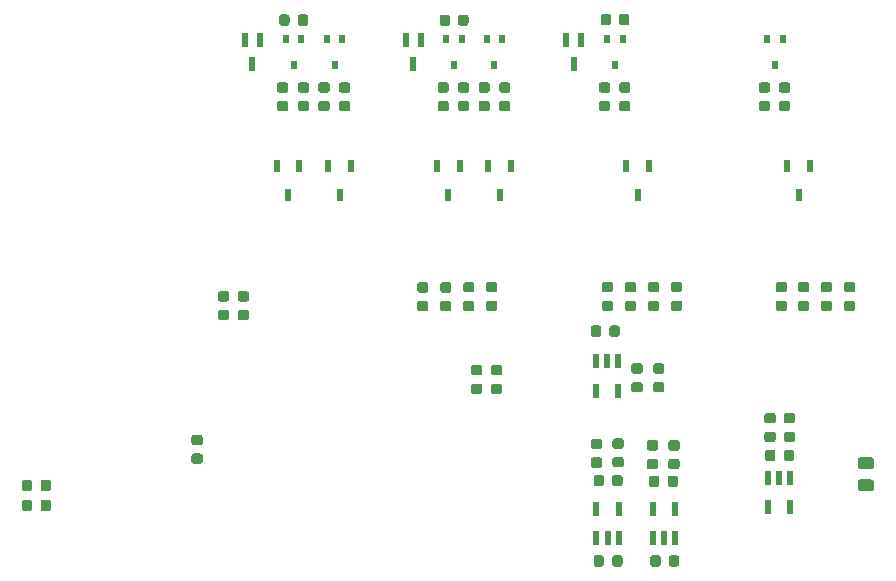
<source format=gbr>
G04 #@! TF.GenerationSoftware,KiCad,Pcbnew,5.1.4-e60b266~84~ubuntu18.04.1*
G04 #@! TF.CreationDate,2019-10-01T18:03:50+03:00*
G04 #@! TF.ProjectId,EV2400-EVM-Interface-Board,45563234-3030-42d4-9556-4d2d496e7465,v1.0*
G04 #@! TF.SameCoordinates,Original*
G04 #@! TF.FileFunction,Paste,Bot*
G04 #@! TF.FilePolarity,Positive*
%FSLAX46Y46*%
G04 Gerber Fmt 4.6, Leading zero omitted, Abs format (unit mm)*
G04 Created by KiCad (PCBNEW 5.1.4-e60b266~84~ubuntu18.04.1) date 2019-10-01 18:03:50*
%MOMM*%
%LPD*%
G04 APERTURE LIST*
%ADD10R,0.600000X1.000000*%
%ADD11R,0.600000X1.200000*%
%ADD12R,0.500000X0.750000*%
%ADD13R,0.550000X1.150000*%
%ADD14C,0.100000*%
%ADD15C,0.875000*%
%ADD16C,0.975000*%
G04 APERTURE END LIST*
D10*
X154420000Y-77500000D03*
X155375000Y-75100000D03*
X153465000Y-75100000D03*
X179740000Y-77500000D03*
X180695000Y-75100000D03*
X178785000Y-75100000D03*
X166110000Y-77500000D03*
X167065000Y-75100000D03*
X165155000Y-75100000D03*
X150080000Y-77500000D03*
X151035000Y-75100000D03*
X149125000Y-75100000D03*
X140870000Y-77500000D03*
X141825000Y-75100000D03*
X139915000Y-75100000D03*
X136510000Y-77500000D03*
X137465000Y-75100000D03*
X135555000Y-75100000D03*
D11*
X169270000Y-104070000D03*
X167370000Y-104070000D03*
X167370000Y-106570000D03*
X168320000Y-106570000D03*
X169270000Y-106570000D03*
X162550000Y-94100000D03*
X164450000Y-94100000D03*
X164450000Y-91600000D03*
X163500000Y-91600000D03*
X162550000Y-91600000D03*
X164520000Y-104070000D03*
X162620000Y-104070000D03*
X162620000Y-106570000D03*
X163570000Y-106570000D03*
X164520000Y-106570000D03*
X177146000Y-103970000D03*
X179046000Y-103970000D03*
X179046000Y-101470000D03*
X178096000Y-101470000D03*
X177146000Y-101470000D03*
D12*
X177720000Y-66500000D03*
X178370000Y-64300000D03*
X177070000Y-64300000D03*
X164190000Y-66500000D03*
X164840000Y-64300000D03*
X163540000Y-64300000D03*
X150550000Y-66500000D03*
X151200000Y-64300000D03*
X149900000Y-64300000D03*
X153960000Y-66500000D03*
X154610000Y-64300000D03*
X153310000Y-64300000D03*
X136970000Y-66500000D03*
X137620000Y-64300000D03*
X136320000Y-64300000D03*
X140450000Y-66500000D03*
X141100000Y-64300000D03*
X139800000Y-64300000D03*
D13*
X160700000Y-66400000D03*
X161350000Y-64400000D03*
X160050000Y-64400000D03*
X147120000Y-66400000D03*
X147770000Y-64400000D03*
X146470000Y-64400000D03*
X133490000Y-66400000D03*
X134140000Y-64400000D03*
X132840000Y-64400000D03*
D14*
G36*
X163642691Y-62196053D02*
G01*
X163663926Y-62199203D01*
X163684750Y-62204419D01*
X163704962Y-62211651D01*
X163724368Y-62220830D01*
X163742781Y-62231866D01*
X163760024Y-62244654D01*
X163775930Y-62259070D01*
X163790346Y-62274976D01*
X163803134Y-62292219D01*
X163814170Y-62310632D01*
X163823349Y-62330038D01*
X163830581Y-62350250D01*
X163835797Y-62371074D01*
X163838947Y-62392309D01*
X163840000Y-62413750D01*
X163840000Y-62926250D01*
X163838947Y-62947691D01*
X163835797Y-62968926D01*
X163830581Y-62989750D01*
X163823349Y-63009962D01*
X163814170Y-63029368D01*
X163803134Y-63047781D01*
X163790346Y-63065024D01*
X163775930Y-63080930D01*
X163760024Y-63095346D01*
X163742781Y-63108134D01*
X163724368Y-63119170D01*
X163704962Y-63128349D01*
X163684750Y-63135581D01*
X163663926Y-63140797D01*
X163642691Y-63143947D01*
X163621250Y-63145000D01*
X163183750Y-63145000D01*
X163162309Y-63143947D01*
X163141074Y-63140797D01*
X163120250Y-63135581D01*
X163100038Y-63128349D01*
X163080632Y-63119170D01*
X163062219Y-63108134D01*
X163044976Y-63095346D01*
X163029070Y-63080930D01*
X163014654Y-63065024D01*
X163001866Y-63047781D01*
X162990830Y-63029368D01*
X162981651Y-63009962D01*
X162974419Y-62989750D01*
X162969203Y-62968926D01*
X162966053Y-62947691D01*
X162965000Y-62926250D01*
X162965000Y-62413750D01*
X162966053Y-62392309D01*
X162969203Y-62371074D01*
X162974419Y-62350250D01*
X162981651Y-62330038D01*
X162990830Y-62310632D01*
X163001866Y-62292219D01*
X163014654Y-62274976D01*
X163029070Y-62259070D01*
X163044976Y-62244654D01*
X163062219Y-62231866D01*
X163080632Y-62220830D01*
X163100038Y-62211651D01*
X163120250Y-62204419D01*
X163141074Y-62199203D01*
X163162309Y-62196053D01*
X163183750Y-62195000D01*
X163621250Y-62195000D01*
X163642691Y-62196053D01*
X163642691Y-62196053D01*
G37*
D15*
X163402500Y-62670000D03*
D14*
G36*
X165217691Y-62196053D02*
G01*
X165238926Y-62199203D01*
X165259750Y-62204419D01*
X165279962Y-62211651D01*
X165299368Y-62220830D01*
X165317781Y-62231866D01*
X165335024Y-62244654D01*
X165350930Y-62259070D01*
X165365346Y-62274976D01*
X165378134Y-62292219D01*
X165389170Y-62310632D01*
X165398349Y-62330038D01*
X165405581Y-62350250D01*
X165410797Y-62371074D01*
X165413947Y-62392309D01*
X165415000Y-62413750D01*
X165415000Y-62926250D01*
X165413947Y-62947691D01*
X165410797Y-62968926D01*
X165405581Y-62989750D01*
X165398349Y-63009962D01*
X165389170Y-63029368D01*
X165378134Y-63047781D01*
X165365346Y-63065024D01*
X165350930Y-63080930D01*
X165335024Y-63095346D01*
X165317781Y-63108134D01*
X165299368Y-63119170D01*
X165279962Y-63128349D01*
X165259750Y-63135581D01*
X165238926Y-63140797D01*
X165217691Y-63143947D01*
X165196250Y-63145000D01*
X164758750Y-63145000D01*
X164737309Y-63143947D01*
X164716074Y-63140797D01*
X164695250Y-63135581D01*
X164675038Y-63128349D01*
X164655632Y-63119170D01*
X164637219Y-63108134D01*
X164619976Y-63095346D01*
X164604070Y-63080930D01*
X164589654Y-63065024D01*
X164576866Y-63047781D01*
X164565830Y-63029368D01*
X164556651Y-63009962D01*
X164549419Y-62989750D01*
X164544203Y-62968926D01*
X164541053Y-62947691D01*
X164540000Y-62926250D01*
X164540000Y-62413750D01*
X164541053Y-62392309D01*
X164544203Y-62371074D01*
X164549419Y-62350250D01*
X164556651Y-62330038D01*
X164565830Y-62310632D01*
X164576866Y-62292219D01*
X164589654Y-62274976D01*
X164604070Y-62259070D01*
X164619976Y-62244654D01*
X164637219Y-62231866D01*
X164655632Y-62220830D01*
X164675038Y-62211651D01*
X164695250Y-62204419D01*
X164716074Y-62199203D01*
X164737309Y-62196053D01*
X164758750Y-62195000D01*
X165196250Y-62195000D01*
X165217691Y-62196053D01*
X165217691Y-62196053D01*
G37*
D15*
X164977500Y-62670000D03*
D14*
G36*
X150012691Y-62236053D02*
G01*
X150033926Y-62239203D01*
X150054750Y-62244419D01*
X150074962Y-62251651D01*
X150094368Y-62260830D01*
X150112781Y-62271866D01*
X150130024Y-62284654D01*
X150145930Y-62299070D01*
X150160346Y-62314976D01*
X150173134Y-62332219D01*
X150184170Y-62350632D01*
X150193349Y-62370038D01*
X150200581Y-62390250D01*
X150205797Y-62411074D01*
X150208947Y-62432309D01*
X150210000Y-62453750D01*
X150210000Y-62966250D01*
X150208947Y-62987691D01*
X150205797Y-63008926D01*
X150200581Y-63029750D01*
X150193349Y-63049962D01*
X150184170Y-63069368D01*
X150173134Y-63087781D01*
X150160346Y-63105024D01*
X150145930Y-63120930D01*
X150130024Y-63135346D01*
X150112781Y-63148134D01*
X150094368Y-63159170D01*
X150074962Y-63168349D01*
X150054750Y-63175581D01*
X150033926Y-63180797D01*
X150012691Y-63183947D01*
X149991250Y-63185000D01*
X149553750Y-63185000D01*
X149532309Y-63183947D01*
X149511074Y-63180797D01*
X149490250Y-63175581D01*
X149470038Y-63168349D01*
X149450632Y-63159170D01*
X149432219Y-63148134D01*
X149414976Y-63135346D01*
X149399070Y-63120930D01*
X149384654Y-63105024D01*
X149371866Y-63087781D01*
X149360830Y-63069368D01*
X149351651Y-63049962D01*
X149344419Y-63029750D01*
X149339203Y-63008926D01*
X149336053Y-62987691D01*
X149335000Y-62966250D01*
X149335000Y-62453750D01*
X149336053Y-62432309D01*
X149339203Y-62411074D01*
X149344419Y-62390250D01*
X149351651Y-62370038D01*
X149360830Y-62350632D01*
X149371866Y-62332219D01*
X149384654Y-62314976D01*
X149399070Y-62299070D01*
X149414976Y-62284654D01*
X149432219Y-62271866D01*
X149450632Y-62260830D01*
X149470038Y-62251651D01*
X149490250Y-62244419D01*
X149511074Y-62239203D01*
X149532309Y-62236053D01*
X149553750Y-62235000D01*
X149991250Y-62235000D01*
X150012691Y-62236053D01*
X150012691Y-62236053D01*
G37*
D15*
X149772500Y-62710000D03*
D14*
G36*
X151587691Y-62236053D02*
G01*
X151608926Y-62239203D01*
X151629750Y-62244419D01*
X151649962Y-62251651D01*
X151669368Y-62260830D01*
X151687781Y-62271866D01*
X151705024Y-62284654D01*
X151720930Y-62299070D01*
X151735346Y-62314976D01*
X151748134Y-62332219D01*
X151759170Y-62350632D01*
X151768349Y-62370038D01*
X151775581Y-62390250D01*
X151780797Y-62411074D01*
X151783947Y-62432309D01*
X151785000Y-62453750D01*
X151785000Y-62966250D01*
X151783947Y-62987691D01*
X151780797Y-63008926D01*
X151775581Y-63029750D01*
X151768349Y-63049962D01*
X151759170Y-63069368D01*
X151748134Y-63087781D01*
X151735346Y-63105024D01*
X151720930Y-63120930D01*
X151705024Y-63135346D01*
X151687781Y-63148134D01*
X151669368Y-63159170D01*
X151649962Y-63168349D01*
X151629750Y-63175581D01*
X151608926Y-63180797D01*
X151587691Y-63183947D01*
X151566250Y-63185000D01*
X151128750Y-63185000D01*
X151107309Y-63183947D01*
X151086074Y-63180797D01*
X151065250Y-63175581D01*
X151045038Y-63168349D01*
X151025632Y-63159170D01*
X151007219Y-63148134D01*
X150989976Y-63135346D01*
X150974070Y-63120930D01*
X150959654Y-63105024D01*
X150946866Y-63087781D01*
X150935830Y-63069368D01*
X150926651Y-63049962D01*
X150919419Y-63029750D01*
X150914203Y-63008926D01*
X150911053Y-62987691D01*
X150910000Y-62966250D01*
X150910000Y-62453750D01*
X150911053Y-62432309D01*
X150914203Y-62411074D01*
X150919419Y-62390250D01*
X150926651Y-62370038D01*
X150935830Y-62350632D01*
X150946866Y-62332219D01*
X150959654Y-62314976D01*
X150974070Y-62299070D01*
X150989976Y-62284654D01*
X151007219Y-62271866D01*
X151025632Y-62260830D01*
X151045038Y-62251651D01*
X151065250Y-62244419D01*
X151086074Y-62239203D01*
X151107309Y-62236053D01*
X151128750Y-62235000D01*
X151566250Y-62235000D01*
X151587691Y-62236053D01*
X151587691Y-62236053D01*
G37*
D15*
X151347500Y-62710000D03*
D14*
G36*
X136432691Y-62226053D02*
G01*
X136453926Y-62229203D01*
X136474750Y-62234419D01*
X136494962Y-62241651D01*
X136514368Y-62250830D01*
X136532781Y-62261866D01*
X136550024Y-62274654D01*
X136565930Y-62289070D01*
X136580346Y-62304976D01*
X136593134Y-62322219D01*
X136604170Y-62340632D01*
X136613349Y-62360038D01*
X136620581Y-62380250D01*
X136625797Y-62401074D01*
X136628947Y-62422309D01*
X136630000Y-62443750D01*
X136630000Y-62956250D01*
X136628947Y-62977691D01*
X136625797Y-62998926D01*
X136620581Y-63019750D01*
X136613349Y-63039962D01*
X136604170Y-63059368D01*
X136593134Y-63077781D01*
X136580346Y-63095024D01*
X136565930Y-63110930D01*
X136550024Y-63125346D01*
X136532781Y-63138134D01*
X136514368Y-63149170D01*
X136494962Y-63158349D01*
X136474750Y-63165581D01*
X136453926Y-63170797D01*
X136432691Y-63173947D01*
X136411250Y-63175000D01*
X135973750Y-63175000D01*
X135952309Y-63173947D01*
X135931074Y-63170797D01*
X135910250Y-63165581D01*
X135890038Y-63158349D01*
X135870632Y-63149170D01*
X135852219Y-63138134D01*
X135834976Y-63125346D01*
X135819070Y-63110930D01*
X135804654Y-63095024D01*
X135791866Y-63077781D01*
X135780830Y-63059368D01*
X135771651Y-63039962D01*
X135764419Y-63019750D01*
X135759203Y-62998926D01*
X135756053Y-62977691D01*
X135755000Y-62956250D01*
X135755000Y-62443750D01*
X135756053Y-62422309D01*
X135759203Y-62401074D01*
X135764419Y-62380250D01*
X135771651Y-62360038D01*
X135780830Y-62340632D01*
X135791866Y-62322219D01*
X135804654Y-62304976D01*
X135819070Y-62289070D01*
X135834976Y-62274654D01*
X135852219Y-62261866D01*
X135870632Y-62250830D01*
X135890038Y-62241651D01*
X135910250Y-62234419D01*
X135931074Y-62229203D01*
X135952309Y-62226053D01*
X135973750Y-62225000D01*
X136411250Y-62225000D01*
X136432691Y-62226053D01*
X136432691Y-62226053D01*
G37*
D15*
X136192500Y-62700000D03*
D14*
G36*
X138007691Y-62226053D02*
G01*
X138028926Y-62229203D01*
X138049750Y-62234419D01*
X138069962Y-62241651D01*
X138089368Y-62250830D01*
X138107781Y-62261866D01*
X138125024Y-62274654D01*
X138140930Y-62289070D01*
X138155346Y-62304976D01*
X138168134Y-62322219D01*
X138179170Y-62340632D01*
X138188349Y-62360038D01*
X138195581Y-62380250D01*
X138200797Y-62401074D01*
X138203947Y-62422309D01*
X138205000Y-62443750D01*
X138205000Y-62956250D01*
X138203947Y-62977691D01*
X138200797Y-62998926D01*
X138195581Y-63019750D01*
X138188349Y-63039962D01*
X138179170Y-63059368D01*
X138168134Y-63077781D01*
X138155346Y-63095024D01*
X138140930Y-63110930D01*
X138125024Y-63125346D01*
X138107781Y-63138134D01*
X138089368Y-63149170D01*
X138069962Y-63158349D01*
X138049750Y-63165581D01*
X138028926Y-63170797D01*
X138007691Y-63173947D01*
X137986250Y-63175000D01*
X137548750Y-63175000D01*
X137527309Y-63173947D01*
X137506074Y-63170797D01*
X137485250Y-63165581D01*
X137465038Y-63158349D01*
X137445632Y-63149170D01*
X137427219Y-63138134D01*
X137409976Y-63125346D01*
X137394070Y-63110930D01*
X137379654Y-63095024D01*
X137366866Y-63077781D01*
X137355830Y-63059368D01*
X137346651Y-63039962D01*
X137339419Y-63019750D01*
X137334203Y-62998926D01*
X137331053Y-62977691D01*
X137330000Y-62956250D01*
X137330000Y-62443750D01*
X137331053Y-62422309D01*
X137334203Y-62401074D01*
X137339419Y-62380250D01*
X137346651Y-62360038D01*
X137355830Y-62340632D01*
X137366866Y-62322219D01*
X137379654Y-62304976D01*
X137394070Y-62289070D01*
X137409976Y-62274654D01*
X137427219Y-62261866D01*
X137445632Y-62250830D01*
X137465038Y-62241651D01*
X137485250Y-62234419D01*
X137506074Y-62229203D01*
X137527309Y-62226053D01*
X137548750Y-62225000D01*
X137986250Y-62225000D01*
X138007691Y-62226053D01*
X138007691Y-62226053D01*
G37*
D15*
X137767500Y-62700000D03*
D14*
G36*
X154437691Y-93491053D02*
G01*
X154458926Y-93494203D01*
X154479750Y-93499419D01*
X154499962Y-93506651D01*
X154519368Y-93515830D01*
X154537781Y-93526866D01*
X154555024Y-93539654D01*
X154570930Y-93554070D01*
X154585346Y-93569976D01*
X154598134Y-93587219D01*
X154609170Y-93605632D01*
X154618349Y-93625038D01*
X154625581Y-93645250D01*
X154630797Y-93666074D01*
X154633947Y-93687309D01*
X154635000Y-93708750D01*
X154635000Y-94146250D01*
X154633947Y-94167691D01*
X154630797Y-94188926D01*
X154625581Y-94209750D01*
X154618349Y-94229962D01*
X154609170Y-94249368D01*
X154598134Y-94267781D01*
X154585346Y-94285024D01*
X154570930Y-94300930D01*
X154555024Y-94315346D01*
X154537781Y-94328134D01*
X154519368Y-94339170D01*
X154499962Y-94348349D01*
X154479750Y-94355581D01*
X154458926Y-94360797D01*
X154437691Y-94363947D01*
X154416250Y-94365000D01*
X153903750Y-94365000D01*
X153882309Y-94363947D01*
X153861074Y-94360797D01*
X153840250Y-94355581D01*
X153820038Y-94348349D01*
X153800632Y-94339170D01*
X153782219Y-94328134D01*
X153764976Y-94315346D01*
X153749070Y-94300930D01*
X153734654Y-94285024D01*
X153721866Y-94267781D01*
X153710830Y-94249368D01*
X153701651Y-94229962D01*
X153694419Y-94209750D01*
X153689203Y-94188926D01*
X153686053Y-94167691D01*
X153685000Y-94146250D01*
X153685000Y-93708750D01*
X153686053Y-93687309D01*
X153689203Y-93666074D01*
X153694419Y-93645250D01*
X153701651Y-93625038D01*
X153710830Y-93605632D01*
X153721866Y-93587219D01*
X153734654Y-93569976D01*
X153749070Y-93554070D01*
X153764976Y-93539654D01*
X153782219Y-93526866D01*
X153800632Y-93515830D01*
X153820038Y-93506651D01*
X153840250Y-93499419D01*
X153861074Y-93494203D01*
X153882309Y-93491053D01*
X153903750Y-93490000D01*
X154416250Y-93490000D01*
X154437691Y-93491053D01*
X154437691Y-93491053D01*
G37*
D15*
X154160000Y-93927500D03*
D14*
G36*
X154437691Y-91916053D02*
G01*
X154458926Y-91919203D01*
X154479750Y-91924419D01*
X154499962Y-91931651D01*
X154519368Y-91940830D01*
X154537781Y-91951866D01*
X154555024Y-91964654D01*
X154570930Y-91979070D01*
X154585346Y-91994976D01*
X154598134Y-92012219D01*
X154609170Y-92030632D01*
X154618349Y-92050038D01*
X154625581Y-92070250D01*
X154630797Y-92091074D01*
X154633947Y-92112309D01*
X154635000Y-92133750D01*
X154635000Y-92571250D01*
X154633947Y-92592691D01*
X154630797Y-92613926D01*
X154625581Y-92634750D01*
X154618349Y-92654962D01*
X154609170Y-92674368D01*
X154598134Y-92692781D01*
X154585346Y-92710024D01*
X154570930Y-92725930D01*
X154555024Y-92740346D01*
X154537781Y-92753134D01*
X154519368Y-92764170D01*
X154499962Y-92773349D01*
X154479750Y-92780581D01*
X154458926Y-92785797D01*
X154437691Y-92788947D01*
X154416250Y-92790000D01*
X153903750Y-92790000D01*
X153882309Y-92788947D01*
X153861074Y-92785797D01*
X153840250Y-92780581D01*
X153820038Y-92773349D01*
X153800632Y-92764170D01*
X153782219Y-92753134D01*
X153764976Y-92740346D01*
X153749070Y-92725930D01*
X153734654Y-92710024D01*
X153721866Y-92692781D01*
X153710830Y-92674368D01*
X153701651Y-92654962D01*
X153694419Y-92634750D01*
X153689203Y-92613926D01*
X153686053Y-92592691D01*
X153685000Y-92571250D01*
X153685000Y-92133750D01*
X153686053Y-92112309D01*
X153689203Y-92091074D01*
X153694419Y-92070250D01*
X153701651Y-92050038D01*
X153710830Y-92030632D01*
X153721866Y-92012219D01*
X153734654Y-91994976D01*
X153749070Y-91979070D01*
X153764976Y-91964654D01*
X153782219Y-91951866D01*
X153800632Y-91940830D01*
X153820038Y-91931651D01*
X153840250Y-91924419D01*
X153861074Y-91919203D01*
X153882309Y-91916053D01*
X153903750Y-91915000D01*
X154416250Y-91915000D01*
X154437691Y-91916053D01*
X154437691Y-91916053D01*
G37*
D15*
X154160000Y-92352500D03*
D14*
G36*
X166327691Y-91776053D02*
G01*
X166348926Y-91779203D01*
X166369750Y-91784419D01*
X166389962Y-91791651D01*
X166409368Y-91800830D01*
X166427781Y-91811866D01*
X166445024Y-91824654D01*
X166460930Y-91839070D01*
X166475346Y-91854976D01*
X166488134Y-91872219D01*
X166499170Y-91890632D01*
X166508349Y-91910038D01*
X166515581Y-91930250D01*
X166520797Y-91951074D01*
X166523947Y-91972309D01*
X166525000Y-91993750D01*
X166525000Y-92431250D01*
X166523947Y-92452691D01*
X166520797Y-92473926D01*
X166515581Y-92494750D01*
X166508349Y-92514962D01*
X166499170Y-92534368D01*
X166488134Y-92552781D01*
X166475346Y-92570024D01*
X166460930Y-92585930D01*
X166445024Y-92600346D01*
X166427781Y-92613134D01*
X166409368Y-92624170D01*
X166389962Y-92633349D01*
X166369750Y-92640581D01*
X166348926Y-92645797D01*
X166327691Y-92648947D01*
X166306250Y-92650000D01*
X165793750Y-92650000D01*
X165772309Y-92648947D01*
X165751074Y-92645797D01*
X165730250Y-92640581D01*
X165710038Y-92633349D01*
X165690632Y-92624170D01*
X165672219Y-92613134D01*
X165654976Y-92600346D01*
X165639070Y-92585930D01*
X165624654Y-92570024D01*
X165611866Y-92552781D01*
X165600830Y-92534368D01*
X165591651Y-92514962D01*
X165584419Y-92494750D01*
X165579203Y-92473926D01*
X165576053Y-92452691D01*
X165575000Y-92431250D01*
X165575000Y-91993750D01*
X165576053Y-91972309D01*
X165579203Y-91951074D01*
X165584419Y-91930250D01*
X165591651Y-91910038D01*
X165600830Y-91890632D01*
X165611866Y-91872219D01*
X165624654Y-91854976D01*
X165639070Y-91839070D01*
X165654976Y-91824654D01*
X165672219Y-91811866D01*
X165690632Y-91800830D01*
X165710038Y-91791651D01*
X165730250Y-91784419D01*
X165751074Y-91779203D01*
X165772309Y-91776053D01*
X165793750Y-91775000D01*
X166306250Y-91775000D01*
X166327691Y-91776053D01*
X166327691Y-91776053D01*
G37*
D15*
X166050000Y-92212500D03*
D14*
G36*
X166327691Y-93351053D02*
G01*
X166348926Y-93354203D01*
X166369750Y-93359419D01*
X166389962Y-93366651D01*
X166409368Y-93375830D01*
X166427781Y-93386866D01*
X166445024Y-93399654D01*
X166460930Y-93414070D01*
X166475346Y-93429976D01*
X166488134Y-93447219D01*
X166499170Y-93465632D01*
X166508349Y-93485038D01*
X166515581Y-93505250D01*
X166520797Y-93526074D01*
X166523947Y-93547309D01*
X166525000Y-93568750D01*
X166525000Y-94006250D01*
X166523947Y-94027691D01*
X166520797Y-94048926D01*
X166515581Y-94069750D01*
X166508349Y-94089962D01*
X166499170Y-94109368D01*
X166488134Y-94127781D01*
X166475346Y-94145024D01*
X166460930Y-94160930D01*
X166445024Y-94175346D01*
X166427781Y-94188134D01*
X166409368Y-94199170D01*
X166389962Y-94208349D01*
X166369750Y-94215581D01*
X166348926Y-94220797D01*
X166327691Y-94223947D01*
X166306250Y-94225000D01*
X165793750Y-94225000D01*
X165772309Y-94223947D01*
X165751074Y-94220797D01*
X165730250Y-94215581D01*
X165710038Y-94208349D01*
X165690632Y-94199170D01*
X165672219Y-94188134D01*
X165654976Y-94175346D01*
X165639070Y-94160930D01*
X165624654Y-94145024D01*
X165611866Y-94127781D01*
X165600830Y-94109368D01*
X165591651Y-94089962D01*
X165584419Y-94069750D01*
X165579203Y-94048926D01*
X165576053Y-94027691D01*
X165575000Y-94006250D01*
X165575000Y-93568750D01*
X165576053Y-93547309D01*
X165579203Y-93526074D01*
X165584419Y-93505250D01*
X165591651Y-93485038D01*
X165600830Y-93465632D01*
X165611866Y-93447219D01*
X165624654Y-93429976D01*
X165639070Y-93414070D01*
X165654976Y-93399654D01*
X165672219Y-93386866D01*
X165690632Y-93375830D01*
X165710038Y-93366651D01*
X165730250Y-93359419D01*
X165751074Y-93354203D01*
X165772309Y-93351053D01*
X165793750Y-93350000D01*
X166306250Y-93350000D01*
X166327691Y-93351053D01*
X166327691Y-93351053D01*
G37*
D15*
X166050000Y-93787500D03*
D14*
G36*
X167627691Y-98276053D02*
G01*
X167648926Y-98279203D01*
X167669750Y-98284419D01*
X167689962Y-98291651D01*
X167709368Y-98300830D01*
X167727781Y-98311866D01*
X167745024Y-98324654D01*
X167760930Y-98339070D01*
X167775346Y-98354976D01*
X167788134Y-98372219D01*
X167799170Y-98390632D01*
X167808349Y-98410038D01*
X167815581Y-98430250D01*
X167820797Y-98451074D01*
X167823947Y-98472309D01*
X167825000Y-98493750D01*
X167825000Y-98931250D01*
X167823947Y-98952691D01*
X167820797Y-98973926D01*
X167815581Y-98994750D01*
X167808349Y-99014962D01*
X167799170Y-99034368D01*
X167788134Y-99052781D01*
X167775346Y-99070024D01*
X167760930Y-99085930D01*
X167745024Y-99100346D01*
X167727781Y-99113134D01*
X167709368Y-99124170D01*
X167689962Y-99133349D01*
X167669750Y-99140581D01*
X167648926Y-99145797D01*
X167627691Y-99148947D01*
X167606250Y-99150000D01*
X167093750Y-99150000D01*
X167072309Y-99148947D01*
X167051074Y-99145797D01*
X167030250Y-99140581D01*
X167010038Y-99133349D01*
X166990632Y-99124170D01*
X166972219Y-99113134D01*
X166954976Y-99100346D01*
X166939070Y-99085930D01*
X166924654Y-99070024D01*
X166911866Y-99052781D01*
X166900830Y-99034368D01*
X166891651Y-99014962D01*
X166884419Y-98994750D01*
X166879203Y-98973926D01*
X166876053Y-98952691D01*
X166875000Y-98931250D01*
X166875000Y-98493750D01*
X166876053Y-98472309D01*
X166879203Y-98451074D01*
X166884419Y-98430250D01*
X166891651Y-98410038D01*
X166900830Y-98390632D01*
X166911866Y-98372219D01*
X166924654Y-98354976D01*
X166939070Y-98339070D01*
X166954976Y-98324654D01*
X166972219Y-98311866D01*
X166990632Y-98300830D01*
X167010038Y-98291651D01*
X167030250Y-98284419D01*
X167051074Y-98279203D01*
X167072309Y-98276053D01*
X167093750Y-98275000D01*
X167606250Y-98275000D01*
X167627691Y-98276053D01*
X167627691Y-98276053D01*
G37*
D15*
X167350000Y-98712500D03*
D14*
G36*
X167627691Y-99851053D02*
G01*
X167648926Y-99854203D01*
X167669750Y-99859419D01*
X167689962Y-99866651D01*
X167709368Y-99875830D01*
X167727781Y-99886866D01*
X167745024Y-99899654D01*
X167760930Y-99914070D01*
X167775346Y-99929976D01*
X167788134Y-99947219D01*
X167799170Y-99965632D01*
X167808349Y-99985038D01*
X167815581Y-100005250D01*
X167820797Y-100026074D01*
X167823947Y-100047309D01*
X167825000Y-100068750D01*
X167825000Y-100506250D01*
X167823947Y-100527691D01*
X167820797Y-100548926D01*
X167815581Y-100569750D01*
X167808349Y-100589962D01*
X167799170Y-100609368D01*
X167788134Y-100627781D01*
X167775346Y-100645024D01*
X167760930Y-100660930D01*
X167745024Y-100675346D01*
X167727781Y-100688134D01*
X167709368Y-100699170D01*
X167689962Y-100708349D01*
X167669750Y-100715581D01*
X167648926Y-100720797D01*
X167627691Y-100723947D01*
X167606250Y-100725000D01*
X167093750Y-100725000D01*
X167072309Y-100723947D01*
X167051074Y-100720797D01*
X167030250Y-100715581D01*
X167010038Y-100708349D01*
X166990632Y-100699170D01*
X166972219Y-100688134D01*
X166954976Y-100675346D01*
X166939070Y-100660930D01*
X166924654Y-100645024D01*
X166911866Y-100627781D01*
X166900830Y-100609368D01*
X166891651Y-100589962D01*
X166884419Y-100569750D01*
X166879203Y-100548926D01*
X166876053Y-100527691D01*
X166875000Y-100506250D01*
X166875000Y-100068750D01*
X166876053Y-100047309D01*
X166879203Y-100026074D01*
X166884419Y-100005250D01*
X166891651Y-99985038D01*
X166900830Y-99965632D01*
X166911866Y-99947219D01*
X166924654Y-99929976D01*
X166939070Y-99914070D01*
X166954976Y-99899654D01*
X166972219Y-99886866D01*
X166990632Y-99875830D01*
X167010038Y-99866651D01*
X167030250Y-99859419D01*
X167051074Y-99854203D01*
X167072309Y-99851053D01*
X167093750Y-99850000D01*
X167606250Y-99850000D01*
X167627691Y-99851053D01*
X167627691Y-99851053D01*
G37*
D15*
X167350000Y-100287500D03*
D14*
G36*
X162897691Y-98156053D02*
G01*
X162918926Y-98159203D01*
X162939750Y-98164419D01*
X162959962Y-98171651D01*
X162979368Y-98180830D01*
X162997781Y-98191866D01*
X163015024Y-98204654D01*
X163030930Y-98219070D01*
X163045346Y-98234976D01*
X163058134Y-98252219D01*
X163069170Y-98270632D01*
X163078349Y-98290038D01*
X163085581Y-98310250D01*
X163090797Y-98331074D01*
X163093947Y-98352309D01*
X163095000Y-98373750D01*
X163095000Y-98811250D01*
X163093947Y-98832691D01*
X163090797Y-98853926D01*
X163085581Y-98874750D01*
X163078349Y-98894962D01*
X163069170Y-98914368D01*
X163058134Y-98932781D01*
X163045346Y-98950024D01*
X163030930Y-98965930D01*
X163015024Y-98980346D01*
X162997781Y-98993134D01*
X162979368Y-99004170D01*
X162959962Y-99013349D01*
X162939750Y-99020581D01*
X162918926Y-99025797D01*
X162897691Y-99028947D01*
X162876250Y-99030000D01*
X162363750Y-99030000D01*
X162342309Y-99028947D01*
X162321074Y-99025797D01*
X162300250Y-99020581D01*
X162280038Y-99013349D01*
X162260632Y-99004170D01*
X162242219Y-98993134D01*
X162224976Y-98980346D01*
X162209070Y-98965930D01*
X162194654Y-98950024D01*
X162181866Y-98932781D01*
X162170830Y-98914368D01*
X162161651Y-98894962D01*
X162154419Y-98874750D01*
X162149203Y-98853926D01*
X162146053Y-98832691D01*
X162145000Y-98811250D01*
X162145000Y-98373750D01*
X162146053Y-98352309D01*
X162149203Y-98331074D01*
X162154419Y-98310250D01*
X162161651Y-98290038D01*
X162170830Y-98270632D01*
X162181866Y-98252219D01*
X162194654Y-98234976D01*
X162209070Y-98219070D01*
X162224976Y-98204654D01*
X162242219Y-98191866D01*
X162260632Y-98180830D01*
X162280038Y-98171651D01*
X162300250Y-98164419D01*
X162321074Y-98159203D01*
X162342309Y-98156053D01*
X162363750Y-98155000D01*
X162876250Y-98155000D01*
X162897691Y-98156053D01*
X162897691Y-98156053D01*
G37*
D15*
X162620000Y-98592500D03*
D14*
G36*
X162897691Y-99731053D02*
G01*
X162918926Y-99734203D01*
X162939750Y-99739419D01*
X162959962Y-99746651D01*
X162979368Y-99755830D01*
X162997781Y-99766866D01*
X163015024Y-99779654D01*
X163030930Y-99794070D01*
X163045346Y-99809976D01*
X163058134Y-99827219D01*
X163069170Y-99845632D01*
X163078349Y-99865038D01*
X163085581Y-99885250D01*
X163090797Y-99906074D01*
X163093947Y-99927309D01*
X163095000Y-99948750D01*
X163095000Y-100386250D01*
X163093947Y-100407691D01*
X163090797Y-100428926D01*
X163085581Y-100449750D01*
X163078349Y-100469962D01*
X163069170Y-100489368D01*
X163058134Y-100507781D01*
X163045346Y-100525024D01*
X163030930Y-100540930D01*
X163015024Y-100555346D01*
X162997781Y-100568134D01*
X162979368Y-100579170D01*
X162959962Y-100588349D01*
X162939750Y-100595581D01*
X162918926Y-100600797D01*
X162897691Y-100603947D01*
X162876250Y-100605000D01*
X162363750Y-100605000D01*
X162342309Y-100603947D01*
X162321074Y-100600797D01*
X162300250Y-100595581D01*
X162280038Y-100588349D01*
X162260632Y-100579170D01*
X162242219Y-100568134D01*
X162224976Y-100555346D01*
X162209070Y-100540930D01*
X162194654Y-100525024D01*
X162181866Y-100507781D01*
X162170830Y-100489368D01*
X162161651Y-100469962D01*
X162154419Y-100449750D01*
X162149203Y-100428926D01*
X162146053Y-100407691D01*
X162145000Y-100386250D01*
X162145000Y-99948750D01*
X162146053Y-99927309D01*
X162149203Y-99906074D01*
X162154419Y-99885250D01*
X162161651Y-99865038D01*
X162170830Y-99845632D01*
X162181866Y-99827219D01*
X162194654Y-99809976D01*
X162209070Y-99794070D01*
X162224976Y-99779654D01*
X162242219Y-99766866D01*
X162260632Y-99755830D01*
X162280038Y-99746651D01*
X162300250Y-99739419D01*
X162321074Y-99734203D01*
X162342309Y-99731053D01*
X162363750Y-99730000D01*
X162876250Y-99730000D01*
X162897691Y-99731053D01*
X162897691Y-99731053D01*
G37*
D15*
X162620000Y-100167500D03*
D14*
G36*
X179153691Y-99096053D02*
G01*
X179174926Y-99099203D01*
X179195750Y-99104419D01*
X179215962Y-99111651D01*
X179235368Y-99120830D01*
X179253781Y-99131866D01*
X179271024Y-99144654D01*
X179286930Y-99159070D01*
X179301346Y-99174976D01*
X179314134Y-99192219D01*
X179325170Y-99210632D01*
X179334349Y-99230038D01*
X179341581Y-99250250D01*
X179346797Y-99271074D01*
X179349947Y-99292309D01*
X179351000Y-99313750D01*
X179351000Y-99826250D01*
X179349947Y-99847691D01*
X179346797Y-99868926D01*
X179341581Y-99889750D01*
X179334349Y-99909962D01*
X179325170Y-99929368D01*
X179314134Y-99947781D01*
X179301346Y-99965024D01*
X179286930Y-99980930D01*
X179271024Y-99995346D01*
X179253781Y-100008134D01*
X179235368Y-100019170D01*
X179215962Y-100028349D01*
X179195750Y-100035581D01*
X179174926Y-100040797D01*
X179153691Y-100043947D01*
X179132250Y-100045000D01*
X178694750Y-100045000D01*
X178673309Y-100043947D01*
X178652074Y-100040797D01*
X178631250Y-100035581D01*
X178611038Y-100028349D01*
X178591632Y-100019170D01*
X178573219Y-100008134D01*
X178555976Y-99995346D01*
X178540070Y-99980930D01*
X178525654Y-99965024D01*
X178512866Y-99947781D01*
X178501830Y-99929368D01*
X178492651Y-99909962D01*
X178485419Y-99889750D01*
X178480203Y-99868926D01*
X178477053Y-99847691D01*
X178476000Y-99826250D01*
X178476000Y-99313750D01*
X178477053Y-99292309D01*
X178480203Y-99271074D01*
X178485419Y-99250250D01*
X178492651Y-99230038D01*
X178501830Y-99210632D01*
X178512866Y-99192219D01*
X178525654Y-99174976D01*
X178540070Y-99159070D01*
X178555976Y-99144654D01*
X178573219Y-99131866D01*
X178591632Y-99120830D01*
X178611038Y-99111651D01*
X178631250Y-99104419D01*
X178652074Y-99099203D01*
X178673309Y-99096053D01*
X178694750Y-99095000D01*
X179132250Y-99095000D01*
X179153691Y-99096053D01*
X179153691Y-99096053D01*
G37*
D15*
X178913500Y-99570000D03*
D14*
G36*
X177578691Y-99096053D02*
G01*
X177599926Y-99099203D01*
X177620750Y-99104419D01*
X177640962Y-99111651D01*
X177660368Y-99120830D01*
X177678781Y-99131866D01*
X177696024Y-99144654D01*
X177711930Y-99159070D01*
X177726346Y-99174976D01*
X177739134Y-99192219D01*
X177750170Y-99210632D01*
X177759349Y-99230038D01*
X177766581Y-99250250D01*
X177771797Y-99271074D01*
X177774947Y-99292309D01*
X177776000Y-99313750D01*
X177776000Y-99826250D01*
X177774947Y-99847691D01*
X177771797Y-99868926D01*
X177766581Y-99889750D01*
X177759349Y-99909962D01*
X177750170Y-99929368D01*
X177739134Y-99947781D01*
X177726346Y-99965024D01*
X177711930Y-99980930D01*
X177696024Y-99995346D01*
X177678781Y-100008134D01*
X177660368Y-100019170D01*
X177640962Y-100028349D01*
X177620750Y-100035581D01*
X177599926Y-100040797D01*
X177578691Y-100043947D01*
X177557250Y-100045000D01*
X177119750Y-100045000D01*
X177098309Y-100043947D01*
X177077074Y-100040797D01*
X177056250Y-100035581D01*
X177036038Y-100028349D01*
X177016632Y-100019170D01*
X176998219Y-100008134D01*
X176980976Y-99995346D01*
X176965070Y-99980930D01*
X176950654Y-99965024D01*
X176937866Y-99947781D01*
X176926830Y-99929368D01*
X176917651Y-99909962D01*
X176910419Y-99889750D01*
X176905203Y-99868926D01*
X176902053Y-99847691D01*
X176901000Y-99826250D01*
X176901000Y-99313750D01*
X176902053Y-99292309D01*
X176905203Y-99271074D01*
X176910419Y-99250250D01*
X176917651Y-99230038D01*
X176926830Y-99210632D01*
X176937866Y-99192219D01*
X176950654Y-99174976D01*
X176965070Y-99159070D01*
X176980976Y-99144654D01*
X176998219Y-99131866D01*
X177016632Y-99120830D01*
X177036038Y-99111651D01*
X177056250Y-99104419D01*
X177077074Y-99099203D01*
X177098309Y-99096053D01*
X177119750Y-99095000D01*
X177557250Y-99095000D01*
X177578691Y-99096053D01*
X177578691Y-99096053D01*
G37*
D15*
X177338500Y-99570000D03*
D14*
G36*
X131327691Y-87241053D02*
G01*
X131348926Y-87244203D01*
X131369750Y-87249419D01*
X131389962Y-87256651D01*
X131409368Y-87265830D01*
X131427781Y-87276866D01*
X131445024Y-87289654D01*
X131460930Y-87304070D01*
X131475346Y-87319976D01*
X131488134Y-87337219D01*
X131499170Y-87355632D01*
X131508349Y-87375038D01*
X131515581Y-87395250D01*
X131520797Y-87416074D01*
X131523947Y-87437309D01*
X131525000Y-87458750D01*
X131525000Y-87896250D01*
X131523947Y-87917691D01*
X131520797Y-87938926D01*
X131515581Y-87959750D01*
X131508349Y-87979962D01*
X131499170Y-87999368D01*
X131488134Y-88017781D01*
X131475346Y-88035024D01*
X131460930Y-88050930D01*
X131445024Y-88065346D01*
X131427781Y-88078134D01*
X131409368Y-88089170D01*
X131389962Y-88098349D01*
X131369750Y-88105581D01*
X131348926Y-88110797D01*
X131327691Y-88113947D01*
X131306250Y-88115000D01*
X130793750Y-88115000D01*
X130772309Y-88113947D01*
X130751074Y-88110797D01*
X130730250Y-88105581D01*
X130710038Y-88098349D01*
X130690632Y-88089170D01*
X130672219Y-88078134D01*
X130654976Y-88065346D01*
X130639070Y-88050930D01*
X130624654Y-88035024D01*
X130611866Y-88017781D01*
X130600830Y-87999368D01*
X130591651Y-87979962D01*
X130584419Y-87959750D01*
X130579203Y-87938926D01*
X130576053Y-87917691D01*
X130575000Y-87896250D01*
X130575000Y-87458750D01*
X130576053Y-87437309D01*
X130579203Y-87416074D01*
X130584419Y-87395250D01*
X130591651Y-87375038D01*
X130600830Y-87355632D01*
X130611866Y-87337219D01*
X130624654Y-87319976D01*
X130639070Y-87304070D01*
X130654976Y-87289654D01*
X130672219Y-87276866D01*
X130690632Y-87265830D01*
X130710038Y-87256651D01*
X130730250Y-87249419D01*
X130751074Y-87244203D01*
X130772309Y-87241053D01*
X130793750Y-87240000D01*
X131306250Y-87240000D01*
X131327691Y-87241053D01*
X131327691Y-87241053D01*
G37*
D15*
X131050000Y-87677500D03*
D14*
G36*
X131327691Y-85666053D02*
G01*
X131348926Y-85669203D01*
X131369750Y-85674419D01*
X131389962Y-85681651D01*
X131409368Y-85690830D01*
X131427781Y-85701866D01*
X131445024Y-85714654D01*
X131460930Y-85729070D01*
X131475346Y-85744976D01*
X131488134Y-85762219D01*
X131499170Y-85780632D01*
X131508349Y-85800038D01*
X131515581Y-85820250D01*
X131520797Y-85841074D01*
X131523947Y-85862309D01*
X131525000Y-85883750D01*
X131525000Y-86321250D01*
X131523947Y-86342691D01*
X131520797Y-86363926D01*
X131515581Y-86384750D01*
X131508349Y-86404962D01*
X131499170Y-86424368D01*
X131488134Y-86442781D01*
X131475346Y-86460024D01*
X131460930Y-86475930D01*
X131445024Y-86490346D01*
X131427781Y-86503134D01*
X131409368Y-86514170D01*
X131389962Y-86523349D01*
X131369750Y-86530581D01*
X131348926Y-86535797D01*
X131327691Y-86538947D01*
X131306250Y-86540000D01*
X130793750Y-86540000D01*
X130772309Y-86538947D01*
X130751074Y-86535797D01*
X130730250Y-86530581D01*
X130710038Y-86523349D01*
X130690632Y-86514170D01*
X130672219Y-86503134D01*
X130654976Y-86490346D01*
X130639070Y-86475930D01*
X130624654Y-86460024D01*
X130611866Y-86442781D01*
X130600830Y-86424368D01*
X130591651Y-86404962D01*
X130584419Y-86384750D01*
X130579203Y-86363926D01*
X130576053Y-86342691D01*
X130575000Y-86321250D01*
X130575000Y-85883750D01*
X130576053Y-85862309D01*
X130579203Y-85841074D01*
X130584419Y-85820250D01*
X130591651Y-85800038D01*
X130600830Y-85780632D01*
X130611866Y-85762219D01*
X130624654Y-85744976D01*
X130639070Y-85729070D01*
X130654976Y-85714654D01*
X130672219Y-85701866D01*
X130690632Y-85690830D01*
X130710038Y-85681651D01*
X130730250Y-85674419D01*
X130751074Y-85669203D01*
X130772309Y-85666053D01*
X130793750Y-85665000D01*
X131306250Y-85665000D01*
X131327691Y-85666053D01*
X131327691Y-85666053D01*
G37*
D15*
X131050000Y-86102500D03*
D14*
G36*
X180437691Y-86461053D02*
G01*
X180458926Y-86464203D01*
X180479750Y-86469419D01*
X180499962Y-86476651D01*
X180519368Y-86485830D01*
X180537781Y-86496866D01*
X180555024Y-86509654D01*
X180570930Y-86524070D01*
X180585346Y-86539976D01*
X180598134Y-86557219D01*
X180609170Y-86575632D01*
X180618349Y-86595038D01*
X180625581Y-86615250D01*
X180630797Y-86636074D01*
X180633947Y-86657309D01*
X180635000Y-86678750D01*
X180635000Y-87116250D01*
X180633947Y-87137691D01*
X180630797Y-87158926D01*
X180625581Y-87179750D01*
X180618349Y-87199962D01*
X180609170Y-87219368D01*
X180598134Y-87237781D01*
X180585346Y-87255024D01*
X180570930Y-87270930D01*
X180555024Y-87285346D01*
X180537781Y-87298134D01*
X180519368Y-87309170D01*
X180499962Y-87318349D01*
X180479750Y-87325581D01*
X180458926Y-87330797D01*
X180437691Y-87333947D01*
X180416250Y-87335000D01*
X179903750Y-87335000D01*
X179882309Y-87333947D01*
X179861074Y-87330797D01*
X179840250Y-87325581D01*
X179820038Y-87318349D01*
X179800632Y-87309170D01*
X179782219Y-87298134D01*
X179764976Y-87285346D01*
X179749070Y-87270930D01*
X179734654Y-87255024D01*
X179721866Y-87237781D01*
X179710830Y-87219368D01*
X179701651Y-87199962D01*
X179694419Y-87179750D01*
X179689203Y-87158926D01*
X179686053Y-87137691D01*
X179685000Y-87116250D01*
X179685000Y-86678750D01*
X179686053Y-86657309D01*
X179689203Y-86636074D01*
X179694419Y-86615250D01*
X179701651Y-86595038D01*
X179710830Y-86575632D01*
X179721866Y-86557219D01*
X179734654Y-86539976D01*
X179749070Y-86524070D01*
X179764976Y-86509654D01*
X179782219Y-86496866D01*
X179800632Y-86485830D01*
X179820038Y-86476651D01*
X179840250Y-86469419D01*
X179861074Y-86464203D01*
X179882309Y-86461053D01*
X179903750Y-86460000D01*
X180416250Y-86460000D01*
X180437691Y-86461053D01*
X180437691Y-86461053D01*
G37*
D15*
X180160000Y-86897500D03*
D14*
G36*
X180437691Y-84886053D02*
G01*
X180458926Y-84889203D01*
X180479750Y-84894419D01*
X180499962Y-84901651D01*
X180519368Y-84910830D01*
X180537781Y-84921866D01*
X180555024Y-84934654D01*
X180570930Y-84949070D01*
X180585346Y-84964976D01*
X180598134Y-84982219D01*
X180609170Y-85000632D01*
X180618349Y-85020038D01*
X180625581Y-85040250D01*
X180630797Y-85061074D01*
X180633947Y-85082309D01*
X180635000Y-85103750D01*
X180635000Y-85541250D01*
X180633947Y-85562691D01*
X180630797Y-85583926D01*
X180625581Y-85604750D01*
X180618349Y-85624962D01*
X180609170Y-85644368D01*
X180598134Y-85662781D01*
X180585346Y-85680024D01*
X180570930Y-85695930D01*
X180555024Y-85710346D01*
X180537781Y-85723134D01*
X180519368Y-85734170D01*
X180499962Y-85743349D01*
X180479750Y-85750581D01*
X180458926Y-85755797D01*
X180437691Y-85758947D01*
X180416250Y-85760000D01*
X179903750Y-85760000D01*
X179882309Y-85758947D01*
X179861074Y-85755797D01*
X179840250Y-85750581D01*
X179820038Y-85743349D01*
X179800632Y-85734170D01*
X179782219Y-85723134D01*
X179764976Y-85710346D01*
X179749070Y-85695930D01*
X179734654Y-85680024D01*
X179721866Y-85662781D01*
X179710830Y-85644368D01*
X179701651Y-85624962D01*
X179694419Y-85604750D01*
X179689203Y-85583926D01*
X179686053Y-85562691D01*
X179685000Y-85541250D01*
X179685000Y-85103750D01*
X179686053Y-85082309D01*
X179689203Y-85061074D01*
X179694419Y-85040250D01*
X179701651Y-85020038D01*
X179710830Y-85000632D01*
X179721866Y-84982219D01*
X179734654Y-84964976D01*
X179749070Y-84949070D01*
X179764976Y-84934654D01*
X179782219Y-84921866D01*
X179800632Y-84910830D01*
X179820038Y-84901651D01*
X179840250Y-84894419D01*
X179861074Y-84889203D01*
X179882309Y-84886053D01*
X179903750Y-84885000D01*
X180416250Y-84885000D01*
X180437691Y-84886053D01*
X180437691Y-84886053D01*
G37*
D15*
X180160000Y-85322500D03*
D14*
G36*
X177117691Y-69551053D02*
G01*
X177138926Y-69554203D01*
X177159750Y-69559419D01*
X177179962Y-69566651D01*
X177199368Y-69575830D01*
X177217781Y-69586866D01*
X177235024Y-69599654D01*
X177250930Y-69614070D01*
X177265346Y-69629976D01*
X177278134Y-69647219D01*
X177289170Y-69665632D01*
X177298349Y-69685038D01*
X177305581Y-69705250D01*
X177310797Y-69726074D01*
X177313947Y-69747309D01*
X177315000Y-69768750D01*
X177315000Y-70206250D01*
X177313947Y-70227691D01*
X177310797Y-70248926D01*
X177305581Y-70269750D01*
X177298349Y-70289962D01*
X177289170Y-70309368D01*
X177278134Y-70327781D01*
X177265346Y-70345024D01*
X177250930Y-70360930D01*
X177235024Y-70375346D01*
X177217781Y-70388134D01*
X177199368Y-70399170D01*
X177179962Y-70408349D01*
X177159750Y-70415581D01*
X177138926Y-70420797D01*
X177117691Y-70423947D01*
X177096250Y-70425000D01*
X176583750Y-70425000D01*
X176562309Y-70423947D01*
X176541074Y-70420797D01*
X176520250Y-70415581D01*
X176500038Y-70408349D01*
X176480632Y-70399170D01*
X176462219Y-70388134D01*
X176444976Y-70375346D01*
X176429070Y-70360930D01*
X176414654Y-70345024D01*
X176401866Y-70327781D01*
X176390830Y-70309368D01*
X176381651Y-70289962D01*
X176374419Y-70269750D01*
X176369203Y-70248926D01*
X176366053Y-70227691D01*
X176365000Y-70206250D01*
X176365000Y-69768750D01*
X176366053Y-69747309D01*
X176369203Y-69726074D01*
X176374419Y-69705250D01*
X176381651Y-69685038D01*
X176390830Y-69665632D01*
X176401866Y-69647219D01*
X176414654Y-69629976D01*
X176429070Y-69614070D01*
X176444976Y-69599654D01*
X176462219Y-69586866D01*
X176480632Y-69575830D01*
X176500038Y-69566651D01*
X176520250Y-69559419D01*
X176541074Y-69554203D01*
X176562309Y-69551053D01*
X176583750Y-69550000D01*
X177096250Y-69550000D01*
X177117691Y-69551053D01*
X177117691Y-69551053D01*
G37*
D15*
X176840000Y-69987500D03*
D14*
G36*
X177117691Y-67976053D02*
G01*
X177138926Y-67979203D01*
X177159750Y-67984419D01*
X177179962Y-67991651D01*
X177199368Y-68000830D01*
X177217781Y-68011866D01*
X177235024Y-68024654D01*
X177250930Y-68039070D01*
X177265346Y-68054976D01*
X177278134Y-68072219D01*
X177289170Y-68090632D01*
X177298349Y-68110038D01*
X177305581Y-68130250D01*
X177310797Y-68151074D01*
X177313947Y-68172309D01*
X177315000Y-68193750D01*
X177315000Y-68631250D01*
X177313947Y-68652691D01*
X177310797Y-68673926D01*
X177305581Y-68694750D01*
X177298349Y-68714962D01*
X177289170Y-68734368D01*
X177278134Y-68752781D01*
X177265346Y-68770024D01*
X177250930Y-68785930D01*
X177235024Y-68800346D01*
X177217781Y-68813134D01*
X177199368Y-68824170D01*
X177179962Y-68833349D01*
X177159750Y-68840581D01*
X177138926Y-68845797D01*
X177117691Y-68848947D01*
X177096250Y-68850000D01*
X176583750Y-68850000D01*
X176562309Y-68848947D01*
X176541074Y-68845797D01*
X176520250Y-68840581D01*
X176500038Y-68833349D01*
X176480632Y-68824170D01*
X176462219Y-68813134D01*
X176444976Y-68800346D01*
X176429070Y-68785930D01*
X176414654Y-68770024D01*
X176401866Y-68752781D01*
X176390830Y-68734368D01*
X176381651Y-68714962D01*
X176374419Y-68694750D01*
X176369203Y-68673926D01*
X176366053Y-68652691D01*
X176365000Y-68631250D01*
X176365000Y-68193750D01*
X176366053Y-68172309D01*
X176369203Y-68151074D01*
X176374419Y-68130250D01*
X176381651Y-68110038D01*
X176390830Y-68090632D01*
X176401866Y-68072219D01*
X176414654Y-68054976D01*
X176429070Y-68039070D01*
X176444976Y-68024654D01*
X176462219Y-68011866D01*
X176480632Y-68000830D01*
X176500038Y-67991651D01*
X176520250Y-67984419D01*
X176541074Y-67979203D01*
X176562309Y-67976053D01*
X176583750Y-67975000D01*
X177096250Y-67975000D01*
X177117691Y-67976053D01*
X177117691Y-67976053D01*
G37*
D15*
X176840000Y-68412500D03*
D14*
G36*
X178827691Y-69551053D02*
G01*
X178848926Y-69554203D01*
X178869750Y-69559419D01*
X178889962Y-69566651D01*
X178909368Y-69575830D01*
X178927781Y-69586866D01*
X178945024Y-69599654D01*
X178960930Y-69614070D01*
X178975346Y-69629976D01*
X178988134Y-69647219D01*
X178999170Y-69665632D01*
X179008349Y-69685038D01*
X179015581Y-69705250D01*
X179020797Y-69726074D01*
X179023947Y-69747309D01*
X179025000Y-69768750D01*
X179025000Y-70206250D01*
X179023947Y-70227691D01*
X179020797Y-70248926D01*
X179015581Y-70269750D01*
X179008349Y-70289962D01*
X178999170Y-70309368D01*
X178988134Y-70327781D01*
X178975346Y-70345024D01*
X178960930Y-70360930D01*
X178945024Y-70375346D01*
X178927781Y-70388134D01*
X178909368Y-70399170D01*
X178889962Y-70408349D01*
X178869750Y-70415581D01*
X178848926Y-70420797D01*
X178827691Y-70423947D01*
X178806250Y-70425000D01*
X178293750Y-70425000D01*
X178272309Y-70423947D01*
X178251074Y-70420797D01*
X178230250Y-70415581D01*
X178210038Y-70408349D01*
X178190632Y-70399170D01*
X178172219Y-70388134D01*
X178154976Y-70375346D01*
X178139070Y-70360930D01*
X178124654Y-70345024D01*
X178111866Y-70327781D01*
X178100830Y-70309368D01*
X178091651Y-70289962D01*
X178084419Y-70269750D01*
X178079203Y-70248926D01*
X178076053Y-70227691D01*
X178075000Y-70206250D01*
X178075000Y-69768750D01*
X178076053Y-69747309D01*
X178079203Y-69726074D01*
X178084419Y-69705250D01*
X178091651Y-69685038D01*
X178100830Y-69665632D01*
X178111866Y-69647219D01*
X178124654Y-69629976D01*
X178139070Y-69614070D01*
X178154976Y-69599654D01*
X178172219Y-69586866D01*
X178190632Y-69575830D01*
X178210038Y-69566651D01*
X178230250Y-69559419D01*
X178251074Y-69554203D01*
X178272309Y-69551053D01*
X178293750Y-69550000D01*
X178806250Y-69550000D01*
X178827691Y-69551053D01*
X178827691Y-69551053D01*
G37*
D15*
X178550000Y-69987500D03*
D14*
G36*
X178827691Y-67976053D02*
G01*
X178848926Y-67979203D01*
X178869750Y-67984419D01*
X178889962Y-67991651D01*
X178909368Y-68000830D01*
X178927781Y-68011866D01*
X178945024Y-68024654D01*
X178960930Y-68039070D01*
X178975346Y-68054976D01*
X178988134Y-68072219D01*
X178999170Y-68090632D01*
X179008349Y-68110038D01*
X179015581Y-68130250D01*
X179020797Y-68151074D01*
X179023947Y-68172309D01*
X179025000Y-68193750D01*
X179025000Y-68631250D01*
X179023947Y-68652691D01*
X179020797Y-68673926D01*
X179015581Y-68694750D01*
X179008349Y-68714962D01*
X178999170Y-68734368D01*
X178988134Y-68752781D01*
X178975346Y-68770024D01*
X178960930Y-68785930D01*
X178945024Y-68800346D01*
X178927781Y-68813134D01*
X178909368Y-68824170D01*
X178889962Y-68833349D01*
X178869750Y-68840581D01*
X178848926Y-68845797D01*
X178827691Y-68848947D01*
X178806250Y-68850000D01*
X178293750Y-68850000D01*
X178272309Y-68848947D01*
X178251074Y-68845797D01*
X178230250Y-68840581D01*
X178210038Y-68833349D01*
X178190632Y-68824170D01*
X178172219Y-68813134D01*
X178154976Y-68800346D01*
X178139070Y-68785930D01*
X178124654Y-68770024D01*
X178111866Y-68752781D01*
X178100830Y-68734368D01*
X178091651Y-68714962D01*
X178084419Y-68694750D01*
X178079203Y-68673926D01*
X178076053Y-68652691D01*
X178075000Y-68631250D01*
X178075000Y-68193750D01*
X178076053Y-68172309D01*
X178079203Y-68151074D01*
X178084419Y-68130250D01*
X178091651Y-68110038D01*
X178100830Y-68090632D01*
X178111866Y-68072219D01*
X178124654Y-68054976D01*
X178139070Y-68039070D01*
X178154976Y-68024654D01*
X178172219Y-68011866D01*
X178190632Y-68000830D01*
X178210038Y-67991651D01*
X178230250Y-67984419D01*
X178251074Y-67979203D01*
X178272309Y-67976053D01*
X178293750Y-67975000D01*
X178806250Y-67975000D01*
X178827691Y-67976053D01*
X178827691Y-67976053D01*
G37*
D15*
X178550000Y-68412500D03*
D14*
G36*
X165297691Y-69551053D02*
G01*
X165318926Y-69554203D01*
X165339750Y-69559419D01*
X165359962Y-69566651D01*
X165379368Y-69575830D01*
X165397781Y-69586866D01*
X165415024Y-69599654D01*
X165430930Y-69614070D01*
X165445346Y-69629976D01*
X165458134Y-69647219D01*
X165469170Y-69665632D01*
X165478349Y-69685038D01*
X165485581Y-69705250D01*
X165490797Y-69726074D01*
X165493947Y-69747309D01*
X165495000Y-69768750D01*
X165495000Y-70206250D01*
X165493947Y-70227691D01*
X165490797Y-70248926D01*
X165485581Y-70269750D01*
X165478349Y-70289962D01*
X165469170Y-70309368D01*
X165458134Y-70327781D01*
X165445346Y-70345024D01*
X165430930Y-70360930D01*
X165415024Y-70375346D01*
X165397781Y-70388134D01*
X165379368Y-70399170D01*
X165359962Y-70408349D01*
X165339750Y-70415581D01*
X165318926Y-70420797D01*
X165297691Y-70423947D01*
X165276250Y-70425000D01*
X164763750Y-70425000D01*
X164742309Y-70423947D01*
X164721074Y-70420797D01*
X164700250Y-70415581D01*
X164680038Y-70408349D01*
X164660632Y-70399170D01*
X164642219Y-70388134D01*
X164624976Y-70375346D01*
X164609070Y-70360930D01*
X164594654Y-70345024D01*
X164581866Y-70327781D01*
X164570830Y-70309368D01*
X164561651Y-70289962D01*
X164554419Y-70269750D01*
X164549203Y-70248926D01*
X164546053Y-70227691D01*
X164545000Y-70206250D01*
X164545000Y-69768750D01*
X164546053Y-69747309D01*
X164549203Y-69726074D01*
X164554419Y-69705250D01*
X164561651Y-69685038D01*
X164570830Y-69665632D01*
X164581866Y-69647219D01*
X164594654Y-69629976D01*
X164609070Y-69614070D01*
X164624976Y-69599654D01*
X164642219Y-69586866D01*
X164660632Y-69575830D01*
X164680038Y-69566651D01*
X164700250Y-69559419D01*
X164721074Y-69554203D01*
X164742309Y-69551053D01*
X164763750Y-69550000D01*
X165276250Y-69550000D01*
X165297691Y-69551053D01*
X165297691Y-69551053D01*
G37*
D15*
X165020000Y-69987500D03*
D14*
G36*
X165297691Y-67976053D02*
G01*
X165318926Y-67979203D01*
X165339750Y-67984419D01*
X165359962Y-67991651D01*
X165379368Y-68000830D01*
X165397781Y-68011866D01*
X165415024Y-68024654D01*
X165430930Y-68039070D01*
X165445346Y-68054976D01*
X165458134Y-68072219D01*
X165469170Y-68090632D01*
X165478349Y-68110038D01*
X165485581Y-68130250D01*
X165490797Y-68151074D01*
X165493947Y-68172309D01*
X165495000Y-68193750D01*
X165495000Y-68631250D01*
X165493947Y-68652691D01*
X165490797Y-68673926D01*
X165485581Y-68694750D01*
X165478349Y-68714962D01*
X165469170Y-68734368D01*
X165458134Y-68752781D01*
X165445346Y-68770024D01*
X165430930Y-68785930D01*
X165415024Y-68800346D01*
X165397781Y-68813134D01*
X165379368Y-68824170D01*
X165359962Y-68833349D01*
X165339750Y-68840581D01*
X165318926Y-68845797D01*
X165297691Y-68848947D01*
X165276250Y-68850000D01*
X164763750Y-68850000D01*
X164742309Y-68848947D01*
X164721074Y-68845797D01*
X164700250Y-68840581D01*
X164680038Y-68833349D01*
X164660632Y-68824170D01*
X164642219Y-68813134D01*
X164624976Y-68800346D01*
X164609070Y-68785930D01*
X164594654Y-68770024D01*
X164581866Y-68752781D01*
X164570830Y-68734368D01*
X164561651Y-68714962D01*
X164554419Y-68694750D01*
X164549203Y-68673926D01*
X164546053Y-68652691D01*
X164545000Y-68631250D01*
X164545000Y-68193750D01*
X164546053Y-68172309D01*
X164549203Y-68151074D01*
X164554419Y-68130250D01*
X164561651Y-68110038D01*
X164570830Y-68090632D01*
X164581866Y-68072219D01*
X164594654Y-68054976D01*
X164609070Y-68039070D01*
X164624976Y-68024654D01*
X164642219Y-68011866D01*
X164660632Y-68000830D01*
X164680038Y-67991651D01*
X164700250Y-67984419D01*
X164721074Y-67979203D01*
X164742309Y-67976053D01*
X164763750Y-67975000D01*
X165276250Y-67975000D01*
X165297691Y-67976053D01*
X165297691Y-67976053D01*
G37*
D15*
X165020000Y-68412500D03*
D14*
G36*
X163587691Y-69551053D02*
G01*
X163608926Y-69554203D01*
X163629750Y-69559419D01*
X163649962Y-69566651D01*
X163669368Y-69575830D01*
X163687781Y-69586866D01*
X163705024Y-69599654D01*
X163720930Y-69614070D01*
X163735346Y-69629976D01*
X163748134Y-69647219D01*
X163759170Y-69665632D01*
X163768349Y-69685038D01*
X163775581Y-69705250D01*
X163780797Y-69726074D01*
X163783947Y-69747309D01*
X163785000Y-69768750D01*
X163785000Y-70206250D01*
X163783947Y-70227691D01*
X163780797Y-70248926D01*
X163775581Y-70269750D01*
X163768349Y-70289962D01*
X163759170Y-70309368D01*
X163748134Y-70327781D01*
X163735346Y-70345024D01*
X163720930Y-70360930D01*
X163705024Y-70375346D01*
X163687781Y-70388134D01*
X163669368Y-70399170D01*
X163649962Y-70408349D01*
X163629750Y-70415581D01*
X163608926Y-70420797D01*
X163587691Y-70423947D01*
X163566250Y-70425000D01*
X163053750Y-70425000D01*
X163032309Y-70423947D01*
X163011074Y-70420797D01*
X162990250Y-70415581D01*
X162970038Y-70408349D01*
X162950632Y-70399170D01*
X162932219Y-70388134D01*
X162914976Y-70375346D01*
X162899070Y-70360930D01*
X162884654Y-70345024D01*
X162871866Y-70327781D01*
X162860830Y-70309368D01*
X162851651Y-70289962D01*
X162844419Y-70269750D01*
X162839203Y-70248926D01*
X162836053Y-70227691D01*
X162835000Y-70206250D01*
X162835000Y-69768750D01*
X162836053Y-69747309D01*
X162839203Y-69726074D01*
X162844419Y-69705250D01*
X162851651Y-69685038D01*
X162860830Y-69665632D01*
X162871866Y-69647219D01*
X162884654Y-69629976D01*
X162899070Y-69614070D01*
X162914976Y-69599654D01*
X162932219Y-69586866D01*
X162950632Y-69575830D01*
X162970038Y-69566651D01*
X162990250Y-69559419D01*
X163011074Y-69554203D01*
X163032309Y-69551053D01*
X163053750Y-69550000D01*
X163566250Y-69550000D01*
X163587691Y-69551053D01*
X163587691Y-69551053D01*
G37*
D15*
X163310000Y-69987500D03*
D14*
G36*
X163587691Y-67976053D02*
G01*
X163608926Y-67979203D01*
X163629750Y-67984419D01*
X163649962Y-67991651D01*
X163669368Y-68000830D01*
X163687781Y-68011866D01*
X163705024Y-68024654D01*
X163720930Y-68039070D01*
X163735346Y-68054976D01*
X163748134Y-68072219D01*
X163759170Y-68090632D01*
X163768349Y-68110038D01*
X163775581Y-68130250D01*
X163780797Y-68151074D01*
X163783947Y-68172309D01*
X163785000Y-68193750D01*
X163785000Y-68631250D01*
X163783947Y-68652691D01*
X163780797Y-68673926D01*
X163775581Y-68694750D01*
X163768349Y-68714962D01*
X163759170Y-68734368D01*
X163748134Y-68752781D01*
X163735346Y-68770024D01*
X163720930Y-68785930D01*
X163705024Y-68800346D01*
X163687781Y-68813134D01*
X163669368Y-68824170D01*
X163649962Y-68833349D01*
X163629750Y-68840581D01*
X163608926Y-68845797D01*
X163587691Y-68848947D01*
X163566250Y-68850000D01*
X163053750Y-68850000D01*
X163032309Y-68848947D01*
X163011074Y-68845797D01*
X162990250Y-68840581D01*
X162970038Y-68833349D01*
X162950632Y-68824170D01*
X162932219Y-68813134D01*
X162914976Y-68800346D01*
X162899070Y-68785930D01*
X162884654Y-68770024D01*
X162871866Y-68752781D01*
X162860830Y-68734368D01*
X162851651Y-68714962D01*
X162844419Y-68694750D01*
X162839203Y-68673926D01*
X162836053Y-68652691D01*
X162835000Y-68631250D01*
X162835000Y-68193750D01*
X162836053Y-68172309D01*
X162839203Y-68151074D01*
X162844419Y-68130250D01*
X162851651Y-68110038D01*
X162860830Y-68090632D01*
X162871866Y-68072219D01*
X162884654Y-68054976D01*
X162899070Y-68039070D01*
X162914976Y-68024654D01*
X162932219Y-68011866D01*
X162950632Y-68000830D01*
X162970038Y-67991651D01*
X162990250Y-67984419D01*
X163011074Y-67979203D01*
X163032309Y-67976053D01*
X163053750Y-67975000D01*
X163566250Y-67975000D01*
X163587691Y-67976053D01*
X163587691Y-67976053D01*
G37*
D15*
X163310000Y-68412500D03*
D14*
G36*
X178537691Y-86461053D02*
G01*
X178558926Y-86464203D01*
X178579750Y-86469419D01*
X178599962Y-86476651D01*
X178619368Y-86485830D01*
X178637781Y-86496866D01*
X178655024Y-86509654D01*
X178670930Y-86524070D01*
X178685346Y-86539976D01*
X178698134Y-86557219D01*
X178709170Y-86575632D01*
X178718349Y-86595038D01*
X178725581Y-86615250D01*
X178730797Y-86636074D01*
X178733947Y-86657309D01*
X178735000Y-86678750D01*
X178735000Y-87116250D01*
X178733947Y-87137691D01*
X178730797Y-87158926D01*
X178725581Y-87179750D01*
X178718349Y-87199962D01*
X178709170Y-87219368D01*
X178698134Y-87237781D01*
X178685346Y-87255024D01*
X178670930Y-87270930D01*
X178655024Y-87285346D01*
X178637781Y-87298134D01*
X178619368Y-87309170D01*
X178599962Y-87318349D01*
X178579750Y-87325581D01*
X178558926Y-87330797D01*
X178537691Y-87333947D01*
X178516250Y-87335000D01*
X178003750Y-87335000D01*
X177982309Y-87333947D01*
X177961074Y-87330797D01*
X177940250Y-87325581D01*
X177920038Y-87318349D01*
X177900632Y-87309170D01*
X177882219Y-87298134D01*
X177864976Y-87285346D01*
X177849070Y-87270930D01*
X177834654Y-87255024D01*
X177821866Y-87237781D01*
X177810830Y-87219368D01*
X177801651Y-87199962D01*
X177794419Y-87179750D01*
X177789203Y-87158926D01*
X177786053Y-87137691D01*
X177785000Y-87116250D01*
X177785000Y-86678750D01*
X177786053Y-86657309D01*
X177789203Y-86636074D01*
X177794419Y-86615250D01*
X177801651Y-86595038D01*
X177810830Y-86575632D01*
X177821866Y-86557219D01*
X177834654Y-86539976D01*
X177849070Y-86524070D01*
X177864976Y-86509654D01*
X177882219Y-86496866D01*
X177900632Y-86485830D01*
X177920038Y-86476651D01*
X177940250Y-86469419D01*
X177961074Y-86464203D01*
X177982309Y-86461053D01*
X178003750Y-86460000D01*
X178516250Y-86460000D01*
X178537691Y-86461053D01*
X178537691Y-86461053D01*
G37*
D15*
X178260000Y-86897500D03*
D14*
G36*
X178537691Y-84886053D02*
G01*
X178558926Y-84889203D01*
X178579750Y-84894419D01*
X178599962Y-84901651D01*
X178619368Y-84910830D01*
X178637781Y-84921866D01*
X178655024Y-84934654D01*
X178670930Y-84949070D01*
X178685346Y-84964976D01*
X178698134Y-84982219D01*
X178709170Y-85000632D01*
X178718349Y-85020038D01*
X178725581Y-85040250D01*
X178730797Y-85061074D01*
X178733947Y-85082309D01*
X178735000Y-85103750D01*
X178735000Y-85541250D01*
X178733947Y-85562691D01*
X178730797Y-85583926D01*
X178725581Y-85604750D01*
X178718349Y-85624962D01*
X178709170Y-85644368D01*
X178698134Y-85662781D01*
X178685346Y-85680024D01*
X178670930Y-85695930D01*
X178655024Y-85710346D01*
X178637781Y-85723134D01*
X178619368Y-85734170D01*
X178599962Y-85743349D01*
X178579750Y-85750581D01*
X178558926Y-85755797D01*
X178537691Y-85758947D01*
X178516250Y-85760000D01*
X178003750Y-85760000D01*
X177982309Y-85758947D01*
X177961074Y-85755797D01*
X177940250Y-85750581D01*
X177920038Y-85743349D01*
X177900632Y-85734170D01*
X177882219Y-85723134D01*
X177864976Y-85710346D01*
X177849070Y-85695930D01*
X177834654Y-85680024D01*
X177821866Y-85662781D01*
X177810830Y-85644368D01*
X177801651Y-85624962D01*
X177794419Y-85604750D01*
X177789203Y-85583926D01*
X177786053Y-85562691D01*
X177785000Y-85541250D01*
X177785000Y-85103750D01*
X177786053Y-85082309D01*
X177789203Y-85061074D01*
X177794419Y-85040250D01*
X177801651Y-85020038D01*
X177810830Y-85000632D01*
X177821866Y-84982219D01*
X177834654Y-84964976D01*
X177849070Y-84949070D01*
X177864976Y-84934654D01*
X177882219Y-84921866D01*
X177900632Y-84910830D01*
X177920038Y-84901651D01*
X177940250Y-84894419D01*
X177961074Y-84889203D01*
X177982309Y-84886053D01*
X178003750Y-84885000D01*
X178516250Y-84885000D01*
X178537691Y-84886053D01*
X178537691Y-84886053D01*
G37*
D15*
X178260000Y-85322500D03*
D14*
G36*
X149917691Y-69551053D02*
G01*
X149938926Y-69554203D01*
X149959750Y-69559419D01*
X149979962Y-69566651D01*
X149999368Y-69575830D01*
X150017781Y-69586866D01*
X150035024Y-69599654D01*
X150050930Y-69614070D01*
X150065346Y-69629976D01*
X150078134Y-69647219D01*
X150089170Y-69665632D01*
X150098349Y-69685038D01*
X150105581Y-69705250D01*
X150110797Y-69726074D01*
X150113947Y-69747309D01*
X150115000Y-69768750D01*
X150115000Y-70206250D01*
X150113947Y-70227691D01*
X150110797Y-70248926D01*
X150105581Y-70269750D01*
X150098349Y-70289962D01*
X150089170Y-70309368D01*
X150078134Y-70327781D01*
X150065346Y-70345024D01*
X150050930Y-70360930D01*
X150035024Y-70375346D01*
X150017781Y-70388134D01*
X149999368Y-70399170D01*
X149979962Y-70408349D01*
X149959750Y-70415581D01*
X149938926Y-70420797D01*
X149917691Y-70423947D01*
X149896250Y-70425000D01*
X149383750Y-70425000D01*
X149362309Y-70423947D01*
X149341074Y-70420797D01*
X149320250Y-70415581D01*
X149300038Y-70408349D01*
X149280632Y-70399170D01*
X149262219Y-70388134D01*
X149244976Y-70375346D01*
X149229070Y-70360930D01*
X149214654Y-70345024D01*
X149201866Y-70327781D01*
X149190830Y-70309368D01*
X149181651Y-70289962D01*
X149174419Y-70269750D01*
X149169203Y-70248926D01*
X149166053Y-70227691D01*
X149165000Y-70206250D01*
X149165000Y-69768750D01*
X149166053Y-69747309D01*
X149169203Y-69726074D01*
X149174419Y-69705250D01*
X149181651Y-69685038D01*
X149190830Y-69665632D01*
X149201866Y-69647219D01*
X149214654Y-69629976D01*
X149229070Y-69614070D01*
X149244976Y-69599654D01*
X149262219Y-69586866D01*
X149280632Y-69575830D01*
X149300038Y-69566651D01*
X149320250Y-69559419D01*
X149341074Y-69554203D01*
X149362309Y-69551053D01*
X149383750Y-69550000D01*
X149896250Y-69550000D01*
X149917691Y-69551053D01*
X149917691Y-69551053D01*
G37*
D15*
X149640000Y-69987500D03*
D14*
G36*
X149917691Y-67976053D02*
G01*
X149938926Y-67979203D01*
X149959750Y-67984419D01*
X149979962Y-67991651D01*
X149999368Y-68000830D01*
X150017781Y-68011866D01*
X150035024Y-68024654D01*
X150050930Y-68039070D01*
X150065346Y-68054976D01*
X150078134Y-68072219D01*
X150089170Y-68090632D01*
X150098349Y-68110038D01*
X150105581Y-68130250D01*
X150110797Y-68151074D01*
X150113947Y-68172309D01*
X150115000Y-68193750D01*
X150115000Y-68631250D01*
X150113947Y-68652691D01*
X150110797Y-68673926D01*
X150105581Y-68694750D01*
X150098349Y-68714962D01*
X150089170Y-68734368D01*
X150078134Y-68752781D01*
X150065346Y-68770024D01*
X150050930Y-68785930D01*
X150035024Y-68800346D01*
X150017781Y-68813134D01*
X149999368Y-68824170D01*
X149979962Y-68833349D01*
X149959750Y-68840581D01*
X149938926Y-68845797D01*
X149917691Y-68848947D01*
X149896250Y-68850000D01*
X149383750Y-68850000D01*
X149362309Y-68848947D01*
X149341074Y-68845797D01*
X149320250Y-68840581D01*
X149300038Y-68833349D01*
X149280632Y-68824170D01*
X149262219Y-68813134D01*
X149244976Y-68800346D01*
X149229070Y-68785930D01*
X149214654Y-68770024D01*
X149201866Y-68752781D01*
X149190830Y-68734368D01*
X149181651Y-68714962D01*
X149174419Y-68694750D01*
X149169203Y-68673926D01*
X149166053Y-68652691D01*
X149165000Y-68631250D01*
X149165000Y-68193750D01*
X149166053Y-68172309D01*
X149169203Y-68151074D01*
X149174419Y-68130250D01*
X149181651Y-68110038D01*
X149190830Y-68090632D01*
X149201866Y-68072219D01*
X149214654Y-68054976D01*
X149229070Y-68039070D01*
X149244976Y-68024654D01*
X149262219Y-68011866D01*
X149280632Y-68000830D01*
X149300038Y-67991651D01*
X149320250Y-67984419D01*
X149341074Y-67979203D01*
X149362309Y-67976053D01*
X149383750Y-67975000D01*
X149896250Y-67975000D01*
X149917691Y-67976053D01*
X149917691Y-67976053D01*
G37*
D15*
X149640000Y-68412500D03*
D14*
G36*
X155127691Y-69551053D02*
G01*
X155148926Y-69554203D01*
X155169750Y-69559419D01*
X155189962Y-69566651D01*
X155209368Y-69575830D01*
X155227781Y-69586866D01*
X155245024Y-69599654D01*
X155260930Y-69614070D01*
X155275346Y-69629976D01*
X155288134Y-69647219D01*
X155299170Y-69665632D01*
X155308349Y-69685038D01*
X155315581Y-69705250D01*
X155320797Y-69726074D01*
X155323947Y-69747309D01*
X155325000Y-69768750D01*
X155325000Y-70206250D01*
X155323947Y-70227691D01*
X155320797Y-70248926D01*
X155315581Y-70269750D01*
X155308349Y-70289962D01*
X155299170Y-70309368D01*
X155288134Y-70327781D01*
X155275346Y-70345024D01*
X155260930Y-70360930D01*
X155245024Y-70375346D01*
X155227781Y-70388134D01*
X155209368Y-70399170D01*
X155189962Y-70408349D01*
X155169750Y-70415581D01*
X155148926Y-70420797D01*
X155127691Y-70423947D01*
X155106250Y-70425000D01*
X154593750Y-70425000D01*
X154572309Y-70423947D01*
X154551074Y-70420797D01*
X154530250Y-70415581D01*
X154510038Y-70408349D01*
X154490632Y-70399170D01*
X154472219Y-70388134D01*
X154454976Y-70375346D01*
X154439070Y-70360930D01*
X154424654Y-70345024D01*
X154411866Y-70327781D01*
X154400830Y-70309368D01*
X154391651Y-70289962D01*
X154384419Y-70269750D01*
X154379203Y-70248926D01*
X154376053Y-70227691D01*
X154375000Y-70206250D01*
X154375000Y-69768750D01*
X154376053Y-69747309D01*
X154379203Y-69726074D01*
X154384419Y-69705250D01*
X154391651Y-69685038D01*
X154400830Y-69665632D01*
X154411866Y-69647219D01*
X154424654Y-69629976D01*
X154439070Y-69614070D01*
X154454976Y-69599654D01*
X154472219Y-69586866D01*
X154490632Y-69575830D01*
X154510038Y-69566651D01*
X154530250Y-69559419D01*
X154551074Y-69554203D01*
X154572309Y-69551053D01*
X154593750Y-69550000D01*
X155106250Y-69550000D01*
X155127691Y-69551053D01*
X155127691Y-69551053D01*
G37*
D15*
X154850000Y-69987500D03*
D14*
G36*
X155127691Y-67976053D02*
G01*
X155148926Y-67979203D01*
X155169750Y-67984419D01*
X155189962Y-67991651D01*
X155209368Y-68000830D01*
X155227781Y-68011866D01*
X155245024Y-68024654D01*
X155260930Y-68039070D01*
X155275346Y-68054976D01*
X155288134Y-68072219D01*
X155299170Y-68090632D01*
X155308349Y-68110038D01*
X155315581Y-68130250D01*
X155320797Y-68151074D01*
X155323947Y-68172309D01*
X155325000Y-68193750D01*
X155325000Y-68631250D01*
X155323947Y-68652691D01*
X155320797Y-68673926D01*
X155315581Y-68694750D01*
X155308349Y-68714962D01*
X155299170Y-68734368D01*
X155288134Y-68752781D01*
X155275346Y-68770024D01*
X155260930Y-68785930D01*
X155245024Y-68800346D01*
X155227781Y-68813134D01*
X155209368Y-68824170D01*
X155189962Y-68833349D01*
X155169750Y-68840581D01*
X155148926Y-68845797D01*
X155127691Y-68848947D01*
X155106250Y-68850000D01*
X154593750Y-68850000D01*
X154572309Y-68848947D01*
X154551074Y-68845797D01*
X154530250Y-68840581D01*
X154510038Y-68833349D01*
X154490632Y-68824170D01*
X154472219Y-68813134D01*
X154454976Y-68800346D01*
X154439070Y-68785930D01*
X154424654Y-68770024D01*
X154411866Y-68752781D01*
X154400830Y-68734368D01*
X154391651Y-68714962D01*
X154384419Y-68694750D01*
X154379203Y-68673926D01*
X154376053Y-68652691D01*
X154375000Y-68631250D01*
X154375000Y-68193750D01*
X154376053Y-68172309D01*
X154379203Y-68151074D01*
X154384419Y-68130250D01*
X154391651Y-68110038D01*
X154400830Y-68090632D01*
X154411866Y-68072219D01*
X154424654Y-68054976D01*
X154439070Y-68039070D01*
X154454976Y-68024654D01*
X154472219Y-68011866D01*
X154490632Y-68000830D01*
X154510038Y-67991651D01*
X154530250Y-67984419D01*
X154551074Y-67979203D01*
X154572309Y-67976053D01*
X154593750Y-67975000D01*
X155106250Y-67975000D01*
X155127691Y-67976053D01*
X155127691Y-67976053D01*
G37*
D15*
X154850000Y-68412500D03*
D14*
G36*
X165777691Y-86461053D02*
G01*
X165798926Y-86464203D01*
X165819750Y-86469419D01*
X165839962Y-86476651D01*
X165859368Y-86485830D01*
X165877781Y-86496866D01*
X165895024Y-86509654D01*
X165910930Y-86524070D01*
X165925346Y-86539976D01*
X165938134Y-86557219D01*
X165949170Y-86575632D01*
X165958349Y-86595038D01*
X165965581Y-86615250D01*
X165970797Y-86636074D01*
X165973947Y-86657309D01*
X165975000Y-86678750D01*
X165975000Y-87116250D01*
X165973947Y-87137691D01*
X165970797Y-87158926D01*
X165965581Y-87179750D01*
X165958349Y-87199962D01*
X165949170Y-87219368D01*
X165938134Y-87237781D01*
X165925346Y-87255024D01*
X165910930Y-87270930D01*
X165895024Y-87285346D01*
X165877781Y-87298134D01*
X165859368Y-87309170D01*
X165839962Y-87318349D01*
X165819750Y-87325581D01*
X165798926Y-87330797D01*
X165777691Y-87333947D01*
X165756250Y-87335000D01*
X165243750Y-87335000D01*
X165222309Y-87333947D01*
X165201074Y-87330797D01*
X165180250Y-87325581D01*
X165160038Y-87318349D01*
X165140632Y-87309170D01*
X165122219Y-87298134D01*
X165104976Y-87285346D01*
X165089070Y-87270930D01*
X165074654Y-87255024D01*
X165061866Y-87237781D01*
X165050830Y-87219368D01*
X165041651Y-87199962D01*
X165034419Y-87179750D01*
X165029203Y-87158926D01*
X165026053Y-87137691D01*
X165025000Y-87116250D01*
X165025000Y-86678750D01*
X165026053Y-86657309D01*
X165029203Y-86636074D01*
X165034419Y-86615250D01*
X165041651Y-86595038D01*
X165050830Y-86575632D01*
X165061866Y-86557219D01*
X165074654Y-86539976D01*
X165089070Y-86524070D01*
X165104976Y-86509654D01*
X165122219Y-86496866D01*
X165140632Y-86485830D01*
X165160038Y-86476651D01*
X165180250Y-86469419D01*
X165201074Y-86464203D01*
X165222309Y-86461053D01*
X165243750Y-86460000D01*
X165756250Y-86460000D01*
X165777691Y-86461053D01*
X165777691Y-86461053D01*
G37*
D15*
X165500000Y-86897500D03*
D14*
G36*
X165777691Y-84886053D02*
G01*
X165798926Y-84889203D01*
X165819750Y-84894419D01*
X165839962Y-84901651D01*
X165859368Y-84910830D01*
X165877781Y-84921866D01*
X165895024Y-84934654D01*
X165910930Y-84949070D01*
X165925346Y-84964976D01*
X165938134Y-84982219D01*
X165949170Y-85000632D01*
X165958349Y-85020038D01*
X165965581Y-85040250D01*
X165970797Y-85061074D01*
X165973947Y-85082309D01*
X165975000Y-85103750D01*
X165975000Y-85541250D01*
X165973947Y-85562691D01*
X165970797Y-85583926D01*
X165965581Y-85604750D01*
X165958349Y-85624962D01*
X165949170Y-85644368D01*
X165938134Y-85662781D01*
X165925346Y-85680024D01*
X165910930Y-85695930D01*
X165895024Y-85710346D01*
X165877781Y-85723134D01*
X165859368Y-85734170D01*
X165839962Y-85743349D01*
X165819750Y-85750581D01*
X165798926Y-85755797D01*
X165777691Y-85758947D01*
X165756250Y-85760000D01*
X165243750Y-85760000D01*
X165222309Y-85758947D01*
X165201074Y-85755797D01*
X165180250Y-85750581D01*
X165160038Y-85743349D01*
X165140632Y-85734170D01*
X165122219Y-85723134D01*
X165104976Y-85710346D01*
X165089070Y-85695930D01*
X165074654Y-85680024D01*
X165061866Y-85662781D01*
X165050830Y-85644368D01*
X165041651Y-85624962D01*
X165034419Y-85604750D01*
X165029203Y-85583926D01*
X165026053Y-85562691D01*
X165025000Y-85541250D01*
X165025000Y-85103750D01*
X165026053Y-85082309D01*
X165029203Y-85061074D01*
X165034419Y-85040250D01*
X165041651Y-85020038D01*
X165050830Y-85000632D01*
X165061866Y-84982219D01*
X165074654Y-84964976D01*
X165089070Y-84949070D01*
X165104976Y-84934654D01*
X165122219Y-84921866D01*
X165140632Y-84910830D01*
X165160038Y-84901651D01*
X165180250Y-84894419D01*
X165201074Y-84889203D01*
X165222309Y-84886053D01*
X165243750Y-84885000D01*
X165756250Y-84885000D01*
X165777691Y-84886053D01*
X165777691Y-84886053D01*
G37*
D15*
X165500000Y-85322500D03*
D14*
G36*
X151647691Y-69551053D02*
G01*
X151668926Y-69554203D01*
X151689750Y-69559419D01*
X151709962Y-69566651D01*
X151729368Y-69575830D01*
X151747781Y-69586866D01*
X151765024Y-69599654D01*
X151780930Y-69614070D01*
X151795346Y-69629976D01*
X151808134Y-69647219D01*
X151819170Y-69665632D01*
X151828349Y-69685038D01*
X151835581Y-69705250D01*
X151840797Y-69726074D01*
X151843947Y-69747309D01*
X151845000Y-69768750D01*
X151845000Y-70206250D01*
X151843947Y-70227691D01*
X151840797Y-70248926D01*
X151835581Y-70269750D01*
X151828349Y-70289962D01*
X151819170Y-70309368D01*
X151808134Y-70327781D01*
X151795346Y-70345024D01*
X151780930Y-70360930D01*
X151765024Y-70375346D01*
X151747781Y-70388134D01*
X151729368Y-70399170D01*
X151709962Y-70408349D01*
X151689750Y-70415581D01*
X151668926Y-70420797D01*
X151647691Y-70423947D01*
X151626250Y-70425000D01*
X151113750Y-70425000D01*
X151092309Y-70423947D01*
X151071074Y-70420797D01*
X151050250Y-70415581D01*
X151030038Y-70408349D01*
X151010632Y-70399170D01*
X150992219Y-70388134D01*
X150974976Y-70375346D01*
X150959070Y-70360930D01*
X150944654Y-70345024D01*
X150931866Y-70327781D01*
X150920830Y-70309368D01*
X150911651Y-70289962D01*
X150904419Y-70269750D01*
X150899203Y-70248926D01*
X150896053Y-70227691D01*
X150895000Y-70206250D01*
X150895000Y-69768750D01*
X150896053Y-69747309D01*
X150899203Y-69726074D01*
X150904419Y-69705250D01*
X150911651Y-69685038D01*
X150920830Y-69665632D01*
X150931866Y-69647219D01*
X150944654Y-69629976D01*
X150959070Y-69614070D01*
X150974976Y-69599654D01*
X150992219Y-69586866D01*
X151010632Y-69575830D01*
X151030038Y-69566651D01*
X151050250Y-69559419D01*
X151071074Y-69554203D01*
X151092309Y-69551053D01*
X151113750Y-69550000D01*
X151626250Y-69550000D01*
X151647691Y-69551053D01*
X151647691Y-69551053D01*
G37*
D15*
X151370000Y-69987500D03*
D14*
G36*
X151647691Y-67976053D02*
G01*
X151668926Y-67979203D01*
X151689750Y-67984419D01*
X151709962Y-67991651D01*
X151729368Y-68000830D01*
X151747781Y-68011866D01*
X151765024Y-68024654D01*
X151780930Y-68039070D01*
X151795346Y-68054976D01*
X151808134Y-68072219D01*
X151819170Y-68090632D01*
X151828349Y-68110038D01*
X151835581Y-68130250D01*
X151840797Y-68151074D01*
X151843947Y-68172309D01*
X151845000Y-68193750D01*
X151845000Y-68631250D01*
X151843947Y-68652691D01*
X151840797Y-68673926D01*
X151835581Y-68694750D01*
X151828349Y-68714962D01*
X151819170Y-68734368D01*
X151808134Y-68752781D01*
X151795346Y-68770024D01*
X151780930Y-68785930D01*
X151765024Y-68800346D01*
X151747781Y-68813134D01*
X151729368Y-68824170D01*
X151709962Y-68833349D01*
X151689750Y-68840581D01*
X151668926Y-68845797D01*
X151647691Y-68848947D01*
X151626250Y-68850000D01*
X151113750Y-68850000D01*
X151092309Y-68848947D01*
X151071074Y-68845797D01*
X151050250Y-68840581D01*
X151030038Y-68833349D01*
X151010632Y-68824170D01*
X150992219Y-68813134D01*
X150974976Y-68800346D01*
X150959070Y-68785930D01*
X150944654Y-68770024D01*
X150931866Y-68752781D01*
X150920830Y-68734368D01*
X150911651Y-68714962D01*
X150904419Y-68694750D01*
X150899203Y-68673926D01*
X150896053Y-68652691D01*
X150895000Y-68631250D01*
X150895000Y-68193750D01*
X150896053Y-68172309D01*
X150899203Y-68151074D01*
X150904419Y-68130250D01*
X150911651Y-68110038D01*
X150920830Y-68090632D01*
X150931866Y-68072219D01*
X150944654Y-68054976D01*
X150959070Y-68039070D01*
X150974976Y-68024654D01*
X150992219Y-68011866D01*
X151010632Y-68000830D01*
X151030038Y-67991651D01*
X151050250Y-67984419D01*
X151071074Y-67979203D01*
X151092309Y-67976053D01*
X151113750Y-67975000D01*
X151626250Y-67975000D01*
X151647691Y-67976053D01*
X151647691Y-67976053D01*
G37*
D15*
X151370000Y-68412500D03*
D14*
G36*
X153387691Y-69551053D02*
G01*
X153408926Y-69554203D01*
X153429750Y-69559419D01*
X153449962Y-69566651D01*
X153469368Y-69575830D01*
X153487781Y-69586866D01*
X153505024Y-69599654D01*
X153520930Y-69614070D01*
X153535346Y-69629976D01*
X153548134Y-69647219D01*
X153559170Y-69665632D01*
X153568349Y-69685038D01*
X153575581Y-69705250D01*
X153580797Y-69726074D01*
X153583947Y-69747309D01*
X153585000Y-69768750D01*
X153585000Y-70206250D01*
X153583947Y-70227691D01*
X153580797Y-70248926D01*
X153575581Y-70269750D01*
X153568349Y-70289962D01*
X153559170Y-70309368D01*
X153548134Y-70327781D01*
X153535346Y-70345024D01*
X153520930Y-70360930D01*
X153505024Y-70375346D01*
X153487781Y-70388134D01*
X153469368Y-70399170D01*
X153449962Y-70408349D01*
X153429750Y-70415581D01*
X153408926Y-70420797D01*
X153387691Y-70423947D01*
X153366250Y-70425000D01*
X152853750Y-70425000D01*
X152832309Y-70423947D01*
X152811074Y-70420797D01*
X152790250Y-70415581D01*
X152770038Y-70408349D01*
X152750632Y-70399170D01*
X152732219Y-70388134D01*
X152714976Y-70375346D01*
X152699070Y-70360930D01*
X152684654Y-70345024D01*
X152671866Y-70327781D01*
X152660830Y-70309368D01*
X152651651Y-70289962D01*
X152644419Y-70269750D01*
X152639203Y-70248926D01*
X152636053Y-70227691D01*
X152635000Y-70206250D01*
X152635000Y-69768750D01*
X152636053Y-69747309D01*
X152639203Y-69726074D01*
X152644419Y-69705250D01*
X152651651Y-69685038D01*
X152660830Y-69665632D01*
X152671866Y-69647219D01*
X152684654Y-69629976D01*
X152699070Y-69614070D01*
X152714976Y-69599654D01*
X152732219Y-69586866D01*
X152750632Y-69575830D01*
X152770038Y-69566651D01*
X152790250Y-69559419D01*
X152811074Y-69554203D01*
X152832309Y-69551053D01*
X152853750Y-69550000D01*
X153366250Y-69550000D01*
X153387691Y-69551053D01*
X153387691Y-69551053D01*
G37*
D15*
X153110000Y-69987500D03*
D14*
G36*
X153387691Y-67976053D02*
G01*
X153408926Y-67979203D01*
X153429750Y-67984419D01*
X153449962Y-67991651D01*
X153469368Y-68000830D01*
X153487781Y-68011866D01*
X153505024Y-68024654D01*
X153520930Y-68039070D01*
X153535346Y-68054976D01*
X153548134Y-68072219D01*
X153559170Y-68090632D01*
X153568349Y-68110038D01*
X153575581Y-68130250D01*
X153580797Y-68151074D01*
X153583947Y-68172309D01*
X153585000Y-68193750D01*
X153585000Y-68631250D01*
X153583947Y-68652691D01*
X153580797Y-68673926D01*
X153575581Y-68694750D01*
X153568349Y-68714962D01*
X153559170Y-68734368D01*
X153548134Y-68752781D01*
X153535346Y-68770024D01*
X153520930Y-68785930D01*
X153505024Y-68800346D01*
X153487781Y-68813134D01*
X153469368Y-68824170D01*
X153449962Y-68833349D01*
X153429750Y-68840581D01*
X153408926Y-68845797D01*
X153387691Y-68848947D01*
X153366250Y-68850000D01*
X152853750Y-68850000D01*
X152832309Y-68848947D01*
X152811074Y-68845797D01*
X152790250Y-68840581D01*
X152770038Y-68833349D01*
X152750632Y-68824170D01*
X152732219Y-68813134D01*
X152714976Y-68800346D01*
X152699070Y-68785930D01*
X152684654Y-68770024D01*
X152671866Y-68752781D01*
X152660830Y-68734368D01*
X152651651Y-68714962D01*
X152644419Y-68694750D01*
X152639203Y-68673926D01*
X152636053Y-68652691D01*
X152635000Y-68631250D01*
X152635000Y-68193750D01*
X152636053Y-68172309D01*
X152639203Y-68151074D01*
X152644419Y-68130250D01*
X152651651Y-68110038D01*
X152660830Y-68090632D01*
X152671866Y-68072219D01*
X152684654Y-68054976D01*
X152699070Y-68039070D01*
X152714976Y-68024654D01*
X152732219Y-68011866D01*
X152750632Y-68000830D01*
X152770038Y-67991651D01*
X152790250Y-67984419D01*
X152811074Y-67979203D01*
X152832309Y-67976053D01*
X152853750Y-67975000D01*
X153366250Y-67975000D01*
X153387691Y-67976053D01*
X153387691Y-67976053D01*
G37*
D15*
X153110000Y-68412500D03*
D14*
G36*
X163827691Y-86461053D02*
G01*
X163848926Y-86464203D01*
X163869750Y-86469419D01*
X163889962Y-86476651D01*
X163909368Y-86485830D01*
X163927781Y-86496866D01*
X163945024Y-86509654D01*
X163960930Y-86524070D01*
X163975346Y-86539976D01*
X163988134Y-86557219D01*
X163999170Y-86575632D01*
X164008349Y-86595038D01*
X164015581Y-86615250D01*
X164020797Y-86636074D01*
X164023947Y-86657309D01*
X164025000Y-86678750D01*
X164025000Y-87116250D01*
X164023947Y-87137691D01*
X164020797Y-87158926D01*
X164015581Y-87179750D01*
X164008349Y-87199962D01*
X163999170Y-87219368D01*
X163988134Y-87237781D01*
X163975346Y-87255024D01*
X163960930Y-87270930D01*
X163945024Y-87285346D01*
X163927781Y-87298134D01*
X163909368Y-87309170D01*
X163889962Y-87318349D01*
X163869750Y-87325581D01*
X163848926Y-87330797D01*
X163827691Y-87333947D01*
X163806250Y-87335000D01*
X163293750Y-87335000D01*
X163272309Y-87333947D01*
X163251074Y-87330797D01*
X163230250Y-87325581D01*
X163210038Y-87318349D01*
X163190632Y-87309170D01*
X163172219Y-87298134D01*
X163154976Y-87285346D01*
X163139070Y-87270930D01*
X163124654Y-87255024D01*
X163111866Y-87237781D01*
X163100830Y-87219368D01*
X163091651Y-87199962D01*
X163084419Y-87179750D01*
X163079203Y-87158926D01*
X163076053Y-87137691D01*
X163075000Y-87116250D01*
X163075000Y-86678750D01*
X163076053Y-86657309D01*
X163079203Y-86636074D01*
X163084419Y-86615250D01*
X163091651Y-86595038D01*
X163100830Y-86575632D01*
X163111866Y-86557219D01*
X163124654Y-86539976D01*
X163139070Y-86524070D01*
X163154976Y-86509654D01*
X163172219Y-86496866D01*
X163190632Y-86485830D01*
X163210038Y-86476651D01*
X163230250Y-86469419D01*
X163251074Y-86464203D01*
X163272309Y-86461053D01*
X163293750Y-86460000D01*
X163806250Y-86460000D01*
X163827691Y-86461053D01*
X163827691Y-86461053D01*
G37*
D15*
X163550000Y-86897500D03*
D14*
G36*
X163827691Y-84886053D02*
G01*
X163848926Y-84889203D01*
X163869750Y-84894419D01*
X163889962Y-84901651D01*
X163909368Y-84910830D01*
X163927781Y-84921866D01*
X163945024Y-84934654D01*
X163960930Y-84949070D01*
X163975346Y-84964976D01*
X163988134Y-84982219D01*
X163999170Y-85000632D01*
X164008349Y-85020038D01*
X164015581Y-85040250D01*
X164020797Y-85061074D01*
X164023947Y-85082309D01*
X164025000Y-85103750D01*
X164025000Y-85541250D01*
X164023947Y-85562691D01*
X164020797Y-85583926D01*
X164015581Y-85604750D01*
X164008349Y-85624962D01*
X163999170Y-85644368D01*
X163988134Y-85662781D01*
X163975346Y-85680024D01*
X163960930Y-85695930D01*
X163945024Y-85710346D01*
X163927781Y-85723134D01*
X163909368Y-85734170D01*
X163889962Y-85743349D01*
X163869750Y-85750581D01*
X163848926Y-85755797D01*
X163827691Y-85758947D01*
X163806250Y-85760000D01*
X163293750Y-85760000D01*
X163272309Y-85758947D01*
X163251074Y-85755797D01*
X163230250Y-85750581D01*
X163210038Y-85743349D01*
X163190632Y-85734170D01*
X163172219Y-85723134D01*
X163154976Y-85710346D01*
X163139070Y-85695930D01*
X163124654Y-85680024D01*
X163111866Y-85662781D01*
X163100830Y-85644368D01*
X163091651Y-85624962D01*
X163084419Y-85604750D01*
X163079203Y-85583926D01*
X163076053Y-85562691D01*
X163075000Y-85541250D01*
X163075000Y-85103750D01*
X163076053Y-85082309D01*
X163079203Y-85061074D01*
X163084419Y-85040250D01*
X163091651Y-85020038D01*
X163100830Y-85000632D01*
X163111866Y-84982219D01*
X163124654Y-84964976D01*
X163139070Y-84949070D01*
X163154976Y-84934654D01*
X163172219Y-84921866D01*
X163190632Y-84910830D01*
X163210038Y-84901651D01*
X163230250Y-84894419D01*
X163251074Y-84889203D01*
X163272309Y-84886053D01*
X163293750Y-84885000D01*
X163806250Y-84885000D01*
X163827691Y-84886053D01*
X163827691Y-84886053D01*
G37*
D15*
X163550000Y-85322500D03*
D14*
G36*
X138097691Y-69551053D02*
G01*
X138118926Y-69554203D01*
X138139750Y-69559419D01*
X138159962Y-69566651D01*
X138179368Y-69575830D01*
X138197781Y-69586866D01*
X138215024Y-69599654D01*
X138230930Y-69614070D01*
X138245346Y-69629976D01*
X138258134Y-69647219D01*
X138269170Y-69665632D01*
X138278349Y-69685038D01*
X138285581Y-69705250D01*
X138290797Y-69726074D01*
X138293947Y-69747309D01*
X138295000Y-69768750D01*
X138295000Y-70206250D01*
X138293947Y-70227691D01*
X138290797Y-70248926D01*
X138285581Y-70269750D01*
X138278349Y-70289962D01*
X138269170Y-70309368D01*
X138258134Y-70327781D01*
X138245346Y-70345024D01*
X138230930Y-70360930D01*
X138215024Y-70375346D01*
X138197781Y-70388134D01*
X138179368Y-70399170D01*
X138159962Y-70408349D01*
X138139750Y-70415581D01*
X138118926Y-70420797D01*
X138097691Y-70423947D01*
X138076250Y-70425000D01*
X137563750Y-70425000D01*
X137542309Y-70423947D01*
X137521074Y-70420797D01*
X137500250Y-70415581D01*
X137480038Y-70408349D01*
X137460632Y-70399170D01*
X137442219Y-70388134D01*
X137424976Y-70375346D01*
X137409070Y-70360930D01*
X137394654Y-70345024D01*
X137381866Y-70327781D01*
X137370830Y-70309368D01*
X137361651Y-70289962D01*
X137354419Y-70269750D01*
X137349203Y-70248926D01*
X137346053Y-70227691D01*
X137345000Y-70206250D01*
X137345000Y-69768750D01*
X137346053Y-69747309D01*
X137349203Y-69726074D01*
X137354419Y-69705250D01*
X137361651Y-69685038D01*
X137370830Y-69665632D01*
X137381866Y-69647219D01*
X137394654Y-69629976D01*
X137409070Y-69614070D01*
X137424976Y-69599654D01*
X137442219Y-69586866D01*
X137460632Y-69575830D01*
X137480038Y-69566651D01*
X137500250Y-69559419D01*
X137521074Y-69554203D01*
X137542309Y-69551053D01*
X137563750Y-69550000D01*
X138076250Y-69550000D01*
X138097691Y-69551053D01*
X138097691Y-69551053D01*
G37*
D15*
X137820000Y-69987500D03*
D14*
G36*
X138097691Y-67976053D02*
G01*
X138118926Y-67979203D01*
X138139750Y-67984419D01*
X138159962Y-67991651D01*
X138179368Y-68000830D01*
X138197781Y-68011866D01*
X138215024Y-68024654D01*
X138230930Y-68039070D01*
X138245346Y-68054976D01*
X138258134Y-68072219D01*
X138269170Y-68090632D01*
X138278349Y-68110038D01*
X138285581Y-68130250D01*
X138290797Y-68151074D01*
X138293947Y-68172309D01*
X138295000Y-68193750D01*
X138295000Y-68631250D01*
X138293947Y-68652691D01*
X138290797Y-68673926D01*
X138285581Y-68694750D01*
X138278349Y-68714962D01*
X138269170Y-68734368D01*
X138258134Y-68752781D01*
X138245346Y-68770024D01*
X138230930Y-68785930D01*
X138215024Y-68800346D01*
X138197781Y-68813134D01*
X138179368Y-68824170D01*
X138159962Y-68833349D01*
X138139750Y-68840581D01*
X138118926Y-68845797D01*
X138097691Y-68848947D01*
X138076250Y-68850000D01*
X137563750Y-68850000D01*
X137542309Y-68848947D01*
X137521074Y-68845797D01*
X137500250Y-68840581D01*
X137480038Y-68833349D01*
X137460632Y-68824170D01*
X137442219Y-68813134D01*
X137424976Y-68800346D01*
X137409070Y-68785930D01*
X137394654Y-68770024D01*
X137381866Y-68752781D01*
X137370830Y-68734368D01*
X137361651Y-68714962D01*
X137354419Y-68694750D01*
X137349203Y-68673926D01*
X137346053Y-68652691D01*
X137345000Y-68631250D01*
X137345000Y-68193750D01*
X137346053Y-68172309D01*
X137349203Y-68151074D01*
X137354419Y-68130250D01*
X137361651Y-68110038D01*
X137370830Y-68090632D01*
X137381866Y-68072219D01*
X137394654Y-68054976D01*
X137409070Y-68039070D01*
X137424976Y-68024654D01*
X137442219Y-68011866D01*
X137460632Y-68000830D01*
X137480038Y-67991651D01*
X137500250Y-67984419D01*
X137521074Y-67979203D01*
X137542309Y-67976053D01*
X137563750Y-67975000D01*
X138076250Y-67975000D01*
X138097691Y-67976053D01*
X138097691Y-67976053D01*
G37*
D15*
X137820000Y-68412500D03*
D14*
G36*
X139827691Y-69551053D02*
G01*
X139848926Y-69554203D01*
X139869750Y-69559419D01*
X139889962Y-69566651D01*
X139909368Y-69575830D01*
X139927781Y-69586866D01*
X139945024Y-69599654D01*
X139960930Y-69614070D01*
X139975346Y-69629976D01*
X139988134Y-69647219D01*
X139999170Y-69665632D01*
X140008349Y-69685038D01*
X140015581Y-69705250D01*
X140020797Y-69726074D01*
X140023947Y-69747309D01*
X140025000Y-69768750D01*
X140025000Y-70206250D01*
X140023947Y-70227691D01*
X140020797Y-70248926D01*
X140015581Y-70269750D01*
X140008349Y-70289962D01*
X139999170Y-70309368D01*
X139988134Y-70327781D01*
X139975346Y-70345024D01*
X139960930Y-70360930D01*
X139945024Y-70375346D01*
X139927781Y-70388134D01*
X139909368Y-70399170D01*
X139889962Y-70408349D01*
X139869750Y-70415581D01*
X139848926Y-70420797D01*
X139827691Y-70423947D01*
X139806250Y-70425000D01*
X139293750Y-70425000D01*
X139272309Y-70423947D01*
X139251074Y-70420797D01*
X139230250Y-70415581D01*
X139210038Y-70408349D01*
X139190632Y-70399170D01*
X139172219Y-70388134D01*
X139154976Y-70375346D01*
X139139070Y-70360930D01*
X139124654Y-70345024D01*
X139111866Y-70327781D01*
X139100830Y-70309368D01*
X139091651Y-70289962D01*
X139084419Y-70269750D01*
X139079203Y-70248926D01*
X139076053Y-70227691D01*
X139075000Y-70206250D01*
X139075000Y-69768750D01*
X139076053Y-69747309D01*
X139079203Y-69726074D01*
X139084419Y-69705250D01*
X139091651Y-69685038D01*
X139100830Y-69665632D01*
X139111866Y-69647219D01*
X139124654Y-69629976D01*
X139139070Y-69614070D01*
X139154976Y-69599654D01*
X139172219Y-69586866D01*
X139190632Y-69575830D01*
X139210038Y-69566651D01*
X139230250Y-69559419D01*
X139251074Y-69554203D01*
X139272309Y-69551053D01*
X139293750Y-69550000D01*
X139806250Y-69550000D01*
X139827691Y-69551053D01*
X139827691Y-69551053D01*
G37*
D15*
X139550000Y-69987500D03*
D14*
G36*
X139827691Y-67976053D02*
G01*
X139848926Y-67979203D01*
X139869750Y-67984419D01*
X139889962Y-67991651D01*
X139909368Y-68000830D01*
X139927781Y-68011866D01*
X139945024Y-68024654D01*
X139960930Y-68039070D01*
X139975346Y-68054976D01*
X139988134Y-68072219D01*
X139999170Y-68090632D01*
X140008349Y-68110038D01*
X140015581Y-68130250D01*
X140020797Y-68151074D01*
X140023947Y-68172309D01*
X140025000Y-68193750D01*
X140025000Y-68631250D01*
X140023947Y-68652691D01*
X140020797Y-68673926D01*
X140015581Y-68694750D01*
X140008349Y-68714962D01*
X139999170Y-68734368D01*
X139988134Y-68752781D01*
X139975346Y-68770024D01*
X139960930Y-68785930D01*
X139945024Y-68800346D01*
X139927781Y-68813134D01*
X139909368Y-68824170D01*
X139889962Y-68833349D01*
X139869750Y-68840581D01*
X139848926Y-68845797D01*
X139827691Y-68848947D01*
X139806250Y-68850000D01*
X139293750Y-68850000D01*
X139272309Y-68848947D01*
X139251074Y-68845797D01*
X139230250Y-68840581D01*
X139210038Y-68833349D01*
X139190632Y-68824170D01*
X139172219Y-68813134D01*
X139154976Y-68800346D01*
X139139070Y-68785930D01*
X139124654Y-68770024D01*
X139111866Y-68752781D01*
X139100830Y-68734368D01*
X139091651Y-68714962D01*
X139084419Y-68694750D01*
X139079203Y-68673926D01*
X139076053Y-68652691D01*
X139075000Y-68631250D01*
X139075000Y-68193750D01*
X139076053Y-68172309D01*
X139079203Y-68151074D01*
X139084419Y-68130250D01*
X139091651Y-68110038D01*
X139100830Y-68090632D01*
X139111866Y-68072219D01*
X139124654Y-68054976D01*
X139139070Y-68039070D01*
X139154976Y-68024654D01*
X139172219Y-68011866D01*
X139190632Y-68000830D01*
X139210038Y-67991651D01*
X139230250Y-67984419D01*
X139251074Y-67979203D01*
X139272309Y-67976053D01*
X139293750Y-67975000D01*
X139806250Y-67975000D01*
X139827691Y-67976053D01*
X139827691Y-67976053D01*
G37*
D15*
X139550000Y-68412500D03*
D14*
G36*
X136327691Y-69551053D02*
G01*
X136348926Y-69554203D01*
X136369750Y-69559419D01*
X136389962Y-69566651D01*
X136409368Y-69575830D01*
X136427781Y-69586866D01*
X136445024Y-69599654D01*
X136460930Y-69614070D01*
X136475346Y-69629976D01*
X136488134Y-69647219D01*
X136499170Y-69665632D01*
X136508349Y-69685038D01*
X136515581Y-69705250D01*
X136520797Y-69726074D01*
X136523947Y-69747309D01*
X136525000Y-69768750D01*
X136525000Y-70206250D01*
X136523947Y-70227691D01*
X136520797Y-70248926D01*
X136515581Y-70269750D01*
X136508349Y-70289962D01*
X136499170Y-70309368D01*
X136488134Y-70327781D01*
X136475346Y-70345024D01*
X136460930Y-70360930D01*
X136445024Y-70375346D01*
X136427781Y-70388134D01*
X136409368Y-70399170D01*
X136389962Y-70408349D01*
X136369750Y-70415581D01*
X136348926Y-70420797D01*
X136327691Y-70423947D01*
X136306250Y-70425000D01*
X135793750Y-70425000D01*
X135772309Y-70423947D01*
X135751074Y-70420797D01*
X135730250Y-70415581D01*
X135710038Y-70408349D01*
X135690632Y-70399170D01*
X135672219Y-70388134D01*
X135654976Y-70375346D01*
X135639070Y-70360930D01*
X135624654Y-70345024D01*
X135611866Y-70327781D01*
X135600830Y-70309368D01*
X135591651Y-70289962D01*
X135584419Y-70269750D01*
X135579203Y-70248926D01*
X135576053Y-70227691D01*
X135575000Y-70206250D01*
X135575000Y-69768750D01*
X135576053Y-69747309D01*
X135579203Y-69726074D01*
X135584419Y-69705250D01*
X135591651Y-69685038D01*
X135600830Y-69665632D01*
X135611866Y-69647219D01*
X135624654Y-69629976D01*
X135639070Y-69614070D01*
X135654976Y-69599654D01*
X135672219Y-69586866D01*
X135690632Y-69575830D01*
X135710038Y-69566651D01*
X135730250Y-69559419D01*
X135751074Y-69554203D01*
X135772309Y-69551053D01*
X135793750Y-69550000D01*
X136306250Y-69550000D01*
X136327691Y-69551053D01*
X136327691Y-69551053D01*
G37*
D15*
X136050000Y-69987500D03*
D14*
G36*
X136327691Y-67976053D02*
G01*
X136348926Y-67979203D01*
X136369750Y-67984419D01*
X136389962Y-67991651D01*
X136409368Y-68000830D01*
X136427781Y-68011866D01*
X136445024Y-68024654D01*
X136460930Y-68039070D01*
X136475346Y-68054976D01*
X136488134Y-68072219D01*
X136499170Y-68090632D01*
X136508349Y-68110038D01*
X136515581Y-68130250D01*
X136520797Y-68151074D01*
X136523947Y-68172309D01*
X136525000Y-68193750D01*
X136525000Y-68631250D01*
X136523947Y-68652691D01*
X136520797Y-68673926D01*
X136515581Y-68694750D01*
X136508349Y-68714962D01*
X136499170Y-68734368D01*
X136488134Y-68752781D01*
X136475346Y-68770024D01*
X136460930Y-68785930D01*
X136445024Y-68800346D01*
X136427781Y-68813134D01*
X136409368Y-68824170D01*
X136389962Y-68833349D01*
X136369750Y-68840581D01*
X136348926Y-68845797D01*
X136327691Y-68848947D01*
X136306250Y-68850000D01*
X135793750Y-68850000D01*
X135772309Y-68848947D01*
X135751074Y-68845797D01*
X135730250Y-68840581D01*
X135710038Y-68833349D01*
X135690632Y-68824170D01*
X135672219Y-68813134D01*
X135654976Y-68800346D01*
X135639070Y-68785930D01*
X135624654Y-68770024D01*
X135611866Y-68752781D01*
X135600830Y-68734368D01*
X135591651Y-68714962D01*
X135584419Y-68694750D01*
X135579203Y-68673926D01*
X135576053Y-68652691D01*
X135575000Y-68631250D01*
X135575000Y-68193750D01*
X135576053Y-68172309D01*
X135579203Y-68151074D01*
X135584419Y-68130250D01*
X135591651Y-68110038D01*
X135600830Y-68090632D01*
X135611866Y-68072219D01*
X135624654Y-68054976D01*
X135639070Y-68039070D01*
X135654976Y-68024654D01*
X135672219Y-68011866D01*
X135690632Y-68000830D01*
X135710038Y-67991651D01*
X135730250Y-67984419D01*
X135751074Y-67979203D01*
X135772309Y-67976053D01*
X135793750Y-67975000D01*
X136306250Y-67975000D01*
X136327691Y-67976053D01*
X136327691Y-67976053D01*
G37*
D15*
X136050000Y-68412500D03*
D14*
G36*
X141577691Y-69551053D02*
G01*
X141598926Y-69554203D01*
X141619750Y-69559419D01*
X141639962Y-69566651D01*
X141659368Y-69575830D01*
X141677781Y-69586866D01*
X141695024Y-69599654D01*
X141710930Y-69614070D01*
X141725346Y-69629976D01*
X141738134Y-69647219D01*
X141749170Y-69665632D01*
X141758349Y-69685038D01*
X141765581Y-69705250D01*
X141770797Y-69726074D01*
X141773947Y-69747309D01*
X141775000Y-69768750D01*
X141775000Y-70206250D01*
X141773947Y-70227691D01*
X141770797Y-70248926D01*
X141765581Y-70269750D01*
X141758349Y-70289962D01*
X141749170Y-70309368D01*
X141738134Y-70327781D01*
X141725346Y-70345024D01*
X141710930Y-70360930D01*
X141695024Y-70375346D01*
X141677781Y-70388134D01*
X141659368Y-70399170D01*
X141639962Y-70408349D01*
X141619750Y-70415581D01*
X141598926Y-70420797D01*
X141577691Y-70423947D01*
X141556250Y-70425000D01*
X141043750Y-70425000D01*
X141022309Y-70423947D01*
X141001074Y-70420797D01*
X140980250Y-70415581D01*
X140960038Y-70408349D01*
X140940632Y-70399170D01*
X140922219Y-70388134D01*
X140904976Y-70375346D01*
X140889070Y-70360930D01*
X140874654Y-70345024D01*
X140861866Y-70327781D01*
X140850830Y-70309368D01*
X140841651Y-70289962D01*
X140834419Y-70269750D01*
X140829203Y-70248926D01*
X140826053Y-70227691D01*
X140825000Y-70206250D01*
X140825000Y-69768750D01*
X140826053Y-69747309D01*
X140829203Y-69726074D01*
X140834419Y-69705250D01*
X140841651Y-69685038D01*
X140850830Y-69665632D01*
X140861866Y-69647219D01*
X140874654Y-69629976D01*
X140889070Y-69614070D01*
X140904976Y-69599654D01*
X140922219Y-69586866D01*
X140940632Y-69575830D01*
X140960038Y-69566651D01*
X140980250Y-69559419D01*
X141001074Y-69554203D01*
X141022309Y-69551053D01*
X141043750Y-69550000D01*
X141556250Y-69550000D01*
X141577691Y-69551053D01*
X141577691Y-69551053D01*
G37*
D15*
X141300000Y-69987500D03*
D14*
G36*
X141577691Y-67976053D02*
G01*
X141598926Y-67979203D01*
X141619750Y-67984419D01*
X141639962Y-67991651D01*
X141659368Y-68000830D01*
X141677781Y-68011866D01*
X141695024Y-68024654D01*
X141710930Y-68039070D01*
X141725346Y-68054976D01*
X141738134Y-68072219D01*
X141749170Y-68090632D01*
X141758349Y-68110038D01*
X141765581Y-68130250D01*
X141770797Y-68151074D01*
X141773947Y-68172309D01*
X141775000Y-68193750D01*
X141775000Y-68631250D01*
X141773947Y-68652691D01*
X141770797Y-68673926D01*
X141765581Y-68694750D01*
X141758349Y-68714962D01*
X141749170Y-68734368D01*
X141738134Y-68752781D01*
X141725346Y-68770024D01*
X141710930Y-68785930D01*
X141695024Y-68800346D01*
X141677781Y-68813134D01*
X141659368Y-68824170D01*
X141639962Y-68833349D01*
X141619750Y-68840581D01*
X141598926Y-68845797D01*
X141577691Y-68848947D01*
X141556250Y-68850000D01*
X141043750Y-68850000D01*
X141022309Y-68848947D01*
X141001074Y-68845797D01*
X140980250Y-68840581D01*
X140960038Y-68833349D01*
X140940632Y-68824170D01*
X140922219Y-68813134D01*
X140904976Y-68800346D01*
X140889070Y-68785930D01*
X140874654Y-68770024D01*
X140861866Y-68752781D01*
X140850830Y-68734368D01*
X140841651Y-68714962D01*
X140834419Y-68694750D01*
X140829203Y-68673926D01*
X140826053Y-68652691D01*
X140825000Y-68631250D01*
X140825000Y-68193750D01*
X140826053Y-68172309D01*
X140829203Y-68151074D01*
X140834419Y-68130250D01*
X140841651Y-68110038D01*
X140850830Y-68090632D01*
X140861866Y-68072219D01*
X140874654Y-68054976D01*
X140889070Y-68039070D01*
X140904976Y-68024654D01*
X140922219Y-68011866D01*
X140940632Y-68000830D01*
X140960038Y-67991651D01*
X140980250Y-67984419D01*
X141001074Y-67979203D01*
X141022309Y-67976053D01*
X141043750Y-67975000D01*
X141556250Y-67975000D01*
X141577691Y-67976053D01*
X141577691Y-67976053D01*
G37*
D15*
X141300000Y-68412500D03*
D14*
G36*
X148187691Y-86481053D02*
G01*
X148208926Y-86484203D01*
X148229750Y-86489419D01*
X148249962Y-86496651D01*
X148269368Y-86505830D01*
X148287781Y-86516866D01*
X148305024Y-86529654D01*
X148320930Y-86544070D01*
X148335346Y-86559976D01*
X148348134Y-86577219D01*
X148359170Y-86595632D01*
X148368349Y-86615038D01*
X148375581Y-86635250D01*
X148380797Y-86656074D01*
X148383947Y-86677309D01*
X148385000Y-86698750D01*
X148385000Y-87136250D01*
X148383947Y-87157691D01*
X148380797Y-87178926D01*
X148375581Y-87199750D01*
X148368349Y-87219962D01*
X148359170Y-87239368D01*
X148348134Y-87257781D01*
X148335346Y-87275024D01*
X148320930Y-87290930D01*
X148305024Y-87305346D01*
X148287781Y-87318134D01*
X148269368Y-87329170D01*
X148249962Y-87338349D01*
X148229750Y-87345581D01*
X148208926Y-87350797D01*
X148187691Y-87353947D01*
X148166250Y-87355000D01*
X147653750Y-87355000D01*
X147632309Y-87353947D01*
X147611074Y-87350797D01*
X147590250Y-87345581D01*
X147570038Y-87338349D01*
X147550632Y-87329170D01*
X147532219Y-87318134D01*
X147514976Y-87305346D01*
X147499070Y-87290930D01*
X147484654Y-87275024D01*
X147471866Y-87257781D01*
X147460830Y-87239368D01*
X147451651Y-87219962D01*
X147444419Y-87199750D01*
X147439203Y-87178926D01*
X147436053Y-87157691D01*
X147435000Y-87136250D01*
X147435000Y-86698750D01*
X147436053Y-86677309D01*
X147439203Y-86656074D01*
X147444419Y-86635250D01*
X147451651Y-86615038D01*
X147460830Y-86595632D01*
X147471866Y-86577219D01*
X147484654Y-86559976D01*
X147499070Y-86544070D01*
X147514976Y-86529654D01*
X147532219Y-86516866D01*
X147550632Y-86505830D01*
X147570038Y-86496651D01*
X147590250Y-86489419D01*
X147611074Y-86484203D01*
X147632309Y-86481053D01*
X147653750Y-86480000D01*
X148166250Y-86480000D01*
X148187691Y-86481053D01*
X148187691Y-86481053D01*
G37*
D15*
X147910000Y-86917500D03*
D14*
G36*
X148187691Y-84906053D02*
G01*
X148208926Y-84909203D01*
X148229750Y-84914419D01*
X148249962Y-84921651D01*
X148269368Y-84930830D01*
X148287781Y-84941866D01*
X148305024Y-84954654D01*
X148320930Y-84969070D01*
X148335346Y-84984976D01*
X148348134Y-85002219D01*
X148359170Y-85020632D01*
X148368349Y-85040038D01*
X148375581Y-85060250D01*
X148380797Y-85081074D01*
X148383947Y-85102309D01*
X148385000Y-85123750D01*
X148385000Y-85561250D01*
X148383947Y-85582691D01*
X148380797Y-85603926D01*
X148375581Y-85624750D01*
X148368349Y-85644962D01*
X148359170Y-85664368D01*
X148348134Y-85682781D01*
X148335346Y-85700024D01*
X148320930Y-85715930D01*
X148305024Y-85730346D01*
X148287781Y-85743134D01*
X148269368Y-85754170D01*
X148249962Y-85763349D01*
X148229750Y-85770581D01*
X148208926Y-85775797D01*
X148187691Y-85778947D01*
X148166250Y-85780000D01*
X147653750Y-85780000D01*
X147632309Y-85778947D01*
X147611074Y-85775797D01*
X147590250Y-85770581D01*
X147570038Y-85763349D01*
X147550632Y-85754170D01*
X147532219Y-85743134D01*
X147514976Y-85730346D01*
X147499070Y-85715930D01*
X147484654Y-85700024D01*
X147471866Y-85682781D01*
X147460830Y-85664368D01*
X147451651Y-85644962D01*
X147444419Y-85624750D01*
X147439203Y-85603926D01*
X147436053Y-85582691D01*
X147435000Y-85561250D01*
X147435000Y-85123750D01*
X147436053Y-85102309D01*
X147439203Y-85081074D01*
X147444419Y-85060250D01*
X147451651Y-85040038D01*
X147460830Y-85020632D01*
X147471866Y-85002219D01*
X147484654Y-84984976D01*
X147499070Y-84969070D01*
X147514976Y-84954654D01*
X147532219Y-84941866D01*
X147550632Y-84930830D01*
X147570038Y-84921651D01*
X147590250Y-84914419D01*
X147611074Y-84909203D01*
X147632309Y-84906053D01*
X147653750Y-84905000D01*
X148166250Y-84905000D01*
X148187691Y-84906053D01*
X148187691Y-84906053D01*
G37*
D15*
X147910000Y-85342500D03*
D14*
G36*
X150137691Y-86481053D02*
G01*
X150158926Y-86484203D01*
X150179750Y-86489419D01*
X150199962Y-86496651D01*
X150219368Y-86505830D01*
X150237781Y-86516866D01*
X150255024Y-86529654D01*
X150270930Y-86544070D01*
X150285346Y-86559976D01*
X150298134Y-86577219D01*
X150309170Y-86595632D01*
X150318349Y-86615038D01*
X150325581Y-86635250D01*
X150330797Y-86656074D01*
X150333947Y-86677309D01*
X150335000Y-86698750D01*
X150335000Y-87136250D01*
X150333947Y-87157691D01*
X150330797Y-87178926D01*
X150325581Y-87199750D01*
X150318349Y-87219962D01*
X150309170Y-87239368D01*
X150298134Y-87257781D01*
X150285346Y-87275024D01*
X150270930Y-87290930D01*
X150255024Y-87305346D01*
X150237781Y-87318134D01*
X150219368Y-87329170D01*
X150199962Y-87338349D01*
X150179750Y-87345581D01*
X150158926Y-87350797D01*
X150137691Y-87353947D01*
X150116250Y-87355000D01*
X149603750Y-87355000D01*
X149582309Y-87353947D01*
X149561074Y-87350797D01*
X149540250Y-87345581D01*
X149520038Y-87338349D01*
X149500632Y-87329170D01*
X149482219Y-87318134D01*
X149464976Y-87305346D01*
X149449070Y-87290930D01*
X149434654Y-87275024D01*
X149421866Y-87257781D01*
X149410830Y-87239368D01*
X149401651Y-87219962D01*
X149394419Y-87199750D01*
X149389203Y-87178926D01*
X149386053Y-87157691D01*
X149385000Y-87136250D01*
X149385000Y-86698750D01*
X149386053Y-86677309D01*
X149389203Y-86656074D01*
X149394419Y-86635250D01*
X149401651Y-86615038D01*
X149410830Y-86595632D01*
X149421866Y-86577219D01*
X149434654Y-86559976D01*
X149449070Y-86544070D01*
X149464976Y-86529654D01*
X149482219Y-86516866D01*
X149500632Y-86505830D01*
X149520038Y-86496651D01*
X149540250Y-86489419D01*
X149561074Y-86484203D01*
X149582309Y-86481053D01*
X149603750Y-86480000D01*
X150116250Y-86480000D01*
X150137691Y-86481053D01*
X150137691Y-86481053D01*
G37*
D15*
X149860000Y-86917500D03*
D14*
G36*
X150137691Y-84906053D02*
G01*
X150158926Y-84909203D01*
X150179750Y-84914419D01*
X150199962Y-84921651D01*
X150219368Y-84930830D01*
X150237781Y-84941866D01*
X150255024Y-84954654D01*
X150270930Y-84969070D01*
X150285346Y-84984976D01*
X150298134Y-85002219D01*
X150309170Y-85020632D01*
X150318349Y-85040038D01*
X150325581Y-85060250D01*
X150330797Y-85081074D01*
X150333947Y-85102309D01*
X150335000Y-85123750D01*
X150335000Y-85561250D01*
X150333947Y-85582691D01*
X150330797Y-85603926D01*
X150325581Y-85624750D01*
X150318349Y-85644962D01*
X150309170Y-85664368D01*
X150298134Y-85682781D01*
X150285346Y-85700024D01*
X150270930Y-85715930D01*
X150255024Y-85730346D01*
X150237781Y-85743134D01*
X150219368Y-85754170D01*
X150199962Y-85763349D01*
X150179750Y-85770581D01*
X150158926Y-85775797D01*
X150137691Y-85778947D01*
X150116250Y-85780000D01*
X149603750Y-85780000D01*
X149582309Y-85778947D01*
X149561074Y-85775797D01*
X149540250Y-85770581D01*
X149520038Y-85763349D01*
X149500632Y-85754170D01*
X149482219Y-85743134D01*
X149464976Y-85730346D01*
X149449070Y-85715930D01*
X149434654Y-85700024D01*
X149421866Y-85682781D01*
X149410830Y-85664368D01*
X149401651Y-85644962D01*
X149394419Y-85624750D01*
X149389203Y-85603926D01*
X149386053Y-85582691D01*
X149385000Y-85561250D01*
X149385000Y-85123750D01*
X149386053Y-85102309D01*
X149389203Y-85081074D01*
X149394419Y-85060250D01*
X149401651Y-85040038D01*
X149410830Y-85020632D01*
X149421866Y-85002219D01*
X149434654Y-84984976D01*
X149449070Y-84969070D01*
X149464976Y-84954654D01*
X149482219Y-84941866D01*
X149500632Y-84930830D01*
X149520038Y-84921651D01*
X149540250Y-84914419D01*
X149561074Y-84909203D01*
X149582309Y-84906053D01*
X149603750Y-84905000D01*
X150116250Y-84905000D01*
X150137691Y-84906053D01*
X150137691Y-84906053D01*
G37*
D15*
X149860000Y-85342500D03*
D14*
G36*
X114652691Y-103326053D02*
G01*
X114673926Y-103329203D01*
X114694750Y-103334419D01*
X114714962Y-103341651D01*
X114734368Y-103350830D01*
X114752781Y-103361866D01*
X114770024Y-103374654D01*
X114785930Y-103389070D01*
X114800346Y-103404976D01*
X114813134Y-103422219D01*
X114824170Y-103440632D01*
X114833349Y-103460038D01*
X114840581Y-103480250D01*
X114845797Y-103501074D01*
X114848947Y-103522309D01*
X114850000Y-103543750D01*
X114850000Y-104056250D01*
X114848947Y-104077691D01*
X114845797Y-104098926D01*
X114840581Y-104119750D01*
X114833349Y-104139962D01*
X114824170Y-104159368D01*
X114813134Y-104177781D01*
X114800346Y-104195024D01*
X114785930Y-104210930D01*
X114770024Y-104225346D01*
X114752781Y-104238134D01*
X114734368Y-104249170D01*
X114714962Y-104258349D01*
X114694750Y-104265581D01*
X114673926Y-104270797D01*
X114652691Y-104273947D01*
X114631250Y-104275000D01*
X114193750Y-104275000D01*
X114172309Y-104273947D01*
X114151074Y-104270797D01*
X114130250Y-104265581D01*
X114110038Y-104258349D01*
X114090632Y-104249170D01*
X114072219Y-104238134D01*
X114054976Y-104225346D01*
X114039070Y-104210930D01*
X114024654Y-104195024D01*
X114011866Y-104177781D01*
X114000830Y-104159368D01*
X113991651Y-104139962D01*
X113984419Y-104119750D01*
X113979203Y-104098926D01*
X113976053Y-104077691D01*
X113975000Y-104056250D01*
X113975000Y-103543750D01*
X113976053Y-103522309D01*
X113979203Y-103501074D01*
X113984419Y-103480250D01*
X113991651Y-103460038D01*
X114000830Y-103440632D01*
X114011866Y-103422219D01*
X114024654Y-103404976D01*
X114039070Y-103389070D01*
X114054976Y-103374654D01*
X114072219Y-103361866D01*
X114090632Y-103350830D01*
X114110038Y-103341651D01*
X114130250Y-103334419D01*
X114151074Y-103329203D01*
X114172309Y-103326053D01*
X114193750Y-103325000D01*
X114631250Y-103325000D01*
X114652691Y-103326053D01*
X114652691Y-103326053D01*
G37*
D15*
X114412500Y-103800000D03*
D14*
G36*
X116227691Y-103326053D02*
G01*
X116248926Y-103329203D01*
X116269750Y-103334419D01*
X116289962Y-103341651D01*
X116309368Y-103350830D01*
X116327781Y-103361866D01*
X116345024Y-103374654D01*
X116360930Y-103389070D01*
X116375346Y-103404976D01*
X116388134Y-103422219D01*
X116399170Y-103440632D01*
X116408349Y-103460038D01*
X116415581Y-103480250D01*
X116420797Y-103501074D01*
X116423947Y-103522309D01*
X116425000Y-103543750D01*
X116425000Y-104056250D01*
X116423947Y-104077691D01*
X116420797Y-104098926D01*
X116415581Y-104119750D01*
X116408349Y-104139962D01*
X116399170Y-104159368D01*
X116388134Y-104177781D01*
X116375346Y-104195024D01*
X116360930Y-104210930D01*
X116345024Y-104225346D01*
X116327781Y-104238134D01*
X116309368Y-104249170D01*
X116289962Y-104258349D01*
X116269750Y-104265581D01*
X116248926Y-104270797D01*
X116227691Y-104273947D01*
X116206250Y-104275000D01*
X115768750Y-104275000D01*
X115747309Y-104273947D01*
X115726074Y-104270797D01*
X115705250Y-104265581D01*
X115685038Y-104258349D01*
X115665632Y-104249170D01*
X115647219Y-104238134D01*
X115629976Y-104225346D01*
X115614070Y-104210930D01*
X115599654Y-104195024D01*
X115586866Y-104177781D01*
X115575830Y-104159368D01*
X115566651Y-104139962D01*
X115559419Y-104119750D01*
X115554203Y-104098926D01*
X115551053Y-104077691D01*
X115550000Y-104056250D01*
X115550000Y-103543750D01*
X115551053Y-103522309D01*
X115554203Y-103501074D01*
X115559419Y-103480250D01*
X115566651Y-103460038D01*
X115575830Y-103440632D01*
X115586866Y-103422219D01*
X115599654Y-103404976D01*
X115614070Y-103389070D01*
X115629976Y-103374654D01*
X115647219Y-103361866D01*
X115665632Y-103350830D01*
X115685038Y-103341651D01*
X115705250Y-103334419D01*
X115726074Y-103329203D01*
X115747309Y-103326053D01*
X115768750Y-103325000D01*
X116206250Y-103325000D01*
X116227691Y-103326053D01*
X116227691Y-103326053D01*
G37*
D15*
X115987500Y-103800000D03*
D14*
G36*
X129077691Y-97826053D02*
G01*
X129098926Y-97829203D01*
X129119750Y-97834419D01*
X129139962Y-97841651D01*
X129159368Y-97850830D01*
X129177781Y-97861866D01*
X129195024Y-97874654D01*
X129210930Y-97889070D01*
X129225346Y-97904976D01*
X129238134Y-97922219D01*
X129249170Y-97940632D01*
X129258349Y-97960038D01*
X129265581Y-97980250D01*
X129270797Y-98001074D01*
X129273947Y-98022309D01*
X129275000Y-98043750D01*
X129275000Y-98481250D01*
X129273947Y-98502691D01*
X129270797Y-98523926D01*
X129265581Y-98544750D01*
X129258349Y-98564962D01*
X129249170Y-98584368D01*
X129238134Y-98602781D01*
X129225346Y-98620024D01*
X129210930Y-98635930D01*
X129195024Y-98650346D01*
X129177781Y-98663134D01*
X129159368Y-98674170D01*
X129139962Y-98683349D01*
X129119750Y-98690581D01*
X129098926Y-98695797D01*
X129077691Y-98698947D01*
X129056250Y-98700000D01*
X128543750Y-98700000D01*
X128522309Y-98698947D01*
X128501074Y-98695797D01*
X128480250Y-98690581D01*
X128460038Y-98683349D01*
X128440632Y-98674170D01*
X128422219Y-98663134D01*
X128404976Y-98650346D01*
X128389070Y-98635930D01*
X128374654Y-98620024D01*
X128361866Y-98602781D01*
X128350830Y-98584368D01*
X128341651Y-98564962D01*
X128334419Y-98544750D01*
X128329203Y-98523926D01*
X128326053Y-98502691D01*
X128325000Y-98481250D01*
X128325000Y-98043750D01*
X128326053Y-98022309D01*
X128329203Y-98001074D01*
X128334419Y-97980250D01*
X128341651Y-97960038D01*
X128350830Y-97940632D01*
X128361866Y-97922219D01*
X128374654Y-97904976D01*
X128389070Y-97889070D01*
X128404976Y-97874654D01*
X128422219Y-97861866D01*
X128440632Y-97850830D01*
X128460038Y-97841651D01*
X128480250Y-97834419D01*
X128501074Y-97829203D01*
X128522309Y-97826053D01*
X128543750Y-97825000D01*
X129056250Y-97825000D01*
X129077691Y-97826053D01*
X129077691Y-97826053D01*
G37*
D15*
X128800000Y-98262500D03*
D14*
G36*
X129077691Y-99401053D02*
G01*
X129098926Y-99404203D01*
X129119750Y-99409419D01*
X129139962Y-99416651D01*
X129159368Y-99425830D01*
X129177781Y-99436866D01*
X129195024Y-99449654D01*
X129210930Y-99464070D01*
X129225346Y-99479976D01*
X129238134Y-99497219D01*
X129249170Y-99515632D01*
X129258349Y-99535038D01*
X129265581Y-99555250D01*
X129270797Y-99576074D01*
X129273947Y-99597309D01*
X129275000Y-99618750D01*
X129275000Y-100056250D01*
X129273947Y-100077691D01*
X129270797Y-100098926D01*
X129265581Y-100119750D01*
X129258349Y-100139962D01*
X129249170Y-100159368D01*
X129238134Y-100177781D01*
X129225346Y-100195024D01*
X129210930Y-100210930D01*
X129195024Y-100225346D01*
X129177781Y-100238134D01*
X129159368Y-100249170D01*
X129139962Y-100258349D01*
X129119750Y-100265581D01*
X129098926Y-100270797D01*
X129077691Y-100273947D01*
X129056250Y-100275000D01*
X128543750Y-100275000D01*
X128522309Y-100273947D01*
X128501074Y-100270797D01*
X128480250Y-100265581D01*
X128460038Y-100258349D01*
X128440632Y-100249170D01*
X128422219Y-100238134D01*
X128404976Y-100225346D01*
X128389070Y-100210930D01*
X128374654Y-100195024D01*
X128361866Y-100177781D01*
X128350830Y-100159368D01*
X128341651Y-100139962D01*
X128334419Y-100119750D01*
X128329203Y-100098926D01*
X128326053Y-100077691D01*
X128325000Y-100056250D01*
X128325000Y-99618750D01*
X128326053Y-99597309D01*
X128329203Y-99576074D01*
X128334419Y-99555250D01*
X128341651Y-99535038D01*
X128350830Y-99515632D01*
X128361866Y-99497219D01*
X128374654Y-99479976D01*
X128389070Y-99464070D01*
X128404976Y-99449654D01*
X128422219Y-99436866D01*
X128440632Y-99425830D01*
X128460038Y-99416651D01*
X128480250Y-99409419D01*
X128501074Y-99404203D01*
X128522309Y-99401053D01*
X128543750Y-99400000D01*
X129056250Y-99400000D01*
X129077691Y-99401053D01*
X129077691Y-99401053D01*
G37*
D15*
X128800000Y-99837500D03*
D14*
G36*
X116227691Y-101626053D02*
G01*
X116248926Y-101629203D01*
X116269750Y-101634419D01*
X116289962Y-101641651D01*
X116309368Y-101650830D01*
X116327781Y-101661866D01*
X116345024Y-101674654D01*
X116360930Y-101689070D01*
X116375346Y-101704976D01*
X116388134Y-101722219D01*
X116399170Y-101740632D01*
X116408349Y-101760038D01*
X116415581Y-101780250D01*
X116420797Y-101801074D01*
X116423947Y-101822309D01*
X116425000Y-101843750D01*
X116425000Y-102356250D01*
X116423947Y-102377691D01*
X116420797Y-102398926D01*
X116415581Y-102419750D01*
X116408349Y-102439962D01*
X116399170Y-102459368D01*
X116388134Y-102477781D01*
X116375346Y-102495024D01*
X116360930Y-102510930D01*
X116345024Y-102525346D01*
X116327781Y-102538134D01*
X116309368Y-102549170D01*
X116289962Y-102558349D01*
X116269750Y-102565581D01*
X116248926Y-102570797D01*
X116227691Y-102573947D01*
X116206250Y-102575000D01*
X115768750Y-102575000D01*
X115747309Y-102573947D01*
X115726074Y-102570797D01*
X115705250Y-102565581D01*
X115685038Y-102558349D01*
X115665632Y-102549170D01*
X115647219Y-102538134D01*
X115629976Y-102525346D01*
X115614070Y-102510930D01*
X115599654Y-102495024D01*
X115586866Y-102477781D01*
X115575830Y-102459368D01*
X115566651Y-102439962D01*
X115559419Y-102419750D01*
X115554203Y-102398926D01*
X115551053Y-102377691D01*
X115550000Y-102356250D01*
X115550000Y-101843750D01*
X115551053Y-101822309D01*
X115554203Y-101801074D01*
X115559419Y-101780250D01*
X115566651Y-101760038D01*
X115575830Y-101740632D01*
X115586866Y-101722219D01*
X115599654Y-101704976D01*
X115614070Y-101689070D01*
X115629976Y-101674654D01*
X115647219Y-101661866D01*
X115665632Y-101650830D01*
X115685038Y-101641651D01*
X115705250Y-101634419D01*
X115726074Y-101629203D01*
X115747309Y-101626053D01*
X115768750Y-101625000D01*
X116206250Y-101625000D01*
X116227691Y-101626053D01*
X116227691Y-101626053D01*
G37*
D15*
X115987500Y-102100000D03*
D14*
G36*
X114652691Y-101626053D02*
G01*
X114673926Y-101629203D01*
X114694750Y-101634419D01*
X114714962Y-101641651D01*
X114734368Y-101650830D01*
X114752781Y-101661866D01*
X114770024Y-101674654D01*
X114785930Y-101689070D01*
X114800346Y-101704976D01*
X114813134Y-101722219D01*
X114824170Y-101740632D01*
X114833349Y-101760038D01*
X114840581Y-101780250D01*
X114845797Y-101801074D01*
X114848947Y-101822309D01*
X114850000Y-101843750D01*
X114850000Y-102356250D01*
X114848947Y-102377691D01*
X114845797Y-102398926D01*
X114840581Y-102419750D01*
X114833349Y-102439962D01*
X114824170Y-102459368D01*
X114813134Y-102477781D01*
X114800346Y-102495024D01*
X114785930Y-102510930D01*
X114770024Y-102525346D01*
X114752781Y-102538134D01*
X114734368Y-102549170D01*
X114714962Y-102558349D01*
X114694750Y-102565581D01*
X114673926Y-102570797D01*
X114652691Y-102573947D01*
X114631250Y-102575000D01*
X114193750Y-102575000D01*
X114172309Y-102573947D01*
X114151074Y-102570797D01*
X114130250Y-102565581D01*
X114110038Y-102558349D01*
X114090632Y-102549170D01*
X114072219Y-102538134D01*
X114054976Y-102525346D01*
X114039070Y-102510930D01*
X114024654Y-102495024D01*
X114011866Y-102477781D01*
X114000830Y-102459368D01*
X113991651Y-102439962D01*
X113984419Y-102419750D01*
X113979203Y-102398926D01*
X113976053Y-102377691D01*
X113975000Y-102356250D01*
X113975000Y-101843750D01*
X113976053Y-101822309D01*
X113979203Y-101801074D01*
X113984419Y-101780250D01*
X113991651Y-101760038D01*
X114000830Y-101740632D01*
X114011866Y-101722219D01*
X114024654Y-101704976D01*
X114039070Y-101689070D01*
X114054976Y-101674654D01*
X114072219Y-101661866D01*
X114090632Y-101650830D01*
X114110038Y-101641651D01*
X114130250Y-101634419D01*
X114151074Y-101629203D01*
X114172309Y-101626053D01*
X114193750Y-101625000D01*
X114631250Y-101625000D01*
X114652691Y-101626053D01*
X114652691Y-101626053D01*
G37*
D15*
X114412500Y-102100000D03*
D14*
G36*
X152747691Y-93481053D02*
G01*
X152768926Y-93484203D01*
X152789750Y-93489419D01*
X152809962Y-93496651D01*
X152829368Y-93505830D01*
X152847781Y-93516866D01*
X152865024Y-93529654D01*
X152880930Y-93544070D01*
X152895346Y-93559976D01*
X152908134Y-93577219D01*
X152919170Y-93595632D01*
X152928349Y-93615038D01*
X152935581Y-93635250D01*
X152940797Y-93656074D01*
X152943947Y-93677309D01*
X152945000Y-93698750D01*
X152945000Y-94136250D01*
X152943947Y-94157691D01*
X152940797Y-94178926D01*
X152935581Y-94199750D01*
X152928349Y-94219962D01*
X152919170Y-94239368D01*
X152908134Y-94257781D01*
X152895346Y-94275024D01*
X152880930Y-94290930D01*
X152865024Y-94305346D01*
X152847781Y-94318134D01*
X152829368Y-94329170D01*
X152809962Y-94338349D01*
X152789750Y-94345581D01*
X152768926Y-94350797D01*
X152747691Y-94353947D01*
X152726250Y-94355000D01*
X152213750Y-94355000D01*
X152192309Y-94353947D01*
X152171074Y-94350797D01*
X152150250Y-94345581D01*
X152130038Y-94338349D01*
X152110632Y-94329170D01*
X152092219Y-94318134D01*
X152074976Y-94305346D01*
X152059070Y-94290930D01*
X152044654Y-94275024D01*
X152031866Y-94257781D01*
X152020830Y-94239368D01*
X152011651Y-94219962D01*
X152004419Y-94199750D01*
X151999203Y-94178926D01*
X151996053Y-94157691D01*
X151995000Y-94136250D01*
X151995000Y-93698750D01*
X151996053Y-93677309D01*
X151999203Y-93656074D01*
X152004419Y-93635250D01*
X152011651Y-93615038D01*
X152020830Y-93595632D01*
X152031866Y-93577219D01*
X152044654Y-93559976D01*
X152059070Y-93544070D01*
X152074976Y-93529654D01*
X152092219Y-93516866D01*
X152110632Y-93505830D01*
X152130038Y-93496651D01*
X152150250Y-93489419D01*
X152171074Y-93484203D01*
X152192309Y-93481053D01*
X152213750Y-93480000D01*
X152726250Y-93480000D01*
X152747691Y-93481053D01*
X152747691Y-93481053D01*
G37*
D15*
X152470000Y-93917500D03*
D14*
G36*
X152747691Y-91906053D02*
G01*
X152768926Y-91909203D01*
X152789750Y-91914419D01*
X152809962Y-91921651D01*
X152829368Y-91930830D01*
X152847781Y-91941866D01*
X152865024Y-91954654D01*
X152880930Y-91969070D01*
X152895346Y-91984976D01*
X152908134Y-92002219D01*
X152919170Y-92020632D01*
X152928349Y-92040038D01*
X152935581Y-92060250D01*
X152940797Y-92081074D01*
X152943947Y-92102309D01*
X152945000Y-92123750D01*
X152945000Y-92561250D01*
X152943947Y-92582691D01*
X152940797Y-92603926D01*
X152935581Y-92624750D01*
X152928349Y-92644962D01*
X152919170Y-92664368D01*
X152908134Y-92682781D01*
X152895346Y-92700024D01*
X152880930Y-92715930D01*
X152865024Y-92730346D01*
X152847781Y-92743134D01*
X152829368Y-92754170D01*
X152809962Y-92763349D01*
X152789750Y-92770581D01*
X152768926Y-92775797D01*
X152747691Y-92778947D01*
X152726250Y-92780000D01*
X152213750Y-92780000D01*
X152192309Y-92778947D01*
X152171074Y-92775797D01*
X152150250Y-92770581D01*
X152130038Y-92763349D01*
X152110632Y-92754170D01*
X152092219Y-92743134D01*
X152074976Y-92730346D01*
X152059070Y-92715930D01*
X152044654Y-92700024D01*
X152031866Y-92682781D01*
X152020830Y-92664368D01*
X152011651Y-92644962D01*
X152004419Y-92624750D01*
X151999203Y-92603926D01*
X151996053Y-92582691D01*
X151995000Y-92561250D01*
X151995000Y-92123750D01*
X151996053Y-92102309D01*
X151999203Y-92081074D01*
X152004419Y-92060250D01*
X152011651Y-92040038D01*
X152020830Y-92020632D01*
X152031866Y-92002219D01*
X152044654Y-91984976D01*
X152059070Y-91969070D01*
X152074976Y-91954654D01*
X152092219Y-91941866D01*
X152110632Y-91930830D01*
X152130038Y-91921651D01*
X152150250Y-91914419D01*
X152171074Y-91909203D01*
X152192309Y-91906053D01*
X152213750Y-91905000D01*
X152726250Y-91905000D01*
X152747691Y-91906053D01*
X152747691Y-91906053D01*
G37*
D15*
X152470000Y-92342500D03*
D14*
G36*
X168177691Y-91776053D02*
G01*
X168198926Y-91779203D01*
X168219750Y-91784419D01*
X168239962Y-91791651D01*
X168259368Y-91800830D01*
X168277781Y-91811866D01*
X168295024Y-91824654D01*
X168310930Y-91839070D01*
X168325346Y-91854976D01*
X168338134Y-91872219D01*
X168349170Y-91890632D01*
X168358349Y-91910038D01*
X168365581Y-91930250D01*
X168370797Y-91951074D01*
X168373947Y-91972309D01*
X168375000Y-91993750D01*
X168375000Y-92431250D01*
X168373947Y-92452691D01*
X168370797Y-92473926D01*
X168365581Y-92494750D01*
X168358349Y-92514962D01*
X168349170Y-92534368D01*
X168338134Y-92552781D01*
X168325346Y-92570024D01*
X168310930Y-92585930D01*
X168295024Y-92600346D01*
X168277781Y-92613134D01*
X168259368Y-92624170D01*
X168239962Y-92633349D01*
X168219750Y-92640581D01*
X168198926Y-92645797D01*
X168177691Y-92648947D01*
X168156250Y-92650000D01*
X167643750Y-92650000D01*
X167622309Y-92648947D01*
X167601074Y-92645797D01*
X167580250Y-92640581D01*
X167560038Y-92633349D01*
X167540632Y-92624170D01*
X167522219Y-92613134D01*
X167504976Y-92600346D01*
X167489070Y-92585930D01*
X167474654Y-92570024D01*
X167461866Y-92552781D01*
X167450830Y-92534368D01*
X167441651Y-92514962D01*
X167434419Y-92494750D01*
X167429203Y-92473926D01*
X167426053Y-92452691D01*
X167425000Y-92431250D01*
X167425000Y-91993750D01*
X167426053Y-91972309D01*
X167429203Y-91951074D01*
X167434419Y-91930250D01*
X167441651Y-91910038D01*
X167450830Y-91890632D01*
X167461866Y-91872219D01*
X167474654Y-91854976D01*
X167489070Y-91839070D01*
X167504976Y-91824654D01*
X167522219Y-91811866D01*
X167540632Y-91800830D01*
X167560038Y-91791651D01*
X167580250Y-91784419D01*
X167601074Y-91779203D01*
X167622309Y-91776053D01*
X167643750Y-91775000D01*
X168156250Y-91775000D01*
X168177691Y-91776053D01*
X168177691Y-91776053D01*
G37*
D15*
X167900000Y-92212500D03*
D14*
G36*
X168177691Y-93351053D02*
G01*
X168198926Y-93354203D01*
X168219750Y-93359419D01*
X168239962Y-93366651D01*
X168259368Y-93375830D01*
X168277781Y-93386866D01*
X168295024Y-93399654D01*
X168310930Y-93414070D01*
X168325346Y-93429976D01*
X168338134Y-93447219D01*
X168349170Y-93465632D01*
X168358349Y-93485038D01*
X168365581Y-93505250D01*
X168370797Y-93526074D01*
X168373947Y-93547309D01*
X168375000Y-93568750D01*
X168375000Y-94006250D01*
X168373947Y-94027691D01*
X168370797Y-94048926D01*
X168365581Y-94069750D01*
X168358349Y-94089962D01*
X168349170Y-94109368D01*
X168338134Y-94127781D01*
X168325346Y-94145024D01*
X168310930Y-94160930D01*
X168295024Y-94175346D01*
X168277781Y-94188134D01*
X168259368Y-94199170D01*
X168239962Y-94208349D01*
X168219750Y-94215581D01*
X168198926Y-94220797D01*
X168177691Y-94223947D01*
X168156250Y-94225000D01*
X167643750Y-94225000D01*
X167622309Y-94223947D01*
X167601074Y-94220797D01*
X167580250Y-94215581D01*
X167560038Y-94208349D01*
X167540632Y-94199170D01*
X167522219Y-94188134D01*
X167504976Y-94175346D01*
X167489070Y-94160930D01*
X167474654Y-94145024D01*
X167461866Y-94127781D01*
X167450830Y-94109368D01*
X167441651Y-94089962D01*
X167434419Y-94069750D01*
X167429203Y-94048926D01*
X167426053Y-94027691D01*
X167425000Y-94006250D01*
X167425000Y-93568750D01*
X167426053Y-93547309D01*
X167429203Y-93526074D01*
X167434419Y-93505250D01*
X167441651Y-93485038D01*
X167450830Y-93465632D01*
X167461866Y-93447219D01*
X167474654Y-93429976D01*
X167489070Y-93414070D01*
X167504976Y-93399654D01*
X167522219Y-93386866D01*
X167540632Y-93375830D01*
X167560038Y-93366651D01*
X167580250Y-93359419D01*
X167601074Y-93354203D01*
X167622309Y-93351053D01*
X167643750Y-93350000D01*
X168156250Y-93350000D01*
X168177691Y-93351053D01*
X168177691Y-93351053D01*
G37*
D15*
X167900000Y-93787500D03*
D14*
G36*
X169457691Y-98286053D02*
G01*
X169478926Y-98289203D01*
X169499750Y-98294419D01*
X169519962Y-98301651D01*
X169539368Y-98310830D01*
X169557781Y-98321866D01*
X169575024Y-98334654D01*
X169590930Y-98349070D01*
X169605346Y-98364976D01*
X169618134Y-98382219D01*
X169629170Y-98400632D01*
X169638349Y-98420038D01*
X169645581Y-98440250D01*
X169650797Y-98461074D01*
X169653947Y-98482309D01*
X169655000Y-98503750D01*
X169655000Y-98941250D01*
X169653947Y-98962691D01*
X169650797Y-98983926D01*
X169645581Y-99004750D01*
X169638349Y-99024962D01*
X169629170Y-99044368D01*
X169618134Y-99062781D01*
X169605346Y-99080024D01*
X169590930Y-99095930D01*
X169575024Y-99110346D01*
X169557781Y-99123134D01*
X169539368Y-99134170D01*
X169519962Y-99143349D01*
X169499750Y-99150581D01*
X169478926Y-99155797D01*
X169457691Y-99158947D01*
X169436250Y-99160000D01*
X168923750Y-99160000D01*
X168902309Y-99158947D01*
X168881074Y-99155797D01*
X168860250Y-99150581D01*
X168840038Y-99143349D01*
X168820632Y-99134170D01*
X168802219Y-99123134D01*
X168784976Y-99110346D01*
X168769070Y-99095930D01*
X168754654Y-99080024D01*
X168741866Y-99062781D01*
X168730830Y-99044368D01*
X168721651Y-99024962D01*
X168714419Y-99004750D01*
X168709203Y-98983926D01*
X168706053Y-98962691D01*
X168705000Y-98941250D01*
X168705000Y-98503750D01*
X168706053Y-98482309D01*
X168709203Y-98461074D01*
X168714419Y-98440250D01*
X168721651Y-98420038D01*
X168730830Y-98400632D01*
X168741866Y-98382219D01*
X168754654Y-98364976D01*
X168769070Y-98349070D01*
X168784976Y-98334654D01*
X168802219Y-98321866D01*
X168820632Y-98310830D01*
X168840038Y-98301651D01*
X168860250Y-98294419D01*
X168881074Y-98289203D01*
X168902309Y-98286053D01*
X168923750Y-98285000D01*
X169436250Y-98285000D01*
X169457691Y-98286053D01*
X169457691Y-98286053D01*
G37*
D15*
X169180000Y-98722500D03*
D14*
G36*
X169457691Y-99861053D02*
G01*
X169478926Y-99864203D01*
X169499750Y-99869419D01*
X169519962Y-99876651D01*
X169539368Y-99885830D01*
X169557781Y-99896866D01*
X169575024Y-99909654D01*
X169590930Y-99924070D01*
X169605346Y-99939976D01*
X169618134Y-99957219D01*
X169629170Y-99975632D01*
X169638349Y-99995038D01*
X169645581Y-100015250D01*
X169650797Y-100036074D01*
X169653947Y-100057309D01*
X169655000Y-100078750D01*
X169655000Y-100516250D01*
X169653947Y-100537691D01*
X169650797Y-100558926D01*
X169645581Y-100579750D01*
X169638349Y-100599962D01*
X169629170Y-100619368D01*
X169618134Y-100637781D01*
X169605346Y-100655024D01*
X169590930Y-100670930D01*
X169575024Y-100685346D01*
X169557781Y-100698134D01*
X169539368Y-100709170D01*
X169519962Y-100718349D01*
X169499750Y-100725581D01*
X169478926Y-100730797D01*
X169457691Y-100733947D01*
X169436250Y-100735000D01*
X168923750Y-100735000D01*
X168902309Y-100733947D01*
X168881074Y-100730797D01*
X168860250Y-100725581D01*
X168840038Y-100718349D01*
X168820632Y-100709170D01*
X168802219Y-100698134D01*
X168784976Y-100685346D01*
X168769070Y-100670930D01*
X168754654Y-100655024D01*
X168741866Y-100637781D01*
X168730830Y-100619368D01*
X168721651Y-100599962D01*
X168714419Y-100579750D01*
X168709203Y-100558926D01*
X168706053Y-100537691D01*
X168705000Y-100516250D01*
X168705000Y-100078750D01*
X168706053Y-100057309D01*
X168709203Y-100036074D01*
X168714419Y-100015250D01*
X168721651Y-99995038D01*
X168730830Y-99975632D01*
X168741866Y-99957219D01*
X168754654Y-99939976D01*
X168769070Y-99924070D01*
X168784976Y-99909654D01*
X168802219Y-99896866D01*
X168820632Y-99885830D01*
X168840038Y-99876651D01*
X168860250Y-99869419D01*
X168881074Y-99864203D01*
X168902309Y-99861053D01*
X168923750Y-99860000D01*
X169436250Y-99860000D01*
X169457691Y-99861053D01*
X169457691Y-99861053D01*
G37*
D15*
X169180000Y-100297500D03*
D14*
G36*
X167752691Y-101276053D02*
G01*
X167773926Y-101279203D01*
X167794750Y-101284419D01*
X167814962Y-101291651D01*
X167834368Y-101300830D01*
X167852781Y-101311866D01*
X167870024Y-101324654D01*
X167885930Y-101339070D01*
X167900346Y-101354976D01*
X167913134Y-101372219D01*
X167924170Y-101390632D01*
X167933349Y-101410038D01*
X167940581Y-101430250D01*
X167945797Y-101451074D01*
X167948947Y-101472309D01*
X167950000Y-101493750D01*
X167950000Y-102006250D01*
X167948947Y-102027691D01*
X167945797Y-102048926D01*
X167940581Y-102069750D01*
X167933349Y-102089962D01*
X167924170Y-102109368D01*
X167913134Y-102127781D01*
X167900346Y-102145024D01*
X167885930Y-102160930D01*
X167870024Y-102175346D01*
X167852781Y-102188134D01*
X167834368Y-102199170D01*
X167814962Y-102208349D01*
X167794750Y-102215581D01*
X167773926Y-102220797D01*
X167752691Y-102223947D01*
X167731250Y-102225000D01*
X167293750Y-102225000D01*
X167272309Y-102223947D01*
X167251074Y-102220797D01*
X167230250Y-102215581D01*
X167210038Y-102208349D01*
X167190632Y-102199170D01*
X167172219Y-102188134D01*
X167154976Y-102175346D01*
X167139070Y-102160930D01*
X167124654Y-102145024D01*
X167111866Y-102127781D01*
X167100830Y-102109368D01*
X167091651Y-102089962D01*
X167084419Y-102069750D01*
X167079203Y-102048926D01*
X167076053Y-102027691D01*
X167075000Y-102006250D01*
X167075000Y-101493750D01*
X167076053Y-101472309D01*
X167079203Y-101451074D01*
X167084419Y-101430250D01*
X167091651Y-101410038D01*
X167100830Y-101390632D01*
X167111866Y-101372219D01*
X167124654Y-101354976D01*
X167139070Y-101339070D01*
X167154976Y-101324654D01*
X167172219Y-101311866D01*
X167190632Y-101300830D01*
X167210038Y-101291651D01*
X167230250Y-101284419D01*
X167251074Y-101279203D01*
X167272309Y-101276053D01*
X167293750Y-101275000D01*
X167731250Y-101275000D01*
X167752691Y-101276053D01*
X167752691Y-101276053D01*
G37*
D15*
X167512500Y-101750000D03*
D14*
G36*
X169327691Y-101276053D02*
G01*
X169348926Y-101279203D01*
X169369750Y-101284419D01*
X169389962Y-101291651D01*
X169409368Y-101300830D01*
X169427781Y-101311866D01*
X169445024Y-101324654D01*
X169460930Y-101339070D01*
X169475346Y-101354976D01*
X169488134Y-101372219D01*
X169499170Y-101390632D01*
X169508349Y-101410038D01*
X169515581Y-101430250D01*
X169520797Y-101451074D01*
X169523947Y-101472309D01*
X169525000Y-101493750D01*
X169525000Y-102006250D01*
X169523947Y-102027691D01*
X169520797Y-102048926D01*
X169515581Y-102069750D01*
X169508349Y-102089962D01*
X169499170Y-102109368D01*
X169488134Y-102127781D01*
X169475346Y-102145024D01*
X169460930Y-102160930D01*
X169445024Y-102175346D01*
X169427781Y-102188134D01*
X169409368Y-102199170D01*
X169389962Y-102208349D01*
X169369750Y-102215581D01*
X169348926Y-102220797D01*
X169327691Y-102223947D01*
X169306250Y-102225000D01*
X168868750Y-102225000D01*
X168847309Y-102223947D01*
X168826074Y-102220797D01*
X168805250Y-102215581D01*
X168785038Y-102208349D01*
X168765632Y-102199170D01*
X168747219Y-102188134D01*
X168729976Y-102175346D01*
X168714070Y-102160930D01*
X168699654Y-102145024D01*
X168686866Y-102127781D01*
X168675830Y-102109368D01*
X168666651Y-102089962D01*
X168659419Y-102069750D01*
X168654203Y-102048926D01*
X168651053Y-102027691D01*
X168650000Y-102006250D01*
X168650000Y-101493750D01*
X168651053Y-101472309D01*
X168654203Y-101451074D01*
X168659419Y-101430250D01*
X168666651Y-101410038D01*
X168675830Y-101390632D01*
X168686866Y-101372219D01*
X168699654Y-101354976D01*
X168714070Y-101339070D01*
X168729976Y-101324654D01*
X168747219Y-101311866D01*
X168765632Y-101300830D01*
X168785038Y-101291651D01*
X168805250Y-101284419D01*
X168826074Y-101279203D01*
X168847309Y-101276053D01*
X168868750Y-101275000D01*
X169306250Y-101275000D01*
X169327691Y-101276053D01*
X169327691Y-101276053D01*
G37*
D15*
X169087500Y-101750000D03*
D14*
G36*
X167852691Y-108026053D02*
G01*
X167873926Y-108029203D01*
X167894750Y-108034419D01*
X167914962Y-108041651D01*
X167934368Y-108050830D01*
X167952781Y-108061866D01*
X167970024Y-108074654D01*
X167985930Y-108089070D01*
X168000346Y-108104976D01*
X168013134Y-108122219D01*
X168024170Y-108140632D01*
X168033349Y-108160038D01*
X168040581Y-108180250D01*
X168045797Y-108201074D01*
X168048947Y-108222309D01*
X168050000Y-108243750D01*
X168050000Y-108756250D01*
X168048947Y-108777691D01*
X168045797Y-108798926D01*
X168040581Y-108819750D01*
X168033349Y-108839962D01*
X168024170Y-108859368D01*
X168013134Y-108877781D01*
X168000346Y-108895024D01*
X167985930Y-108910930D01*
X167970024Y-108925346D01*
X167952781Y-108938134D01*
X167934368Y-108949170D01*
X167914962Y-108958349D01*
X167894750Y-108965581D01*
X167873926Y-108970797D01*
X167852691Y-108973947D01*
X167831250Y-108975000D01*
X167393750Y-108975000D01*
X167372309Y-108973947D01*
X167351074Y-108970797D01*
X167330250Y-108965581D01*
X167310038Y-108958349D01*
X167290632Y-108949170D01*
X167272219Y-108938134D01*
X167254976Y-108925346D01*
X167239070Y-108910930D01*
X167224654Y-108895024D01*
X167211866Y-108877781D01*
X167200830Y-108859368D01*
X167191651Y-108839962D01*
X167184419Y-108819750D01*
X167179203Y-108798926D01*
X167176053Y-108777691D01*
X167175000Y-108756250D01*
X167175000Y-108243750D01*
X167176053Y-108222309D01*
X167179203Y-108201074D01*
X167184419Y-108180250D01*
X167191651Y-108160038D01*
X167200830Y-108140632D01*
X167211866Y-108122219D01*
X167224654Y-108104976D01*
X167239070Y-108089070D01*
X167254976Y-108074654D01*
X167272219Y-108061866D01*
X167290632Y-108050830D01*
X167310038Y-108041651D01*
X167330250Y-108034419D01*
X167351074Y-108029203D01*
X167372309Y-108026053D01*
X167393750Y-108025000D01*
X167831250Y-108025000D01*
X167852691Y-108026053D01*
X167852691Y-108026053D01*
G37*
D15*
X167612500Y-108500000D03*
D14*
G36*
X169427691Y-108026053D02*
G01*
X169448926Y-108029203D01*
X169469750Y-108034419D01*
X169489962Y-108041651D01*
X169509368Y-108050830D01*
X169527781Y-108061866D01*
X169545024Y-108074654D01*
X169560930Y-108089070D01*
X169575346Y-108104976D01*
X169588134Y-108122219D01*
X169599170Y-108140632D01*
X169608349Y-108160038D01*
X169615581Y-108180250D01*
X169620797Y-108201074D01*
X169623947Y-108222309D01*
X169625000Y-108243750D01*
X169625000Y-108756250D01*
X169623947Y-108777691D01*
X169620797Y-108798926D01*
X169615581Y-108819750D01*
X169608349Y-108839962D01*
X169599170Y-108859368D01*
X169588134Y-108877781D01*
X169575346Y-108895024D01*
X169560930Y-108910930D01*
X169545024Y-108925346D01*
X169527781Y-108938134D01*
X169509368Y-108949170D01*
X169489962Y-108958349D01*
X169469750Y-108965581D01*
X169448926Y-108970797D01*
X169427691Y-108973947D01*
X169406250Y-108975000D01*
X168968750Y-108975000D01*
X168947309Y-108973947D01*
X168926074Y-108970797D01*
X168905250Y-108965581D01*
X168885038Y-108958349D01*
X168865632Y-108949170D01*
X168847219Y-108938134D01*
X168829976Y-108925346D01*
X168814070Y-108910930D01*
X168799654Y-108895024D01*
X168786866Y-108877781D01*
X168775830Y-108859368D01*
X168766651Y-108839962D01*
X168759419Y-108819750D01*
X168754203Y-108798926D01*
X168751053Y-108777691D01*
X168750000Y-108756250D01*
X168750000Y-108243750D01*
X168751053Y-108222309D01*
X168754203Y-108201074D01*
X168759419Y-108180250D01*
X168766651Y-108160038D01*
X168775830Y-108140632D01*
X168786866Y-108122219D01*
X168799654Y-108104976D01*
X168814070Y-108089070D01*
X168829976Y-108074654D01*
X168847219Y-108061866D01*
X168865632Y-108050830D01*
X168885038Y-108041651D01*
X168905250Y-108034419D01*
X168926074Y-108029203D01*
X168947309Y-108026053D01*
X168968750Y-108025000D01*
X169406250Y-108025000D01*
X169427691Y-108026053D01*
X169427691Y-108026053D01*
G37*
D15*
X169187500Y-108500000D03*
D14*
G36*
X164397691Y-88566053D02*
G01*
X164418926Y-88569203D01*
X164439750Y-88574419D01*
X164459962Y-88581651D01*
X164479368Y-88590830D01*
X164497781Y-88601866D01*
X164515024Y-88614654D01*
X164530930Y-88629070D01*
X164545346Y-88644976D01*
X164558134Y-88662219D01*
X164569170Y-88680632D01*
X164578349Y-88700038D01*
X164585581Y-88720250D01*
X164590797Y-88741074D01*
X164593947Y-88762309D01*
X164595000Y-88783750D01*
X164595000Y-89296250D01*
X164593947Y-89317691D01*
X164590797Y-89338926D01*
X164585581Y-89359750D01*
X164578349Y-89379962D01*
X164569170Y-89399368D01*
X164558134Y-89417781D01*
X164545346Y-89435024D01*
X164530930Y-89450930D01*
X164515024Y-89465346D01*
X164497781Y-89478134D01*
X164479368Y-89489170D01*
X164459962Y-89498349D01*
X164439750Y-89505581D01*
X164418926Y-89510797D01*
X164397691Y-89513947D01*
X164376250Y-89515000D01*
X163938750Y-89515000D01*
X163917309Y-89513947D01*
X163896074Y-89510797D01*
X163875250Y-89505581D01*
X163855038Y-89498349D01*
X163835632Y-89489170D01*
X163817219Y-89478134D01*
X163799976Y-89465346D01*
X163784070Y-89450930D01*
X163769654Y-89435024D01*
X163756866Y-89417781D01*
X163745830Y-89399368D01*
X163736651Y-89379962D01*
X163729419Y-89359750D01*
X163724203Y-89338926D01*
X163721053Y-89317691D01*
X163720000Y-89296250D01*
X163720000Y-88783750D01*
X163721053Y-88762309D01*
X163724203Y-88741074D01*
X163729419Y-88720250D01*
X163736651Y-88700038D01*
X163745830Y-88680632D01*
X163756866Y-88662219D01*
X163769654Y-88644976D01*
X163784070Y-88629070D01*
X163799976Y-88614654D01*
X163817219Y-88601866D01*
X163835632Y-88590830D01*
X163855038Y-88581651D01*
X163875250Y-88574419D01*
X163896074Y-88569203D01*
X163917309Y-88566053D01*
X163938750Y-88565000D01*
X164376250Y-88565000D01*
X164397691Y-88566053D01*
X164397691Y-88566053D01*
G37*
D15*
X164157500Y-89040000D03*
D14*
G36*
X162822691Y-88566053D02*
G01*
X162843926Y-88569203D01*
X162864750Y-88574419D01*
X162884962Y-88581651D01*
X162904368Y-88590830D01*
X162922781Y-88601866D01*
X162940024Y-88614654D01*
X162955930Y-88629070D01*
X162970346Y-88644976D01*
X162983134Y-88662219D01*
X162994170Y-88680632D01*
X163003349Y-88700038D01*
X163010581Y-88720250D01*
X163015797Y-88741074D01*
X163018947Y-88762309D01*
X163020000Y-88783750D01*
X163020000Y-89296250D01*
X163018947Y-89317691D01*
X163015797Y-89338926D01*
X163010581Y-89359750D01*
X163003349Y-89379962D01*
X162994170Y-89399368D01*
X162983134Y-89417781D01*
X162970346Y-89435024D01*
X162955930Y-89450930D01*
X162940024Y-89465346D01*
X162922781Y-89478134D01*
X162904368Y-89489170D01*
X162884962Y-89498349D01*
X162864750Y-89505581D01*
X162843926Y-89510797D01*
X162822691Y-89513947D01*
X162801250Y-89515000D01*
X162363750Y-89515000D01*
X162342309Y-89513947D01*
X162321074Y-89510797D01*
X162300250Y-89505581D01*
X162280038Y-89498349D01*
X162260632Y-89489170D01*
X162242219Y-89478134D01*
X162224976Y-89465346D01*
X162209070Y-89450930D01*
X162194654Y-89435024D01*
X162181866Y-89417781D01*
X162170830Y-89399368D01*
X162161651Y-89379962D01*
X162154419Y-89359750D01*
X162149203Y-89338926D01*
X162146053Y-89317691D01*
X162145000Y-89296250D01*
X162145000Y-88783750D01*
X162146053Y-88762309D01*
X162149203Y-88741074D01*
X162154419Y-88720250D01*
X162161651Y-88700038D01*
X162170830Y-88680632D01*
X162181866Y-88662219D01*
X162194654Y-88644976D01*
X162209070Y-88629070D01*
X162224976Y-88614654D01*
X162242219Y-88601866D01*
X162260632Y-88590830D01*
X162280038Y-88581651D01*
X162300250Y-88574419D01*
X162321074Y-88569203D01*
X162342309Y-88566053D01*
X162363750Y-88565000D01*
X162801250Y-88565000D01*
X162822691Y-88566053D01*
X162822691Y-88566053D01*
G37*
D15*
X162582500Y-89040000D03*
D14*
G36*
X164727691Y-98126053D02*
G01*
X164748926Y-98129203D01*
X164769750Y-98134419D01*
X164789962Y-98141651D01*
X164809368Y-98150830D01*
X164827781Y-98161866D01*
X164845024Y-98174654D01*
X164860930Y-98189070D01*
X164875346Y-98204976D01*
X164888134Y-98222219D01*
X164899170Y-98240632D01*
X164908349Y-98260038D01*
X164915581Y-98280250D01*
X164920797Y-98301074D01*
X164923947Y-98322309D01*
X164925000Y-98343750D01*
X164925000Y-98781250D01*
X164923947Y-98802691D01*
X164920797Y-98823926D01*
X164915581Y-98844750D01*
X164908349Y-98864962D01*
X164899170Y-98884368D01*
X164888134Y-98902781D01*
X164875346Y-98920024D01*
X164860930Y-98935930D01*
X164845024Y-98950346D01*
X164827781Y-98963134D01*
X164809368Y-98974170D01*
X164789962Y-98983349D01*
X164769750Y-98990581D01*
X164748926Y-98995797D01*
X164727691Y-98998947D01*
X164706250Y-99000000D01*
X164193750Y-99000000D01*
X164172309Y-98998947D01*
X164151074Y-98995797D01*
X164130250Y-98990581D01*
X164110038Y-98983349D01*
X164090632Y-98974170D01*
X164072219Y-98963134D01*
X164054976Y-98950346D01*
X164039070Y-98935930D01*
X164024654Y-98920024D01*
X164011866Y-98902781D01*
X164000830Y-98884368D01*
X163991651Y-98864962D01*
X163984419Y-98844750D01*
X163979203Y-98823926D01*
X163976053Y-98802691D01*
X163975000Y-98781250D01*
X163975000Y-98343750D01*
X163976053Y-98322309D01*
X163979203Y-98301074D01*
X163984419Y-98280250D01*
X163991651Y-98260038D01*
X164000830Y-98240632D01*
X164011866Y-98222219D01*
X164024654Y-98204976D01*
X164039070Y-98189070D01*
X164054976Y-98174654D01*
X164072219Y-98161866D01*
X164090632Y-98150830D01*
X164110038Y-98141651D01*
X164130250Y-98134419D01*
X164151074Y-98129203D01*
X164172309Y-98126053D01*
X164193750Y-98125000D01*
X164706250Y-98125000D01*
X164727691Y-98126053D01*
X164727691Y-98126053D01*
G37*
D15*
X164450000Y-98562500D03*
D14*
G36*
X164727691Y-99701053D02*
G01*
X164748926Y-99704203D01*
X164769750Y-99709419D01*
X164789962Y-99716651D01*
X164809368Y-99725830D01*
X164827781Y-99736866D01*
X164845024Y-99749654D01*
X164860930Y-99764070D01*
X164875346Y-99779976D01*
X164888134Y-99797219D01*
X164899170Y-99815632D01*
X164908349Y-99835038D01*
X164915581Y-99855250D01*
X164920797Y-99876074D01*
X164923947Y-99897309D01*
X164925000Y-99918750D01*
X164925000Y-100356250D01*
X164923947Y-100377691D01*
X164920797Y-100398926D01*
X164915581Y-100419750D01*
X164908349Y-100439962D01*
X164899170Y-100459368D01*
X164888134Y-100477781D01*
X164875346Y-100495024D01*
X164860930Y-100510930D01*
X164845024Y-100525346D01*
X164827781Y-100538134D01*
X164809368Y-100549170D01*
X164789962Y-100558349D01*
X164769750Y-100565581D01*
X164748926Y-100570797D01*
X164727691Y-100573947D01*
X164706250Y-100575000D01*
X164193750Y-100575000D01*
X164172309Y-100573947D01*
X164151074Y-100570797D01*
X164130250Y-100565581D01*
X164110038Y-100558349D01*
X164090632Y-100549170D01*
X164072219Y-100538134D01*
X164054976Y-100525346D01*
X164039070Y-100510930D01*
X164024654Y-100495024D01*
X164011866Y-100477781D01*
X164000830Y-100459368D01*
X163991651Y-100439962D01*
X163984419Y-100419750D01*
X163979203Y-100398926D01*
X163976053Y-100377691D01*
X163975000Y-100356250D01*
X163975000Y-99918750D01*
X163976053Y-99897309D01*
X163979203Y-99876074D01*
X163984419Y-99855250D01*
X163991651Y-99835038D01*
X164000830Y-99815632D01*
X164011866Y-99797219D01*
X164024654Y-99779976D01*
X164039070Y-99764070D01*
X164054976Y-99749654D01*
X164072219Y-99736866D01*
X164090632Y-99725830D01*
X164110038Y-99716651D01*
X164130250Y-99709419D01*
X164151074Y-99704203D01*
X164172309Y-99701053D01*
X164193750Y-99700000D01*
X164706250Y-99700000D01*
X164727691Y-99701053D01*
X164727691Y-99701053D01*
G37*
D15*
X164450000Y-100137500D03*
D14*
G36*
X163052691Y-101226053D02*
G01*
X163073926Y-101229203D01*
X163094750Y-101234419D01*
X163114962Y-101241651D01*
X163134368Y-101250830D01*
X163152781Y-101261866D01*
X163170024Y-101274654D01*
X163185930Y-101289070D01*
X163200346Y-101304976D01*
X163213134Y-101322219D01*
X163224170Y-101340632D01*
X163233349Y-101360038D01*
X163240581Y-101380250D01*
X163245797Y-101401074D01*
X163248947Y-101422309D01*
X163250000Y-101443750D01*
X163250000Y-101956250D01*
X163248947Y-101977691D01*
X163245797Y-101998926D01*
X163240581Y-102019750D01*
X163233349Y-102039962D01*
X163224170Y-102059368D01*
X163213134Y-102077781D01*
X163200346Y-102095024D01*
X163185930Y-102110930D01*
X163170024Y-102125346D01*
X163152781Y-102138134D01*
X163134368Y-102149170D01*
X163114962Y-102158349D01*
X163094750Y-102165581D01*
X163073926Y-102170797D01*
X163052691Y-102173947D01*
X163031250Y-102175000D01*
X162593750Y-102175000D01*
X162572309Y-102173947D01*
X162551074Y-102170797D01*
X162530250Y-102165581D01*
X162510038Y-102158349D01*
X162490632Y-102149170D01*
X162472219Y-102138134D01*
X162454976Y-102125346D01*
X162439070Y-102110930D01*
X162424654Y-102095024D01*
X162411866Y-102077781D01*
X162400830Y-102059368D01*
X162391651Y-102039962D01*
X162384419Y-102019750D01*
X162379203Y-101998926D01*
X162376053Y-101977691D01*
X162375000Y-101956250D01*
X162375000Y-101443750D01*
X162376053Y-101422309D01*
X162379203Y-101401074D01*
X162384419Y-101380250D01*
X162391651Y-101360038D01*
X162400830Y-101340632D01*
X162411866Y-101322219D01*
X162424654Y-101304976D01*
X162439070Y-101289070D01*
X162454976Y-101274654D01*
X162472219Y-101261866D01*
X162490632Y-101250830D01*
X162510038Y-101241651D01*
X162530250Y-101234419D01*
X162551074Y-101229203D01*
X162572309Y-101226053D01*
X162593750Y-101225000D01*
X163031250Y-101225000D01*
X163052691Y-101226053D01*
X163052691Y-101226053D01*
G37*
D15*
X162812500Y-101700000D03*
D14*
G36*
X164627691Y-101226053D02*
G01*
X164648926Y-101229203D01*
X164669750Y-101234419D01*
X164689962Y-101241651D01*
X164709368Y-101250830D01*
X164727781Y-101261866D01*
X164745024Y-101274654D01*
X164760930Y-101289070D01*
X164775346Y-101304976D01*
X164788134Y-101322219D01*
X164799170Y-101340632D01*
X164808349Y-101360038D01*
X164815581Y-101380250D01*
X164820797Y-101401074D01*
X164823947Y-101422309D01*
X164825000Y-101443750D01*
X164825000Y-101956250D01*
X164823947Y-101977691D01*
X164820797Y-101998926D01*
X164815581Y-102019750D01*
X164808349Y-102039962D01*
X164799170Y-102059368D01*
X164788134Y-102077781D01*
X164775346Y-102095024D01*
X164760930Y-102110930D01*
X164745024Y-102125346D01*
X164727781Y-102138134D01*
X164709368Y-102149170D01*
X164689962Y-102158349D01*
X164669750Y-102165581D01*
X164648926Y-102170797D01*
X164627691Y-102173947D01*
X164606250Y-102175000D01*
X164168750Y-102175000D01*
X164147309Y-102173947D01*
X164126074Y-102170797D01*
X164105250Y-102165581D01*
X164085038Y-102158349D01*
X164065632Y-102149170D01*
X164047219Y-102138134D01*
X164029976Y-102125346D01*
X164014070Y-102110930D01*
X163999654Y-102095024D01*
X163986866Y-102077781D01*
X163975830Y-102059368D01*
X163966651Y-102039962D01*
X163959419Y-102019750D01*
X163954203Y-101998926D01*
X163951053Y-101977691D01*
X163950000Y-101956250D01*
X163950000Y-101443750D01*
X163951053Y-101422309D01*
X163954203Y-101401074D01*
X163959419Y-101380250D01*
X163966651Y-101360038D01*
X163975830Y-101340632D01*
X163986866Y-101322219D01*
X163999654Y-101304976D01*
X164014070Y-101289070D01*
X164029976Y-101274654D01*
X164047219Y-101261866D01*
X164065632Y-101250830D01*
X164085038Y-101241651D01*
X164105250Y-101234419D01*
X164126074Y-101229203D01*
X164147309Y-101226053D01*
X164168750Y-101225000D01*
X164606250Y-101225000D01*
X164627691Y-101226053D01*
X164627691Y-101226053D01*
G37*
D15*
X164387500Y-101700000D03*
D14*
G36*
X163052691Y-108026053D02*
G01*
X163073926Y-108029203D01*
X163094750Y-108034419D01*
X163114962Y-108041651D01*
X163134368Y-108050830D01*
X163152781Y-108061866D01*
X163170024Y-108074654D01*
X163185930Y-108089070D01*
X163200346Y-108104976D01*
X163213134Y-108122219D01*
X163224170Y-108140632D01*
X163233349Y-108160038D01*
X163240581Y-108180250D01*
X163245797Y-108201074D01*
X163248947Y-108222309D01*
X163250000Y-108243750D01*
X163250000Y-108756250D01*
X163248947Y-108777691D01*
X163245797Y-108798926D01*
X163240581Y-108819750D01*
X163233349Y-108839962D01*
X163224170Y-108859368D01*
X163213134Y-108877781D01*
X163200346Y-108895024D01*
X163185930Y-108910930D01*
X163170024Y-108925346D01*
X163152781Y-108938134D01*
X163134368Y-108949170D01*
X163114962Y-108958349D01*
X163094750Y-108965581D01*
X163073926Y-108970797D01*
X163052691Y-108973947D01*
X163031250Y-108975000D01*
X162593750Y-108975000D01*
X162572309Y-108973947D01*
X162551074Y-108970797D01*
X162530250Y-108965581D01*
X162510038Y-108958349D01*
X162490632Y-108949170D01*
X162472219Y-108938134D01*
X162454976Y-108925346D01*
X162439070Y-108910930D01*
X162424654Y-108895024D01*
X162411866Y-108877781D01*
X162400830Y-108859368D01*
X162391651Y-108839962D01*
X162384419Y-108819750D01*
X162379203Y-108798926D01*
X162376053Y-108777691D01*
X162375000Y-108756250D01*
X162375000Y-108243750D01*
X162376053Y-108222309D01*
X162379203Y-108201074D01*
X162384419Y-108180250D01*
X162391651Y-108160038D01*
X162400830Y-108140632D01*
X162411866Y-108122219D01*
X162424654Y-108104976D01*
X162439070Y-108089070D01*
X162454976Y-108074654D01*
X162472219Y-108061866D01*
X162490632Y-108050830D01*
X162510038Y-108041651D01*
X162530250Y-108034419D01*
X162551074Y-108029203D01*
X162572309Y-108026053D01*
X162593750Y-108025000D01*
X163031250Y-108025000D01*
X163052691Y-108026053D01*
X163052691Y-108026053D01*
G37*
D15*
X162812500Y-108500000D03*
D14*
G36*
X164627691Y-108026053D02*
G01*
X164648926Y-108029203D01*
X164669750Y-108034419D01*
X164689962Y-108041651D01*
X164709368Y-108050830D01*
X164727781Y-108061866D01*
X164745024Y-108074654D01*
X164760930Y-108089070D01*
X164775346Y-108104976D01*
X164788134Y-108122219D01*
X164799170Y-108140632D01*
X164808349Y-108160038D01*
X164815581Y-108180250D01*
X164820797Y-108201074D01*
X164823947Y-108222309D01*
X164825000Y-108243750D01*
X164825000Y-108756250D01*
X164823947Y-108777691D01*
X164820797Y-108798926D01*
X164815581Y-108819750D01*
X164808349Y-108839962D01*
X164799170Y-108859368D01*
X164788134Y-108877781D01*
X164775346Y-108895024D01*
X164760930Y-108910930D01*
X164745024Y-108925346D01*
X164727781Y-108938134D01*
X164709368Y-108949170D01*
X164689962Y-108958349D01*
X164669750Y-108965581D01*
X164648926Y-108970797D01*
X164627691Y-108973947D01*
X164606250Y-108975000D01*
X164168750Y-108975000D01*
X164147309Y-108973947D01*
X164126074Y-108970797D01*
X164105250Y-108965581D01*
X164085038Y-108958349D01*
X164065632Y-108949170D01*
X164047219Y-108938134D01*
X164029976Y-108925346D01*
X164014070Y-108910930D01*
X163999654Y-108895024D01*
X163986866Y-108877781D01*
X163975830Y-108859368D01*
X163966651Y-108839962D01*
X163959419Y-108819750D01*
X163954203Y-108798926D01*
X163951053Y-108777691D01*
X163950000Y-108756250D01*
X163950000Y-108243750D01*
X163951053Y-108222309D01*
X163954203Y-108201074D01*
X163959419Y-108180250D01*
X163966651Y-108160038D01*
X163975830Y-108140632D01*
X163986866Y-108122219D01*
X163999654Y-108104976D01*
X164014070Y-108089070D01*
X164029976Y-108074654D01*
X164047219Y-108061866D01*
X164065632Y-108050830D01*
X164085038Y-108041651D01*
X164105250Y-108034419D01*
X164126074Y-108029203D01*
X164147309Y-108026053D01*
X164168750Y-108025000D01*
X164606250Y-108025000D01*
X164627691Y-108026053D01*
X164627691Y-108026053D01*
G37*
D15*
X164387500Y-108500000D03*
D14*
G36*
X179233691Y-95976053D02*
G01*
X179254926Y-95979203D01*
X179275750Y-95984419D01*
X179295962Y-95991651D01*
X179315368Y-96000830D01*
X179333781Y-96011866D01*
X179351024Y-96024654D01*
X179366930Y-96039070D01*
X179381346Y-96054976D01*
X179394134Y-96072219D01*
X179405170Y-96090632D01*
X179414349Y-96110038D01*
X179421581Y-96130250D01*
X179426797Y-96151074D01*
X179429947Y-96172309D01*
X179431000Y-96193750D01*
X179431000Y-96631250D01*
X179429947Y-96652691D01*
X179426797Y-96673926D01*
X179421581Y-96694750D01*
X179414349Y-96714962D01*
X179405170Y-96734368D01*
X179394134Y-96752781D01*
X179381346Y-96770024D01*
X179366930Y-96785930D01*
X179351024Y-96800346D01*
X179333781Y-96813134D01*
X179315368Y-96824170D01*
X179295962Y-96833349D01*
X179275750Y-96840581D01*
X179254926Y-96845797D01*
X179233691Y-96848947D01*
X179212250Y-96850000D01*
X178699750Y-96850000D01*
X178678309Y-96848947D01*
X178657074Y-96845797D01*
X178636250Y-96840581D01*
X178616038Y-96833349D01*
X178596632Y-96824170D01*
X178578219Y-96813134D01*
X178560976Y-96800346D01*
X178545070Y-96785930D01*
X178530654Y-96770024D01*
X178517866Y-96752781D01*
X178506830Y-96734368D01*
X178497651Y-96714962D01*
X178490419Y-96694750D01*
X178485203Y-96673926D01*
X178482053Y-96652691D01*
X178481000Y-96631250D01*
X178481000Y-96193750D01*
X178482053Y-96172309D01*
X178485203Y-96151074D01*
X178490419Y-96130250D01*
X178497651Y-96110038D01*
X178506830Y-96090632D01*
X178517866Y-96072219D01*
X178530654Y-96054976D01*
X178545070Y-96039070D01*
X178560976Y-96024654D01*
X178578219Y-96011866D01*
X178596632Y-96000830D01*
X178616038Y-95991651D01*
X178636250Y-95984419D01*
X178657074Y-95979203D01*
X178678309Y-95976053D01*
X178699750Y-95975000D01*
X179212250Y-95975000D01*
X179233691Y-95976053D01*
X179233691Y-95976053D01*
G37*
D15*
X178956000Y-96412500D03*
D14*
G36*
X179233691Y-97551053D02*
G01*
X179254926Y-97554203D01*
X179275750Y-97559419D01*
X179295962Y-97566651D01*
X179315368Y-97575830D01*
X179333781Y-97586866D01*
X179351024Y-97599654D01*
X179366930Y-97614070D01*
X179381346Y-97629976D01*
X179394134Y-97647219D01*
X179405170Y-97665632D01*
X179414349Y-97685038D01*
X179421581Y-97705250D01*
X179426797Y-97726074D01*
X179429947Y-97747309D01*
X179431000Y-97768750D01*
X179431000Y-98206250D01*
X179429947Y-98227691D01*
X179426797Y-98248926D01*
X179421581Y-98269750D01*
X179414349Y-98289962D01*
X179405170Y-98309368D01*
X179394134Y-98327781D01*
X179381346Y-98345024D01*
X179366930Y-98360930D01*
X179351024Y-98375346D01*
X179333781Y-98388134D01*
X179315368Y-98399170D01*
X179295962Y-98408349D01*
X179275750Y-98415581D01*
X179254926Y-98420797D01*
X179233691Y-98423947D01*
X179212250Y-98425000D01*
X178699750Y-98425000D01*
X178678309Y-98423947D01*
X178657074Y-98420797D01*
X178636250Y-98415581D01*
X178616038Y-98408349D01*
X178596632Y-98399170D01*
X178578219Y-98388134D01*
X178560976Y-98375346D01*
X178545070Y-98360930D01*
X178530654Y-98345024D01*
X178517866Y-98327781D01*
X178506830Y-98309368D01*
X178497651Y-98289962D01*
X178490419Y-98269750D01*
X178485203Y-98248926D01*
X178482053Y-98227691D01*
X178481000Y-98206250D01*
X178481000Y-97768750D01*
X178482053Y-97747309D01*
X178485203Y-97726074D01*
X178490419Y-97705250D01*
X178497651Y-97685038D01*
X178506830Y-97665632D01*
X178517866Y-97647219D01*
X178530654Y-97629976D01*
X178545070Y-97614070D01*
X178560976Y-97599654D01*
X178578219Y-97586866D01*
X178596632Y-97575830D01*
X178616038Y-97566651D01*
X178636250Y-97559419D01*
X178657074Y-97554203D01*
X178678309Y-97551053D01*
X178699750Y-97550000D01*
X179212250Y-97550000D01*
X179233691Y-97551053D01*
X179233691Y-97551053D01*
G37*
D15*
X178956000Y-97987500D03*
D14*
G36*
X177593691Y-95976053D02*
G01*
X177614926Y-95979203D01*
X177635750Y-95984419D01*
X177655962Y-95991651D01*
X177675368Y-96000830D01*
X177693781Y-96011866D01*
X177711024Y-96024654D01*
X177726930Y-96039070D01*
X177741346Y-96054976D01*
X177754134Y-96072219D01*
X177765170Y-96090632D01*
X177774349Y-96110038D01*
X177781581Y-96130250D01*
X177786797Y-96151074D01*
X177789947Y-96172309D01*
X177791000Y-96193750D01*
X177791000Y-96631250D01*
X177789947Y-96652691D01*
X177786797Y-96673926D01*
X177781581Y-96694750D01*
X177774349Y-96714962D01*
X177765170Y-96734368D01*
X177754134Y-96752781D01*
X177741346Y-96770024D01*
X177726930Y-96785930D01*
X177711024Y-96800346D01*
X177693781Y-96813134D01*
X177675368Y-96824170D01*
X177655962Y-96833349D01*
X177635750Y-96840581D01*
X177614926Y-96845797D01*
X177593691Y-96848947D01*
X177572250Y-96850000D01*
X177059750Y-96850000D01*
X177038309Y-96848947D01*
X177017074Y-96845797D01*
X176996250Y-96840581D01*
X176976038Y-96833349D01*
X176956632Y-96824170D01*
X176938219Y-96813134D01*
X176920976Y-96800346D01*
X176905070Y-96785930D01*
X176890654Y-96770024D01*
X176877866Y-96752781D01*
X176866830Y-96734368D01*
X176857651Y-96714962D01*
X176850419Y-96694750D01*
X176845203Y-96673926D01*
X176842053Y-96652691D01*
X176841000Y-96631250D01*
X176841000Y-96193750D01*
X176842053Y-96172309D01*
X176845203Y-96151074D01*
X176850419Y-96130250D01*
X176857651Y-96110038D01*
X176866830Y-96090632D01*
X176877866Y-96072219D01*
X176890654Y-96054976D01*
X176905070Y-96039070D01*
X176920976Y-96024654D01*
X176938219Y-96011866D01*
X176956632Y-96000830D01*
X176976038Y-95991651D01*
X176996250Y-95984419D01*
X177017074Y-95979203D01*
X177038309Y-95976053D01*
X177059750Y-95975000D01*
X177572250Y-95975000D01*
X177593691Y-95976053D01*
X177593691Y-95976053D01*
G37*
D15*
X177316000Y-96412500D03*
D14*
G36*
X177593691Y-97551053D02*
G01*
X177614926Y-97554203D01*
X177635750Y-97559419D01*
X177655962Y-97566651D01*
X177675368Y-97575830D01*
X177693781Y-97586866D01*
X177711024Y-97599654D01*
X177726930Y-97614070D01*
X177741346Y-97629976D01*
X177754134Y-97647219D01*
X177765170Y-97665632D01*
X177774349Y-97685038D01*
X177781581Y-97705250D01*
X177786797Y-97726074D01*
X177789947Y-97747309D01*
X177791000Y-97768750D01*
X177791000Y-98206250D01*
X177789947Y-98227691D01*
X177786797Y-98248926D01*
X177781581Y-98269750D01*
X177774349Y-98289962D01*
X177765170Y-98309368D01*
X177754134Y-98327781D01*
X177741346Y-98345024D01*
X177726930Y-98360930D01*
X177711024Y-98375346D01*
X177693781Y-98388134D01*
X177675368Y-98399170D01*
X177655962Y-98408349D01*
X177635750Y-98415581D01*
X177614926Y-98420797D01*
X177593691Y-98423947D01*
X177572250Y-98425000D01*
X177059750Y-98425000D01*
X177038309Y-98423947D01*
X177017074Y-98420797D01*
X176996250Y-98415581D01*
X176976038Y-98408349D01*
X176956632Y-98399170D01*
X176938219Y-98388134D01*
X176920976Y-98375346D01*
X176905070Y-98360930D01*
X176890654Y-98345024D01*
X176877866Y-98327781D01*
X176866830Y-98309368D01*
X176857651Y-98289962D01*
X176850419Y-98269750D01*
X176845203Y-98248926D01*
X176842053Y-98227691D01*
X176841000Y-98206250D01*
X176841000Y-97768750D01*
X176842053Y-97747309D01*
X176845203Y-97726074D01*
X176850419Y-97705250D01*
X176857651Y-97685038D01*
X176866830Y-97665632D01*
X176877866Y-97647219D01*
X176890654Y-97629976D01*
X176905070Y-97614070D01*
X176920976Y-97599654D01*
X176938219Y-97586866D01*
X176956632Y-97575830D01*
X176976038Y-97566651D01*
X176996250Y-97559419D01*
X177017074Y-97554203D01*
X177038309Y-97551053D01*
X177059750Y-97550000D01*
X177572250Y-97550000D01*
X177593691Y-97551053D01*
X177593691Y-97551053D01*
G37*
D15*
X177316000Y-97987500D03*
D14*
G36*
X132997691Y-87241053D02*
G01*
X133018926Y-87244203D01*
X133039750Y-87249419D01*
X133059962Y-87256651D01*
X133079368Y-87265830D01*
X133097781Y-87276866D01*
X133115024Y-87289654D01*
X133130930Y-87304070D01*
X133145346Y-87319976D01*
X133158134Y-87337219D01*
X133169170Y-87355632D01*
X133178349Y-87375038D01*
X133185581Y-87395250D01*
X133190797Y-87416074D01*
X133193947Y-87437309D01*
X133195000Y-87458750D01*
X133195000Y-87896250D01*
X133193947Y-87917691D01*
X133190797Y-87938926D01*
X133185581Y-87959750D01*
X133178349Y-87979962D01*
X133169170Y-87999368D01*
X133158134Y-88017781D01*
X133145346Y-88035024D01*
X133130930Y-88050930D01*
X133115024Y-88065346D01*
X133097781Y-88078134D01*
X133079368Y-88089170D01*
X133059962Y-88098349D01*
X133039750Y-88105581D01*
X133018926Y-88110797D01*
X132997691Y-88113947D01*
X132976250Y-88115000D01*
X132463750Y-88115000D01*
X132442309Y-88113947D01*
X132421074Y-88110797D01*
X132400250Y-88105581D01*
X132380038Y-88098349D01*
X132360632Y-88089170D01*
X132342219Y-88078134D01*
X132324976Y-88065346D01*
X132309070Y-88050930D01*
X132294654Y-88035024D01*
X132281866Y-88017781D01*
X132270830Y-87999368D01*
X132261651Y-87979962D01*
X132254419Y-87959750D01*
X132249203Y-87938926D01*
X132246053Y-87917691D01*
X132245000Y-87896250D01*
X132245000Y-87458750D01*
X132246053Y-87437309D01*
X132249203Y-87416074D01*
X132254419Y-87395250D01*
X132261651Y-87375038D01*
X132270830Y-87355632D01*
X132281866Y-87337219D01*
X132294654Y-87319976D01*
X132309070Y-87304070D01*
X132324976Y-87289654D01*
X132342219Y-87276866D01*
X132360632Y-87265830D01*
X132380038Y-87256651D01*
X132400250Y-87249419D01*
X132421074Y-87244203D01*
X132442309Y-87241053D01*
X132463750Y-87240000D01*
X132976250Y-87240000D01*
X132997691Y-87241053D01*
X132997691Y-87241053D01*
G37*
D15*
X132720000Y-87677500D03*
D14*
G36*
X132997691Y-85666053D02*
G01*
X133018926Y-85669203D01*
X133039750Y-85674419D01*
X133059962Y-85681651D01*
X133079368Y-85690830D01*
X133097781Y-85701866D01*
X133115024Y-85714654D01*
X133130930Y-85729070D01*
X133145346Y-85744976D01*
X133158134Y-85762219D01*
X133169170Y-85780632D01*
X133178349Y-85800038D01*
X133185581Y-85820250D01*
X133190797Y-85841074D01*
X133193947Y-85862309D01*
X133195000Y-85883750D01*
X133195000Y-86321250D01*
X133193947Y-86342691D01*
X133190797Y-86363926D01*
X133185581Y-86384750D01*
X133178349Y-86404962D01*
X133169170Y-86424368D01*
X133158134Y-86442781D01*
X133145346Y-86460024D01*
X133130930Y-86475930D01*
X133115024Y-86490346D01*
X133097781Y-86503134D01*
X133079368Y-86514170D01*
X133059962Y-86523349D01*
X133039750Y-86530581D01*
X133018926Y-86535797D01*
X132997691Y-86538947D01*
X132976250Y-86540000D01*
X132463750Y-86540000D01*
X132442309Y-86538947D01*
X132421074Y-86535797D01*
X132400250Y-86530581D01*
X132380038Y-86523349D01*
X132360632Y-86514170D01*
X132342219Y-86503134D01*
X132324976Y-86490346D01*
X132309070Y-86475930D01*
X132294654Y-86460024D01*
X132281866Y-86442781D01*
X132270830Y-86424368D01*
X132261651Y-86404962D01*
X132254419Y-86384750D01*
X132249203Y-86363926D01*
X132246053Y-86342691D01*
X132245000Y-86321250D01*
X132245000Y-85883750D01*
X132246053Y-85862309D01*
X132249203Y-85841074D01*
X132254419Y-85820250D01*
X132261651Y-85800038D01*
X132270830Y-85780632D01*
X132281866Y-85762219D01*
X132294654Y-85744976D01*
X132309070Y-85729070D01*
X132324976Y-85714654D01*
X132342219Y-85701866D01*
X132360632Y-85690830D01*
X132380038Y-85681651D01*
X132400250Y-85674419D01*
X132421074Y-85669203D01*
X132442309Y-85666053D01*
X132463750Y-85665000D01*
X132976250Y-85665000D01*
X132997691Y-85666053D01*
X132997691Y-85666053D01*
G37*
D15*
X132720000Y-86102500D03*
D14*
G36*
X185900142Y-101601174D02*
G01*
X185923803Y-101604684D01*
X185947007Y-101610496D01*
X185969529Y-101618554D01*
X185991153Y-101628782D01*
X186011670Y-101641079D01*
X186030883Y-101655329D01*
X186048607Y-101671393D01*
X186064671Y-101689117D01*
X186078921Y-101708330D01*
X186091218Y-101728847D01*
X186101446Y-101750471D01*
X186109504Y-101772993D01*
X186115316Y-101796197D01*
X186118826Y-101819858D01*
X186120000Y-101843750D01*
X186120000Y-102331250D01*
X186118826Y-102355142D01*
X186115316Y-102378803D01*
X186109504Y-102402007D01*
X186101446Y-102424529D01*
X186091218Y-102446153D01*
X186078921Y-102466670D01*
X186064671Y-102485883D01*
X186048607Y-102503607D01*
X186030883Y-102519671D01*
X186011670Y-102533921D01*
X185991153Y-102546218D01*
X185969529Y-102556446D01*
X185947007Y-102564504D01*
X185923803Y-102570316D01*
X185900142Y-102573826D01*
X185876250Y-102575000D01*
X184963750Y-102575000D01*
X184939858Y-102573826D01*
X184916197Y-102570316D01*
X184892993Y-102564504D01*
X184870471Y-102556446D01*
X184848847Y-102546218D01*
X184828330Y-102533921D01*
X184809117Y-102519671D01*
X184791393Y-102503607D01*
X184775329Y-102485883D01*
X184761079Y-102466670D01*
X184748782Y-102446153D01*
X184738554Y-102424529D01*
X184730496Y-102402007D01*
X184724684Y-102378803D01*
X184721174Y-102355142D01*
X184720000Y-102331250D01*
X184720000Y-101843750D01*
X184721174Y-101819858D01*
X184724684Y-101796197D01*
X184730496Y-101772993D01*
X184738554Y-101750471D01*
X184748782Y-101728847D01*
X184761079Y-101708330D01*
X184775329Y-101689117D01*
X184791393Y-101671393D01*
X184809117Y-101655329D01*
X184828330Y-101641079D01*
X184848847Y-101628782D01*
X184870471Y-101618554D01*
X184892993Y-101610496D01*
X184916197Y-101604684D01*
X184939858Y-101601174D01*
X184963750Y-101600000D01*
X185876250Y-101600000D01*
X185900142Y-101601174D01*
X185900142Y-101601174D01*
G37*
D16*
X185420000Y-102087500D03*
D14*
G36*
X185900142Y-99726174D02*
G01*
X185923803Y-99729684D01*
X185947007Y-99735496D01*
X185969529Y-99743554D01*
X185991153Y-99753782D01*
X186011670Y-99766079D01*
X186030883Y-99780329D01*
X186048607Y-99796393D01*
X186064671Y-99814117D01*
X186078921Y-99833330D01*
X186091218Y-99853847D01*
X186101446Y-99875471D01*
X186109504Y-99897993D01*
X186115316Y-99921197D01*
X186118826Y-99944858D01*
X186120000Y-99968750D01*
X186120000Y-100456250D01*
X186118826Y-100480142D01*
X186115316Y-100503803D01*
X186109504Y-100527007D01*
X186101446Y-100549529D01*
X186091218Y-100571153D01*
X186078921Y-100591670D01*
X186064671Y-100610883D01*
X186048607Y-100628607D01*
X186030883Y-100644671D01*
X186011670Y-100658921D01*
X185991153Y-100671218D01*
X185969529Y-100681446D01*
X185947007Y-100689504D01*
X185923803Y-100695316D01*
X185900142Y-100698826D01*
X185876250Y-100700000D01*
X184963750Y-100700000D01*
X184939858Y-100698826D01*
X184916197Y-100695316D01*
X184892993Y-100689504D01*
X184870471Y-100681446D01*
X184848847Y-100671218D01*
X184828330Y-100658921D01*
X184809117Y-100644671D01*
X184791393Y-100628607D01*
X184775329Y-100610883D01*
X184761079Y-100591670D01*
X184748782Y-100571153D01*
X184738554Y-100549529D01*
X184730496Y-100527007D01*
X184724684Y-100503803D01*
X184721174Y-100480142D01*
X184720000Y-100456250D01*
X184720000Y-99968750D01*
X184721174Y-99944858D01*
X184724684Y-99921197D01*
X184730496Y-99897993D01*
X184738554Y-99875471D01*
X184748782Y-99853847D01*
X184761079Y-99833330D01*
X184775329Y-99814117D01*
X184791393Y-99796393D01*
X184809117Y-99780329D01*
X184828330Y-99766079D01*
X184848847Y-99753782D01*
X184870471Y-99743554D01*
X184892993Y-99735496D01*
X184916197Y-99729684D01*
X184939858Y-99726174D01*
X184963750Y-99725000D01*
X185876250Y-99725000D01*
X185900142Y-99726174D01*
X185900142Y-99726174D01*
G37*
D16*
X185420000Y-100212500D03*
D14*
G36*
X184327691Y-86461053D02*
G01*
X184348926Y-86464203D01*
X184369750Y-86469419D01*
X184389962Y-86476651D01*
X184409368Y-86485830D01*
X184427781Y-86496866D01*
X184445024Y-86509654D01*
X184460930Y-86524070D01*
X184475346Y-86539976D01*
X184488134Y-86557219D01*
X184499170Y-86575632D01*
X184508349Y-86595038D01*
X184515581Y-86615250D01*
X184520797Y-86636074D01*
X184523947Y-86657309D01*
X184525000Y-86678750D01*
X184525000Y-87116250D01*
X184523947Y-87137691D01*
X184520797Y-87158926D01*
X184515581Y-87179750D01*
X184508349Y-87199962D01*
X184499170Y-87219368D01*
X184488134Y-87237781D01*
X184475346Y-87255024D01*
X184460930Y-87270930D01*
X184445024Y-87285346D01*
X184427781Y-87298134D01*
X184409368Y-87309170D01*
X184389962Y-87318349D01*
X184369750Y-87325581D01*
X184348926Y-87330797D01*
X184327691Y-87333947D01*
X184306250Y-87335000D01*
X183793750Y-87335000D01*
X183772309Y-87333947D01*
X183751074Y-87330797D01*
X183730250Y-87325581D01*
X183710038Y-87318349D01*
X183690632Y-87309170D01*
X183672219Y-87298134D01*
X183654976Y-87285346D01*
X183639070Y-87270930D01*
X183624654Y-87255024D01*
X183611866Y-87237781D01*
X183600830Y-87219368D01*
X183591651Y-87199962D01*
X183584419Y-87179750D01*
X183579203Y-87158926D01*
X183576053Y-87137691D01*
X183575000Y-87116250D01*
X183575000Y-86678750D01*
X183576053Y-86657309D01*
X183579203Y-86636074D01*
X183584419Y-86615250D01*
X183591651Y-86595038D01*
X183600830Y-86575632D01*
X183611866Y-86557219D01*
X183624654Y-86539976D01*
X183639070Y-86524070D01*
X183654976Y-86509654D01*
X183672219Y-86496866D01*
X183690632Y-86485830D01*
X183710038Y-86476651D01*
X183730250Y-86469419D01*
X183751074Y-86464203D01*
X183772309Y-86461053D01*
X183793750Y-86460000D01*
X184306250Y-86460000D01*
X184327691Y-86461053D01*
X184327691Y-86461053D01*
G37*
D15*
X184050000Y-86897500D03*
D14*
G36*
X184327691Y-84886053D02*
G01*
X184348926Y-84889203D01*
X184369750Y-84894419D01*
X184389962Y-84901651D01*
X184409368Y-84910830D01*
X184427781Y-84921866D01*
X184445024Y-84934654D01*
X184460930Y-84949070D01*
X184475346Y-84964976D01*
X184488134Y-84982219D01*
X184499170Y-85000632D01*
X184508349Y-85020038D01*
X184515581Y-85040250D01*
X184520797Y-85061074D01*
X184523947Y-85082309D01*
X184525000Y-85103750D01*
X184525000Y-85541250D01*
X184523947Y-85562691D01*
X184520797Y-85583926D01*
X184515581Y-85604750D01*
X184508349Y-85624962D01*
X184499170Y-85644368D01*
X184488134Y-85662781D01*
X184475346Y-85680024D01*
X184460930Y-85695930D01*
X184445024Y-85710346D01*
X184427781Y-85723134D01*
X184409368Y-85734170D01*
X184389962Y-85743349D01*
X184369750Y-85750581D01*
X184348926Y-85755797D01*
X184327691Y-85758947D01*
X184306250Y-85760000D01*
X183793750Y-85760000D01*
X183772309Y-85758947D01*
X183751074Y-85755797D01*
X183730250Y-85750581D01*
X183710038Y-85743349D01*
X183690632Y-85734170D01*
X183672219Y-85723134D01*
X183654976Y-85710346D01*
X183639070Y-85695930D01*
X183624654Y-85680024D01*
X183611866Y-85662781D01*
X183600830Y-85644368D01*
X183591651Y-85624962D01*
X183584419Y-85604750D01*
X183579203Y-85583926D01*
X183576053Y-85562691D01*
X183575000Y-85541250D01*
X183575000Y-85103750D01*
X183576053Y-85082309D01*
X183579203Y-85061074D01*
X183584419Y-85040250D01*
X183591651Y-85020038D01*
X183600830Y-85000632D01*
X183611866Y-84982219D01*
X183624654Y-84964976D01*
X183639070Y-84949070D01*
X183654976Y-84934654D01*
X183672219Y-84921866D01*
X183690632Y-84910830D01*
X183710038Y-84901651D01*
X183730250Y-84894419D01*
X183751074Y-84889203D01*
X183772309Y-84886053D01*
X183793750Y-84885000D01*
X184306250Y-84885000D01*
X184327691Y-84886053D01*
X184327691Y-84886053D01*
G37*
D15*
X184050000Y-85322500D03*
D14*
G36*
X182347691Y-86461053D02*
G01*
X182368926Y-86464203D01*
X182389750Y-86469419D01*
X182409962Y-86476651D01*
X182429368Y-86485830D01*
X182447781Y-86496866D01*
X182465024Y-86509654D01*
X182480930Y-86524070D01*
X182495346Y-86539976D01*
X182508134Y-86557219D01*
X182519170Y-86575632D01*
X182528349Y-86595038D01*
X182535581Y-86615250D01*
X182540797Y-86636074D01*
X182543947Y-86657309D01*
X182545000Y-86678750D01*
X182545000Y-87116250D01*
X182543947Y-87137691D01*
X182540797Y-87158926D01*
X182535581Y-87179750D01*
X182528349Y-87199962D01*
X182519170Y-87219368D01*
X182508134Y-87237781D01*
X182495346Y-87255024D01*
X182480930Y-87270930D01*
X182465024Y-87285346D01*
X182447781Y-87298134D01*
X182429368Y-87309170D01*
X182409962Y-87318349D01*
X182389750Y-87325581D01*
X182368926Y-87330797D01*
X182347691Y-87333947D01*
X182326250Y-87335000D01*
X181813750Y-87335000D01*
X181792309Y-87333947D01*
X181771074Y-87330797D01*
X181750250Y-87325581D01*
X181730038Y-87318349D01*
X181710632Y-87309170D01*
X181692219Y-87298134D01*
X181674976Y-87285346D01*
X181659070Y-87270930D01*
X181644654Y-87255024D01*
X181631866Y-87237781D01*
X181620830Y-87219368D01*
X181611651Y-87199962D01*
X181604419Y-87179750D01*
X181599203Y-87158926D01*
X181596053Y-87137691D01*
X181595000Y-87116250D01*
X181595000Y-86678750D01*
X181596053Y-86657309D01*
X181599203Y-86636074D01*
X181604419Y-86615250D01*
X181611651Y-86595038D01*
X181620830Y-86575632D01*
X181631866Y-86557219D01*
X181644654Y-86539976D01*
X181659070Y-86524070D01*
X181674976Y-86509654D01*
X181692219Y-86496866D01*
X181710632Y-86485830D01*
X181730038Y-86476651D01*
X181750250Y-86469419D01*
X181771074Y-86464203D01*
X181792309Y-86461053D01*
X181813750Y-86460000D01*
X182326250Y-86460000D01*
X182347691Y-86461053D01*
X182347691Y-86461053D01*
G37*
D15*
X182070000Y-86897500D03*
D14*
G36*
X182347691Y-84886053D02*
G01*
X182368926Y-84889203D01*
X182389750Y-84894419D01*
X182409962Y-84901651D01*
X182429368Y-84910830D01*
X182447781Y-84921866D01*
X182465024Y-84934654D01*
X182480930Y-84949070D01*
X182495346Y-84964976D01*
X182508134Y-84982219D01*
X182519170Y-85000632D01*
X182528349Y-85020038D01*
X182535581Y-85040250D01*
X182540797Y-85061074D01*
X182543947Y-85082309D01*
X182545000Y-85103750D01*
X182545000Y-85541250D01*
X182543947Y-85562691D01*
X182540797Y-85583926D01*
X182535581Y-85604750D01*
X182528349Y-85624962D01*
X182519170Y-85644368D01*
X182508134Y-85662781D01*
X182495346Y-85680024D01*
X182480930Y-85695930D01*
X182465024Y-85710346D01*
X182447781Y-85723134D01*
X182429368Y-85734170D01*
X182409962Y-85743349D01*
X182389750Y-85750581D01*
X182368926Y-85755797D01*
X182347691Y-85758947D01*
X182326250Y-85760000D01*
X181813750Y-85760000D01*
X181792309Y-85758947D01*
X181771074Y-85755797D01*
X181750250Y-85750581D01*
X181730038Y-85743349D01*
X181710632Y-85734170D01*
X181692219Y-85723134D01*
X181674976Y-85710346D01*
X181659070Y-85695930D01*
X181644654Y-85680024D01*
X181631866Y-85662781D01*
X181620830Y-85644368D01*
X181611651Y-85624962D01*
X181604419Y-85604750D01*
X181599203Y-85583926D01*
X181596053Y-85562691D01*
X181595000Y-85541250D01*
X181595000Y-85103750D01*
X181596053Y-85082309D01*
X181599203Y-85061074D01*
X181604419Y-85040250D01*
X181611651Y-85020038D01*
X181620830Y-85000632D01*
X181631866Y-84982219D01*
X181644654Y-84964976D01*
X181659070Y-84949070D01*
X181674976Y-84934654D01*
X181692219Y-84921866D01*
X181710632Y-84910830D01*
X181730038Y-84901651D01*
X181750250Y-84894419D01*
X181771074Y-84889203D01*
X181792309Y-84886053D01*
X181813750Y-84885000D01*
X182326250Y-84885000D01*
X182347691Y-84886053D01*
X182347691Y-84886053D01*
G37*
D15*
X182070000Y-85322500D03*
D14*
G36*
X167727691Y-86461053D02*
G01*
X167748926Y-86464203D01*
X167769750Y-86469419D01*
X167789962Y-86476651D01*
X167809368Y-86485830D01*
X167827781Y-86496866D01*
X167845024Y-86509654D01*
X167860930Y-86524070D01*
X167875346Y-86539976D01*
X167888134Y-86557219D01*
X167899170Y-86575632D01*
X167908349Y-86595038D01*
X167915581Y-86615250D01*
X167920797Y-86636074D01*
X167923947Y-86657309D01*
X167925000Y-86678750D01*
X167925000Y-87116250D01*
X167923947Y-87137691D01*
X167920797Y-87158926D01*
X167915581Y-87179750D01*
X167908349Y-87199962D01*
X167899170Y-87219368D01*
X167888134Y-87237781D01*
X167875346Y-87255024D01*
X167860930Y-87270930D01*
X167845024Y-87285346D01*
X167827781Y-87298134D01*
X167809368Y-87309170D01*
X167789962Y-87318349D01*
X167769750Y-87325581D01*
X167748926Y-87330797D01*
X167727691Y-87333947D01*
X167706250Y-87335000D01*
X167193750Y-87335000D01*
X167172309Y-87333947D01*
X167151074Y-87330797D01*
X167130250Y-87325581D01*
X167110038Y-87318349D01*
X167090632Y-87309170D01*
X167072219Y-87298134D01*
X167054976Y-87285346D01*
X167039070Y-87270930D01*
X167024654Y-87255024D01*
X167011866Y-87237781D01*
X167000830Y-87219368D01*
X166991651Y-87199962D01*
X166984419Y-87179750D01*
X166979203Y-87158926D01*
X166976053Y-87137691D01*
X166975000Y-87116250D01*
X166975000Y-86678750D01*
X166976053Y-86657309D01*
X166979203Y-86636074D01*
X166984419Y-86615250D01*
X166991651Y-86595038D01*
X167000830Y-86575632D01*
X167011866Y-86557219D01*
X167024654Y-86539976D01*
X167039070Y-86524070D01*
X167054976Y-86509654D01*
X167072219Y-86496866D01*
X167090632Y-86485830D01*
X167110038Y-86476651D01*
X167130250Y-86469419D01*
X167151074Y-86464203D01*
X167172309Y-86461053D01*
X167193750Y-86460000D01*
X167706250Y-86460000D01*
X167727691Y-86461053D01*
X167727691Y-86461053D01*
G37*
D15*
X167450000Y-86897500D03*
D14*
G36*
X167727691Y-84886053D02*
G01*
X167748926Y-84889203D01*
X167769750Y-84894419D01*
X167789962Y-84901651D01*
X167809368Y-84910830D01*
X167827781Y-84921866D01*
X167845024Y-84934654D01*
X167860930Y-84949070D01*
X167875346Y-84964976D01*
X167888134Y-84982219D01*
X167899170Y-85000632D01*
X167908349Y-85020038D01*
X167915581Y-85040250D01*
X167920797Y-85061074D01*
X167923947Y-85082309D01*
X167925000Y-85103750D01*
X167925000Y-85541250D01*
X167923947Y-85562691D01*
X167920797Y-85583926D01*
X167915581Y-85604750D01*
X167908349Y-85624962D01*
X167899170Y-85644368D01*
X167888134Y-85662781D01*
X167875346Y-85680024D01*
X167860930Y-85695930D01*
X167845024Y-85710346D01*
X167827781Y-85723134D01*
X167809368Y-85734170D01*
X167789962Y-85743349D01*
X167769750Y-85750581D01*
X167748926Y-85755797D01*
X167727691Y-85758947D01*
X167706250Y-85760000D01*
X167193750Y-85760000D01*
X167172309Y-85758947D01*
X167151074Y-85755797D01*
X167130250Y-85750581D01*
X167110038Y-85743349D01*
X167090632Y-85734170D01*
X167072219Y-85723134D01*
X167054976Y-85710346D01*
X167039070Y-85695930D01*
X167024654Y-85680024D01*
X167011866Y-85662781D01*
X167000830Y-85644368D01*
X166991651Y-85624962D01*
X166984419Y-85604750D01*
X166979203Y-85583926D01*
X166976053Y-85562691D01*
X166975000Y-85541250D01*
X166975000Y-85103750D01*
X166976053Y-85082309D01*
X166979203Y-85061074D01*
X166984419Y-85040250D01*
X166991651Y-85020038D01*
X167000830Y-85000632D01*
X167011866Y-84982219D01*
X167024654Y-84964976D01*
X167039070Y-84949070D01*
X167054976Y-84934654D01*
X167072219Y-84921866D01*
X167090632Y-84910830D01*
X167110038Y-84901651D01*
X167130250Y-84894419D01*
X167151074Y-84889203D01*
X167172309Y-84886053D01*
X167193750Y-84885000D01*
X167706250Y-84885000D01*
X167727691Y-84886053D01*
X167727691Y-84886053D01*
G37*
D15*
X167450000Y-85322500D03*
D14*
G36*
X169677691Y-86451053D02*
G01*
X169698926Y-86454203D01*
X169719750Y-86459419D01*
X169739962Y-86466651D01*
X169759368Y-86475830D01*
X169777781Y-86486866D01*
X169795024Y-86499654D01*
X169810930Y-86514070D01*
X169825346Y-86529976D01*
X169838134Y-86547219D01*
X169849170Y-86565632D01*
X169858349Y-86585038D01*
X169865581Y-86605250D01*
X169870797Y-86626074D01*
X169873947Y-86647309D01*
X169875000Y-86668750D01*
X169875000Y-87106250D01*
X169873947Y-87127691D01*
X169870797Y-87148926D01*
X169865581Y-87169750D01*
X169858349Y-87189962D01*
X169849170Y-87209368D01*
X169838134Y-87227781D01*
X169825346Y-87245024D01*
X169810930Y-87260930D01*
X169795024Y-87275346D01*
X169777781Y-87288134D01*
X169759368Y-87299170D01*
X169739962Y-87308349D01*
X169719750Y-87315581D01*
X169698926Y-87320797D01*
X169677691Y-87323947D01*
X169656250Y-87325000D01*
X169143750Y-87325000D01*
X169122309Y-87323947D01*
X169101074Y-87320797D01*
X169080250Y-87315581D01*
X169060038Y-87308349D01*
X169040632Y-87299170D01*
X169022219Y-87288134D01*
X169004976Y-87275346D01*
X168989070Y-87260930D01*
X168974654Y-87245024D01*
X168961866Y-87227781D01*
X168950830Y-87209368D01*
X168941651Y-87189962D01*
X168934419Y-87169750D01*
X168929203Y-87148926D01*
X168926053Y-87127691D01*
X168925000Y-87106250D01*
X168925000Y-86668750D01*
X168926053Y-86647309D01*
X168929203Y-86626074D01*
X168934419Y-86605250D01*
X168941651Y-86585038D01*
X168950830Y-86565632D01*
X168961866Y-86547219D01*
X168974654Y-86529976D01*
X168989070Y-86514070D01*
X169004976Y-86499654D01*
X169022219Y-86486866D01*
X169040632Y-86475830D01*
X169060038Y-86466651D01*
X169080250Y-86459419D01*
X169101074Y-86454203D01*
X169122309Y-86451053D01*
X169143750Y-86450000D01*
X169656250Y-86450000D01*
X169677691Y-86451053D01*
X169677691Y-86451053D01*
G37*
D15*
X169400000Y-86887500D03*
D14*
G36*
X169677691Y-84876053D02*
G01*
X169698926Y-84879203D01*
X169719750Y-84884419D01*
X169739962Y-84891651D01*
X169759368Y-84900830D01*
X169777781Y-84911866D01*
X169795024Y-84924654D01*
X169810930Y-84939070D01*
X169825346Y-84954976D01*
X169838134Y-84972219D01*
X169849170Y-84990632D01*
X169858349Y-85010038D01*
X169865581Y-85030250D01*
X169870797Y-85051074D01*
X169873947Y-85072309D01*
X169875000Y-85093750D01*
X169875000Y-85531250D01*
X169873947Y-85552691D01*
X169870797Y-85573926D01*
X169865581Y-85594750D01*
X169858349Y-85614962D01*
X169849170Y-85634368D01*
X169838134Y-85652781D01*
X169825346Y-85670024D01*
X169810930Y-85685930D01*
X169795024Y-85700346D01*
X169777781Y-85713134D01*
X169759368Y-85724170D01*
X169739962Y-85733349D01*
X169719750Y-85740581D01*
X169698926Y-85745797D01*
X169677691Y-85748947D01*
X169656250Y-85750000D01*
X169143750Y-85750000D01*
X169122309Y-85748947D01*
X169101074Y-85745797D01*
X169080250Y-85740581D01*
X169060038Y-85733349D01*
X169040632Y-85724170D01*
X169022219Y-85713134D01*
X169004976Y-85700346D01*
X168989070Y-85685930D01*
X168974654Y-85670024D01*
X168961866Y-85652781D01*
X168950830Y-85634368D01*
X168941651Y-85614962D01*
X168934419Y-85594750D01*
X168929203Y-85573926D01*
X168926053Y-85552691D01*
X168925000Y-85531250D01*
X168925000Y-85093750D01*
X168926053Y-85072309D01*
X168929203Y-85051074D01*
X168934419Y-85030250D01*
X168941651Y-85010038D01*
X168950830Y-84990632D01*
X168961866Y-84972219D01*
X168974654Y-84954976D01*
X168989070Y-84939070D01*
X169004976Y-84924654D01*
X169022219Y-84911866D01*
X169040632Y-84900830D01*
X169060038Y-84891651D01*
X169080250Y-84884419D01*
X169101074Y-84879203D01*
X169122309Y-84876053D01*
X169143750Y-84875000D01*
X169656250Y-84875000D01*
X169677691Y-84876053D01*
X169677691Y-84876053D01*
G37*
D15*
X169400000Y-85312500D03*
D14*
G36*
X154027691Y-86461053D02*
G01*
X154048926Y-86464203D01*
X154069750Y-86469419D01*
X154089962Y-86476651D01*
X154109368Y-86485830D01*
X154127781Y-86496866D01*
X154145024Y-86509654D01*
X154160930Y-86524070D01*
X154175346Y-86539976D01*
X154188134Y-86557219D01*
X154199170Y-86575632D01*
X154208349Y-86595038D01*
X154215581Y-86615250D01*
X154220797Y-86636074D01*
X154223947Y-86657309D01*
X154225000Y-86678750D01*
X154225000Y-87116250D01*
X154223947Y-87137691D01*
X154220797Y-87158926D01*
X154215581Y-87179750D01*
X154208349Y-87199962D01*
X154199170Y-87219368D01*
X154188134Y-87237781D01*
X154175346Y-87255024D01*
X154160930Y-87270930D01*
X154145024Y-87285346D01*
X154127781Y-87298134D01*
X154109368Y-87309170D01*
X154089962Y-87318349D01*
X154069750Y-87325581D01*
X154048926Y-87330797D01*
X154027691Y-87333947D01*
X154006250Y-87335000D01*
X153493750Y-87335000D01*
X153472309Y-87333947D01*
X153451074Y-87330797D01*
X153430250Y-87325581D01*
X153410038Y-87318349D01*
X153390632Y-87309170D01*
X153372219Y-87298134D01*
X153354976Y-87285346D01*
X153339070Y-87270930D01*
X153324654Y-87255024D01*
X153311866Y-87237781D01*
X153300830Y-87219368D01*
X153291651Y-87199962D01*
X153284419Y-87179750D01*
X153279203Y-87158926D01*
X153276053Y-87137691D01*
X153275000Y-87116250D01*
X153275000Y-86678750D01*
X153276053Y-86657309D01*
X153279203Y-86636074D01*
X153284419Y-86615250D01*
X153291651Y-86595038D01*
X153300830Y-86575632D01*
X153311866Y-86557219D01*
X153324654Y-86539976D01*
X153339070Y-86524070D01*
X153354976Y-86509654D01*
X153372219Y-86496866D01*
X153390632Y-86485830D01*
X153410038Y-86476651D01*
X153430250Y-86469419D01*
X153451074Y-86464203D01*
X153472309Y-86461053D01*
X153493750Y-86460000D01*
X154006250Y-86460000D01*
X154027691Y-86461053D01*
X154027691Y-86461053D01*
G37*
D15*
X153750000Y-86897500D03*
D14*
G36*
X154027691Y-84886053D02*
G01*
X154048926Y-84889203D01*
X154069750Y-84894419D01*
X154089962Y-84901651D01*
X154109368Y-84910830D01*
X154127781Y-84921866D01*
X154145024Y-84934654D01*
X154160930Y-84949070D01*
X154175346Y-84964976D01*
X154188134Y-84982219D01*
X154199170Y-85000632D01*
X154208349Y-85020038D01*
X154215581Y-85040250D01*
X154220797Y-85061074D01*
X154223947Y-85082309D01*
X154225000Y-85103750D01*
X154225000Y-85541250D01*
X154223947Y-85562691D01*
X154220797Y-85583926D01*
X154215581Y-85604750D01*
X154208349Y-85624962D01*
X154199170Y-85644368D01*
X154188134Y-85662781D01*
X154175346Y-85680024D01*
X154160930Y-85695930D01*
X154145024Y-85710346D01*
X154127781Y-85723134D01*
X154109368Y-85734170D01*
X154089962Y-85743349D01*
X154069750Y-85750581D01*
X154048926Y-85755797D01*
X154027691Y-85758947D01*
X154006250Y-85760000D01*
X153493750Y-85760000D01*
X153472309Y-85758947D01*
X153451074Y-85755797D01*
X153430250Y-85750581D01*
X153410038Y-85743349D01*
X153390632Y-85734170D01*
X153372219Y-85723134D01*
X153354976Y-85710346D01*
X153339070Y-85695930D01*
X153324654Y-85680024D01*
X153311866Y-85662781D01*
X153300830Y-85644368D01*
X153291651Y-85624962D01*
X153284419Y-85604750D01*
X153279203Y-85583926D01*
X153276053Y-85562691D01*
X153275000Y-85541250D01*
X153275000Y-85103750D01*
X153276053Y-85082309D01*
X153279203Y-85061074D01*
X153284419Y-85040250D01*
X153291651Y-85020038D01*
X153300830Y-85000632D01*
X153311866Y-84982219D01*
X153324654Y-84964976D01*
X153339070Y-84949070D01*
X153354976Y-84934654D01*
X153372219Y-84921866D01*
X153390632Y-84910830D01*
X153410038Y-84901651D01*
X153430250Y-84894419D01*
X153451074Y-84889203D01*
X153472309Y-84886053D01*
X153493750Y-84885000D01*
X154006250Y-84885000D01*
X154027691Y-84886053D01*
X154027691Y-84886053D01*
G37*
D15*
X153750000Y-85322500D03*
D14*
G36*
X152087691Y-86471053D02*
G01*
X152108926Y-86474203D01*
X152129750Y-86479419D01*
X152149962Y-86486651D01*
X152169368Y-86495830D01*
X152187781Y-86506866D01*
X152205024Y-86519654D01*
X152220930Y-86534070D01*
X152235346Y-86549976D01*
X152248134Y-86567219D01*
X152259170Y-86585632D01*
X152268349Y-86605038D01*
X152275581Y-86625250D01*
X152280797Y-86646074D01*
X152283947Y-86667309D01*
X152285000Y-86688750D01*
X152285000Y-87126250D01*
X152283947Y-87147691D01*
X152280797Y-87168926D01*
X152275581Y-87189750D01*
X152268349Y-87209962D01*
X152259170Y-87229368D01*
X152248134Y-87247781D01*
X152235346Y-87265024D01*
X152220930Y-87280930D01*
X152205024Y-87295346D01*
X152187781Y-87308134D01*
X152169368Y-87319170D01*
X152149962Y-87328349D01*
X152129750Y-87335581D01*
X152108926Y-87340797D01*
X152087691Y-87343947D01*
X152066250Y-87345000D01*
X151553750Y-87345000D01*
X151532309Y-87343947D01*
X151511074Y-87340797D01*
X151490250Y-87335581D01*
X151470038Y-87328349D01*
X151450632Y-87319170D01*
X151432219Y-87308134D01*
X151414976Y-87295346D01*
X151399070Y-87280930D01*
X151384654Y-87265024D01*
X151371866Y-87247781D01*
X151360830Y-87229368D01*
X151351651Y-87209962D01*
X151344419Y-87189750D01*
X151339203Y-87168926D01*
X151336053Y-87147691D01*
X151335000Y-87126250D01*
X151335000Y-86688750D01*
X151336053Y-86667309D01*
X151339203Y-86646074D01*
X151344419Y-86625250D01*
X151351651Y-86605038D01*
X151360830Y-86585632D01*
X151371866Y-86567219D01*
X151384654Y-86549976D01*
X151399070Y-86534070D01*
X151414976Y-86519654D01*
X151432219Y-86506866D01*
X151450632Y-86495830D01*
X151470038Y-86486651D01*
X151490250Y-86479419D01*
X151511074Y-86474203D01*
X151532309Y-86471053D01*
X151553750Y-86470000D01*
X152066250Y-86470000D01*
X152087691Y-86471053D01*
X152087691Y-86471053D01*
G37*
D15*
X151810000Y-86907500D03*
D14*
G36*
X152087691Y-84896053D02*
G01*
X152108926Y-84899203D01*
X152129750Y-84904419D01*
X152149962Y-84911651D01*
X152169368Y-84920830D01*
X152187781Y-84931866D01*
X152205024Y-84944654D01*
X152220930Y-84959070D01*
X152235346Y-84974976D01*
X152248134Y-84992219D01*
X152259170Y-85010632D01*
X152268349Y-85030038D01*
X152275581Y-85050250D01*
X152280797Y-85071074D01*
X152283947Y-85092309D01*
X152285000Y-85113750D01*
X152285000Y-85551250D01*
X152283947Y-85572691D01*
X152280797Y-85593926D01*
X152275581Y-85614750D01*
X152268349Y-85634962D01*
X152259170Y-85654368D01*
X152248134Y-85672781D01*
X152235346Y-85690024D01*
X152220930Y-85705930D01*
X152205024Y-85720346D01*
X152187781Y-85733134D01*
X152169368Y-85744170D01*
X152149962Y-85753349D01*
X152129750Y-85760581D01*
X152108926Y-85765797D01*
X152087691Y-85768947D01*
X152066250Y-85770000D01*
X151553750Y-85770000D01*
X151532309Y-85768947D01*
X151511074Y-85765797D01*
X151490250Y-85760581D01*
X151470038Y-85753349D01*
X151450632Y-85744170D01*
X151432219Y-85733134D01*
X151414976Y-85720346D01*
X151399070Y-85705930D01*
X151384654Y-85690024D01*
X151371866Y-85672781D01*
X151360830Y-85654368D01*
X151351651Y-85634962D01*
X151344419Y-85614750D01*
X151339203Y-85593926D01*
X151336053Y-85572691D01*
X151335000Y-85551250D01*
X151335000Y-85113750D01*
X151336053Y-85092309D01*
X151339203Y-85071074D01*
X151344419Y-85050250D01*
X151351651Y-85030038D01*
X151360830Y-85010632D01*
X151371866Y-84992219D01*
X151384654Y-84974976D01*
X151399070Y-84959070D01*
X151414976Y-84944654D01*
X151432219Y-84931866D01*
X151450632Y-84920830D01*
X151470038Y-84911651D01*
X151490250Y-84904419D01*
X151511074Y-84899203D01*
X151532309Y-84896053D01*
X151553750Y-84895000D01*
X152066250Y-84895000D01*
X152087691Y-84896053D01*
X152087691Y-84896053D01*
G37*
D15*
X151810000Y-85332500D03*
M02*

</source>
